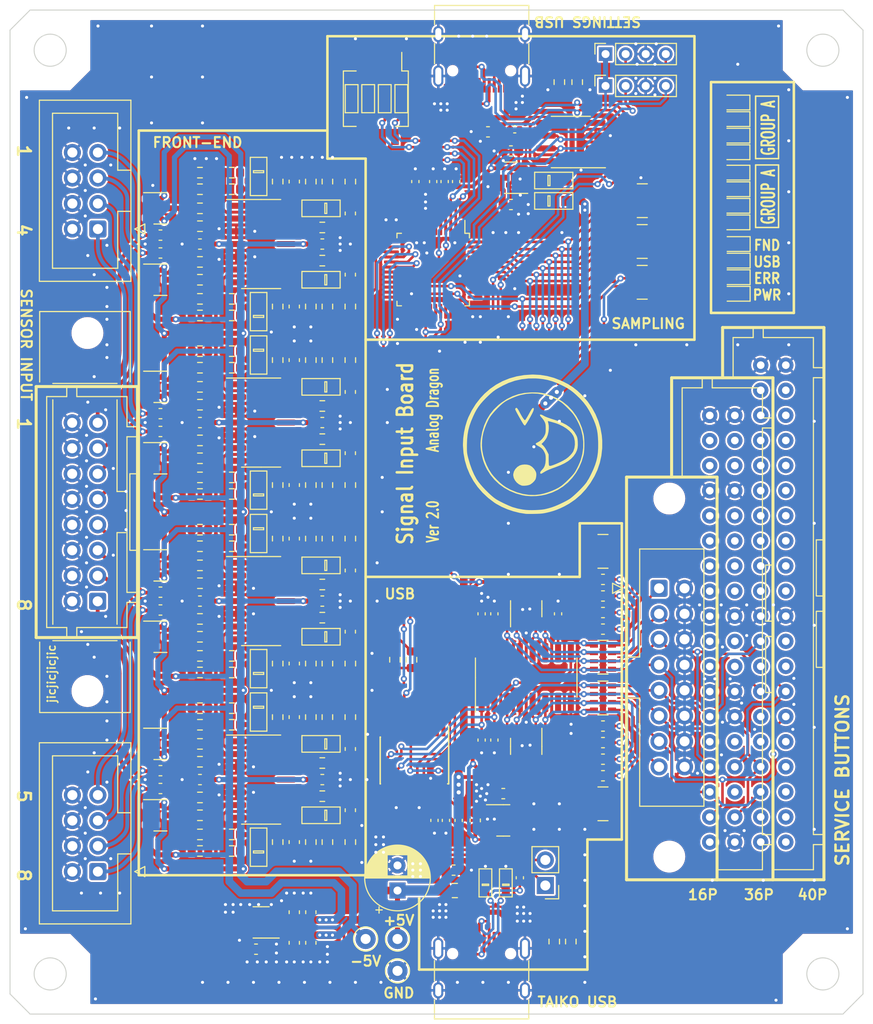
<source format=kicad_pcb>
(kicad_pcb (version 20221018) (generator pcbnew)
  (layers (0 "F.Cu" signal) (31 "B.Cu" signal) (34 "B.Paste" user) (35 "F.Paste" user) (36 "B.SilkS" user "B.Silkscreen") (37 "F.SilkS" user "F.Silkscreen") (38 "B.Mask" user) (39 "F.Mask" user) (44 "Edge.Cuts" user))
  (net 0 "")
  (net 1 "/frontend/IN1")
  (net 2 "Net-(C1-Pad2)")
  (net 3 "/frontend/IN2")
  (net 4 "Net-(C2-Pad2)")
  (net 5 "/frontend/IN3")
  (net 6 "Net-(C3-Pad2)")
  (net 7 "/frontend/IN4")
  (net 8 "Net-(C4-Pad2)")
  (net 9 "GND")
  (net 10 "Net-(U1D-+)")
  (net 11 "Net-(U1C-+)")
  (net 12 "Net-(U2D-+)")
  (net 13 "Net-(U2C-+)")
  (net 14 "/frontend/IN5")
  (net 15 "Net-(C9-Pad2)")
  (net 16 "/frontend/IN6")
  (net 17 "Net-(C10-Pad2)")
  (net 18 "/frontend/IN7")
  (net 19 "Net-(C11-Pad2)")
  (net 20 "/frontend/IN8")
  (net 21 "Net-(C12-Pad2)")
  (net 22 "Net-(U3D-+)")
  (net 23 "Net-(U3C-+)")
  (net 24 "Net-(U4D-+)")
  (net 25 "Net-(U4C-+)")
  (net 26 "+5V")
  (net 27 "-5V")
  (net 28 "ADC4")
  (net 29 "ADC8")
  (net 30 "ADC3")
  (net 31 "ADC7")
  (net 32 "ADC2")
  (net 33 "ADC6")
  (net 34 "ADC1")
  (net 35 "ADC5")
  (net 36 "Net-(D25-K)")
  (net 37 "STM_VCC")
  (net 38 "Net-(U5-NRST)")
  (net 39 "WCH_VCC")
  (net 40 "/usb mcu/WCH_RST")
  (net 41 "X1")
  (net 42 "X2")
  (net 43 "X3")
  (net 44 "X4")
  (net 45 "X5")
  (net 46 "X6")
  (net 47 "X7")
  (net 48 "X8")
  (net 49 "SPI_CS")
  (net 50 "SPI_CLK")
  (net 51 "Net-(U12-C_{P})")
  (net 52 "Net-(U12-C_{N})")
  (net 53 "VBUS")
  (net 54 "Net-(D5-K)")
  (net 55 "Net-(D5-A)")
  (net 56 "Net-(D6-K)")
  (net 57 "Net-(D6-A)")
  (net 58 "Net-(D7-K)")
  (net 59 "Net-(D7-A)")
  (net 60 "Net-(D8-K)")
  (net 61 "Net-(D8-A)")
  (net 62 "/frontend/OPA1")
  (net 63 "Net-(D9-A)")
  (net 64 "/frontend/OPA2")
  (net 65 "Net-(D10-A)")
  (net 66 "/frontend/OPA3")
  (net 67 "Net-(D11-A)")
  (net 68 "/frontend/OPA4")
  (net 69 "Net-(D12-A)")
  (net 70 "Net-(D17-K)")
  (net 71 "Net-(D17-A)")
  (net 72 "Net-(D18-K)")
  (net 73 "Net-(D18-A)")
  (net 74 "Net-(D19-K)")
  (net 75 "Net-(D19-A)")
  (net 76 "Net-(D20-K)")
  (net 77 "Net-(D20-A)")
  (net 78 "/frontend/OPA5")
  (net 79 "Net-(D21-A)")
  (net 80 "/frontend/OPA6")
  (net 81 "Net-(D22-A)")
  (net 82 "/frontend/OPA7")
  (net 83 "Net-(D23-A)")
  (net 84 "/frontend/OPA8")
  (net 85 "Net-(D24-A)")
  (net 86 "/interface/USB1_DN")
  (net 87 "/interface/USB1_DP")
  (net 88 "/interface/USB2_DN")
  (net 89 "/interface/USB2_DP")
  (net 90 "Net-(D32-A)")
  (net 91 "Net-(D33-A)")
  (net 92 "Net-(D34-A)")
  (net 93 "Net-(D35-A)")
  (net 94 "Net-(D36-A)")
  (net 95 "Net-(D37-A)")
  (net 96 "Net-(D38-A)")
  (net 97 "Net-(D39-A)")
  (net 98 "Net-(D40-A)")
  (net 99 "Net-(D41-A)")
  (net 100 "Net-(D42-A)")
  (net 101 "Net-(D43-A)")
  (net 102 "Net-(F1-Pad1)")
  (net 103 "SWDIO")
  (net 104 "SWCLK")
  (net 105 "/smapling/TXD")
  (net 106 "/smapling/RXD")
  (net 107 "Net-(J6-Pin_1)")
  (net 108 "/interface/DIN1")
  (net 109 "/interface/DIN8")
  (net 118 "SET1")
  (net 119 "SET2")
  (net 120 "SET3")
  (net 121 "SET4")
  (net 126 "Net-(R10-Pad2)")
  (net 127 "Net-(R11-Pad2)")
  (net 128 "Net-(R13-Pad2)")
  (net 129 "Net-(R15-Pad2)")
  (net 138 "Net-(R45-Pad2)")
  (net 139 "Net-(R47-Pad2)")
  (net 140 "Net-(R49-Pad2)")
  (net 141 "Net-(R51-Pad2)")
  (net 149 "/interface/LED8")
  (net 150 "/interface/LED1")
  (net 151 "/interface/LED2")
  (net 152 "/interface/LED3")
  (net 153 "/interface/LED4")
  (net 154 "/interface/LED5")
  (net 155 "/interface/LED6")
  (net 156 "/interface/LED7")
  (net 157 "/interface/STA2")
  (net 158 "/interface/STA3")
  (net 159 "/interface/STA1")
  (net 163 "Net-(J9-CC1)")
  (net 165 "Net-(J9-CC2)")
  (net 167 "Net-(J10-CC1)")
  (net 169 "Net-(J10-CC2)")
  (net 178 "SPI_MISO")
  (net 181 "down")
  (net 182 "up")
  (net 183 "service")
  (net 184 "enter")
  (net 185 "test")
  (net 186 "coin")
  (net 198 "Net-(U1A--)")
  (net 199 "Net-(U1B--)")
  (net 200 "Net-(U2A--)")
  (net 201 "Net-(U2B--)")
  (net 202 "Net-(U1D--)")
  (net 203 "Net-(U1C--)")
  (net 204 "Net-(U2D--)")
  (net 205 "Net-(U2C--)")
  (net 206 "Net-(U3A--)")
  (net 207 "Net-(U3B--)")
  (net 208 "Net-(U4A--)")
  (net 209 "Net-(U4B--)")
  (net 210 "Net-(U3D--)")
  (net 211 "Net-(U3C--)")
  (net 212 "Net-(U4D--)")
  (net 213 "Net-(U4C--)")
  (net 214 "Net-(U8-DS)")
  (net 215 "Net-(U8-~{CE})")
  (net 216 "Net-(U7-P3.1{slash}TXD)")
  (footprint "Resistor_SMD:R_0603_1608Metric" (layer "F.Cu") (at 50.673 49.53 90)
    (fp_text reference "R26" hide)
    (fp_text value "47R" hide)
  )
  (footprint "Resistor_SMD:R_0603_1608Metric" (layer "F.Cu") (at 42.926 82.423)
    (fp_text reference "R42" hide)
    (fp_text value "3.3K" hide)
  )
  (footprint "Capacitor_SMD:C_0603_1608Metric" (layer "F.Cu") (at 83.087 92.964)
    (fp_text reference "C50" hide)
    (fp_text value "100nF/50V" hide)
  )
  (footprint "Capacitor_SMD:C_0603_1608Metric" (layer "F.Cu") (at 73.152 98.044 180)
    (fp_text reference "C42" hide)
    (fp_text value "10uF/16V" hide)
  )
  (footprint "Connector_USB:USB_C_Receptacle_HRO_TYPE-C-31-M-12" (layer "F.Cu") (at 71 23.443 180)
    (fp_text reference "J10" hide)
    (fp_text value "USB_C_Receptacle_USB2.0" hide)
  )
  (footprint "TestPoint:TestPoint_THTPad_D2.0mm_Drill1.0mm" (layer "F.Cu") (at 62.611 112.522)
    (fp_text reference "TP2" hide)
    (fp_text value "TestPoint")
  )
  (footprint "Package_SO:SSOP-20_4.4x6.5mm_P0.65mm" (layer "F.Cu") (at 64.262 94.742 -90)
    (fp_text reference "U7" hide)
    (fp_text value "CH552T" hide)
  )
  (footprint "Resistor_SMD:R_0603_1608Metric" (layer "F.Cu") (at 57.912 67.31 90)
    (fp_text reference "R93" hide)
    (fp_text value "1K" hide)
  )
  (footprint "TestPoint:TestPoint_THTPad_D2.0mm_Drill1.0mm" (layer "F.Cu") (at 62.611 115.697)
    (fp_text reference "TP3" hide)
    (fp_text value "TestPoint")
  )
  (footprint "Capacitor_SMD:C_0603_1608Metric" (layer "F.Cu") (at 52.324 90.424 -90)
    (fp_text reference "C15" hide)
    (fp_text value "4.7uF/16V" hide)
  )
  (footprint "Resistor_SMD:R_0603_1608Metric" (layer "F.Cu") (at 55.118 77.216 180)
    (fp_text reference "R69" hide)
    (fp_text value "10K" hide)
  )
  (footprint "Package_TO_SOT_SMD:SOT-23-6" (layer "F.Cu") (at 49.022 110.871 180)
    (fp_text reference "U12" hide)
    (fp_text value "SGM3204" hide)
  )
  (footprint "Connector_IDC:IDC-Header_2x08-1MP_P2.54mm_Latch6.5mm_Vertical" (layer "F.Cu") (at 88.675 77.597)
    (fp_text reference "J7" hide)
    (fp_text value "Conn_02x08_Odd_Even" hide)
  )
  (footprint "Capacitor_SMD:C_0402_1005Metric" (layer "F.Cu") (at 74.295 31.877 180)
    (fp_text reference "C55" hide)
    (fp_text value "100nF/50V" hide)
  )
  (footprint "Resistor_SMD:R_0603_1608Metric" (layer "F.Cu") (at 57.912 37.084 -90)
    (fp_text reference "R90" hide)
    (fp_text value "1K" hide)
  )
  (footprint "Package_TO_SOT_SMD:SOT-23" (layer "F.Cu") (at 38.989 64.643)
    (fp_text reference "D4" hide)
    (fp_text value "BAT54S" hide)
  )
  (footprint "Resistor_SMD:R_0603_1608Metric" (layer "F.Cu") (at 55.626 67.31 -90)
    (fp_text reference "R85" hide)
    (fp_text value "1K" hide)
  )
  (footprint "Resistor_SMD:R_0603_1608Metric" (layer "F.Cu") (at 55.118 98.298 180)
    (fp_text reference "R72" hide)
    (fp_text value "10K" hide)
  )
  (footprint "Resistor_SMD:R_0603_1608Metric" (layer "F.Cu") (at 55.118 41.656 180)
    (fp_text reference "R33" hide)
    (fp_text value "10K" hide)
  )
  (footprint "NewLib:SOD_323_1" (layer "F.Cu") (at 48.768 72.136 -90)
    (fp_text reference "D17" hide)
    (fp_text value "1N4148WS" hide)
  )
  (footprint "Capacitor_SMD:C_0603_1608Metric" (layer "F.Cu") (at 38.989 79.756)
    (fp_text reference "C10" hide)
    (fp_text value "2.2nF/50V" hide)
  )
  (footprint "Resistor_SMD:R_0603_1608Metric" (layer "F.Cu") (at 55.626 54.864 90)
    (fp_text reference "R84" hide)
    (fp_text value "1K" hide)
  )
  (footprint "Capacitor_SMD:C_0603_1608Metric" (layer "F.Cu") (at 83.087 96.266)
    (fp_text reference "C48" hide)
    (fp_text value "100nF/50V" hide)
  )
  (footprint "Capacitor_SMD:C_0603_1608Metric" (layer "F.Cu") (at 73.914 39.37)
    (fp_text reference "C33" hide)
    (fp_text value "10uF/16V" hide)
  )
  (footprint "NewLib:SOD_323_1" (layer "F.Cu") (at 54.991 39.751 180)
    (fp_text reference "D9" hide)
    (fp_text value "1N4148WS" hide)
  )
  (footprint "NewLib:SOD_323_1" (layer "F.Cu") (at 48.768 67.818 90)
    (fp_text reference "D8" hide)
    (fp_text value "1N4148WS" hide)
  )
  (footprint "NewLib:SOD_323_1" (layer "F.Cu") (at 48.768 50.038 90)
    (fp_text reference "D6" hide)
    (fp_text value "1N4148WS" hide)
  )
  (footprint "Resistor_SMD:R_0603_1608Metric" (layer "F.Cu") (at 42.926 41.529)
    (fp_text reference "R1" hide)
    (fp_text value "1M" hide)
  )
  (footprint "Resistor_SMD:R_0603_1608Metric" (layer "F.Cu") (at 50.673 37.084 -90)
    (fp_text reference "R25" hide)
    (fp_text value "47R" hide)
  )
  (footprint "NewLib:SOD_323_1" (layer "F.Cu") (at 54.991 46.863 180)
    (fp_text reference "D10" hide)
    (fp_text value "1N4148WS" hide)
  )
  (footprint "Capacitor_SMD:C_0603_1608Metric" (layer "F.Cu") (at 38.989 42.418)
    (fp_text reference "C1" hide)
    (fp_text value "2.2nF/50V" hide)
  )
  (footprint "Capacitor_SMD:C_0603_1608Metric" (layer "F.Cu") (at 83.087 94.615)
    (fp_text reference "C49" hide)
    (fp_text value "100nF/50V" hide)
  )
  (footprint "Capacitor_SMD:C_0603_1608Metric" (layer "F.Cu") (at 38.989 77.978)
    (fp_text reference "C9" hide)
    (fp_text value "2.2nF/50V" hide)
  )
  (footprint "Capacitor_SMD:C_0402_1005Metric" (layer "F.Cu") (at 67.437 100.711 -90)
    (fp_text reference "C40" hide)
    (fp_text value "100nF/50V" hide)
  )
  (footprint "Resistor_SMD:R_0603_1608Metric" (layer "F.Cu") (at 55.118 80.518 180)
    (fp_text reference "R70" hide)
    (fp_text value "10K" hide)
  )
  (footprint "Capacitor_SMD:C_0603_1608Metric" (layer "F.Cu") (at 52.324 72.644 -90)
    (fp_text reference "C13" hide)
    (fp_text value "4.7uF/16V" hide)
  )
  (footprint "Resistor_SMD:R_0603_1608Metric" (layer "F.Cu") (at 53.975 102.87 90)
    (fp_text reference "R68" hide)
    (fp_text value "4.7K" hide)
  )
  (footprint "LED_SMD:LED_0603_1608Metric" (layer "F.Cu") (at 96.2405 37.846 180)
    (fp_text reference "D37" hide)
    (fp_text value "RED_LED" hide)
  )
  (footprint "NewLib:SOD_323_1" (layer "F.Cu") (at 54.991 82.423 180)
    (fp_text reference "D22" hide)
    (fp_text value "1N4148WS" hide)
  )
  (footprint "Resistor_SMD:R_0603_1608Metric" (layer "F.Cu") (at 55.118 59.436 180)
    (fp_text reference "R35" hide)
    (fp_text value "10K" hide)
  )
  (footprint "NewLib:SOD_323_1" (layer "F.Cu") (at 54.991 75.311 180)
    (fp_text reference "D21" hide)
    (fp_text value "1N4148WS" hide)
  )
  (footprint "Capacitor_SMD:C_0603_1608Metric" (layer "F.Cu") (at 55.118 61.087)
    (fp_text reference "C20" hide)
    (fp_text value "100nF/50V" hide)
  )
  (footprint "Package_TO_SOT_SMD:SOT-23" (layer "F.Cu") (at 38.989 39.751)
    (fp_text reference "D1" hide)
    (fp_text value "BAT54S" hide)
  )
  (footprint "Resistor_SMD:R_0603_1608Metric" (layer "F.Cu") (at 46.101 55.626)
    (fp_text reference "R21" hide)
    (fp_text value "100K" hide)
  )
  (footprint "Capacitor_SMD:C_0402_1005Metric" (layer "F.Cu") (at 64.389 37.084 90)
    (fp_text reference "C38" hide)
    (fp_text value "100nF/50V" hide)
  )
  (footprint "Resistor_SMD:R_0603_1608Metric" (layer "F.Cu") (at 46.101 102.108)
    (fp_text reference "R59" hide)
    (fp_text value "100K" hide)
  )
  (footprint "NewLib:B36B-XADSS-N-A" (layer "F.Cu") (at 94.976 81.627 90)
    (fp_text reference "J11" hide)
    (fp_text value "Conn_02x18_Odd_Even" hide)
  )
  (footprint "Resistor_SMD:R_0603_1608Metric" (layer "F.Cu") (at 78.232 112.776 -90)
    (fp_text reference "R79" hide)
    (fp_text value "5K1" hide)
  )
  (footprint "LED_SMD:LED_0603_1608Metric" (layer "F.Cu") (at 96.266 46.609 180)
    (fp_text reference "D42" hide)
    (fp_text value "RED_LED" hide)
  )
  (footprint "Package_TO_SOT_SMD:SOT-23" (layer "F.Cu") (at 73.152 100.711)
    (fp_text reference "U13" hide)
    (fp_text value "XC6206P332MR" hide)
  )
  (footprint "NewLib:SOD_323_1" (layer "F.Cu") (at 48.768 36.576 -90)
    (fp_text reference "D5" hide)
    (fp_text value "1N4148WS" hide)
  )
  (footprint "Resistor_SMD:R_0603_1608Metric" (layer "F.Cu") (at 46.101 91.186)
    (fp_text reference "R57" hide)
    (fp_text value "100K" hide)
  )
  (footprint "LOGO" (layer "F.Cu") (at 41.402 112.776)
    (fp_text reference "G***" hide)
    (fp_text value "LOGO" hide)
  )
  (footprint "Resistor_SMD:R_0603_1608Metric" (layer "F.Cu") (at 42.926 75.311)
    (fp_text reference "R41" hide)
    (fp_text value "3.3K" hide)
  )
  (footprint "Resistor_SMD:R_0603_1608Metric" (layer "F.Cu") (at 50.673 90.424 -90)
    (fp_text reference "R63" hide)
    (fp_text value "47R" hide)
  )
  (footprint "Resistor_SMD:R_0603_1608Metric" (layer "F.Cu") (at 46.101 89.535)
    (fp_text reference "R58" hide)
    (fp_text value "0R" hide)
  )
  (footprint "Resistor_SMD:R_0603_1608Metric" (layer "F.Cu") (at 55.626 49.53 -90)
    (fp_text reference "R83" hide)
    (fp_text value "1K" hide)
  )
  (footprint "Resistor_SMD:R_0603_1608Metric" (layer "F.Cu") (at 57.912 72.644 -90)
    (fp_text reference "R94" hide)
    (fp_text value "1K" hide)
  )
  (footprint "Resistor_SMD:R_0603_1608Metric" (layer "F.Cu") (at 42.926 62.865)
    (fp_text reference "R4" hide)
    (fp_text value "1M" hide)
  )
  (footprint "LED_SMD:LED_0603_1608Metric" (layer "F.Cu") (at 96.266 43.307 180)
    (fp_text reference "D40" hide)
    (fp_text value "BLUE_LED" hide)
  )
  (footprint "Capacitor_SMD:C_0603_1608Metric" (layer "F.Cu") (at 83.087 81.661)
    (fp_text reference "C44" hide)
    (fp_text value "100nF/50V" hide)
  )
  (footprint "Connector_PinSocket_2.00mm:PinSocket_1x04_P2.00mm_Vertical" (layer "F.Cu") (at 83.344 27.559 90)
    (fp_text reference "J5" hide)
    (fp_text value "Conn_01x04" hide)
  )
  (footprint "Resistor_SMD:R_0603_1608Metric" (layer "F.Cu") (at 42.926 73.406)
    (fp_text reference "R45" hide)
    (fp_text value "200K" hide)
  )
  (footprint "Capacitor_SMD:C_0603_1608Metric" (layer "F.Cu") (at 57.912 64.135 90)
    (fp_text reference "C25" hide)
    (fp_text value "10nF/50V" hide)
  )
  (footprint "Package_TO_SOT_SMD:SOT-23" (layer "F.Cu") (at 73.914 36.703 180)
    (fp_text reference "U6" hide)
    (fp_text value "XC6206P332MR" hide)
  )
  (footprint "Capacitor_SMD:C_0603_1608Metric" (layer "F.Cu") (at 42.926 43.307)
    (fp_text reference "C17" hide)
    (fp_text value "100nF/50V" hide)
  )
  (footprint "Connector_IDC:IDC-Header_2x04_P2.54mm_Vertical" (layer "F.Cu") (at 32.7525 105.81 180)
    (fp_text reference "J3" hide)
    (fp_text value "Conn_02x04_Odd_Even" hide)
  )
  (footprint "NewLib:JP_0603" (layer "F.Cu") (at 59.69 28.829 -90)
    (fp_text reference "JP3" hide)
    (fp_text value "Jumper_2_Open" hide)
  )
  (footprint "Resistor_SMD:R_0603_1608Metric" (layer "F.Cu") (at 53.975 54.864 -90)
    (fp_text reference "R31" hide)
    (fp_text value "4.7K" hide)
  )
  (footprint "Resistor_SMD:R_0603_1608Metric" (layer "F.Cu") (at 42.926 55.626)
    (fp_text reference "R13" hide)
    (fp_text value "200K" hide)
  )
  (footprint "Capacitor_SMD:C_0603_1608Metric" (layer "F.Cu") (at 52.324 109.855 90)
    (fp_text reference "C59" hide)
    (fp_text value "100nF/50V" hide)
  )
  (footprint "Capacitor_SMD:C_0603_1608Metric" (layer "F.Cu") (at 38.989 44.196)
    (fp_text reference "C2" hide)
    (fp_text value "2.2nF/50V" hide)
  )
  (footprint "Package_TO_SOT_SMD:SOT-23" (layer "F.Cu") (at 38.989 57.531)
    (fp_text reference "D3" hide)
    (fp_text value "BAT54S" hide)
  )
  (footprint "Resistor_SMD:R_0603_1608Metric" (layer "F.Cu") (at 46.101 36.195)
    (fp_text reference "R18" hide)
    (fp_text value "0R" hide)
  )
  (footprint "Resistor_SMD:R_0603_1608Metric" (layer "F.Cu") (at 42.926 71.755)
    (fp_text reference "R46" hide)
    (fp_text value "NC" hide)
  )
  (footprint "Capacitor_SMD:C_0603_1608Metric" (layer "F.Cu") (at 52.324 54.864 -90)
    (fp_text reference "C7" hide)
    (fp_text value "4.7uF/16V" hide)
  )
  (footprint "Resistor_SMD:R_0603_1608Metric" (layer "F.Cu") (at 64.008 84.709 90)
    (fp_text reference "R76" hide)
    (fp_text value "0R" hide)
  )
  (footprint "Resistor_SMD:R_0603_1608Metric" (layer "F.Cu") (at 55.626 72.644 90)
    (fp_text reference "R86" hide)
    (fp_text value "1K" hide)
  )
  (footprint "Resistor_SMD:R_0603_1608Metric" (layer "F.Cu") (at 55.626 85.09 -90)
    (fp_text reference "R87" hide)
    (fp_text value "1K" hide)
  )
  (footprint "Capacitor_SMD:C_0402_1005Metric" (layer "F.Cu") (at 72.263 80.137 90)
    (fp_text reference "R75" hide)
    (fp_text value "10K" hide)
  )
  (footprint "Resistor_SMD:R_0603_1608Metric" (layer "F.Cu") (at 46.101 66.548)
    (fp_text reference "R23" hide)
    (fp_text value "100K" hide)
  )
  (footprint "NewLib:SOD_323_1" (layer "F.Cu") (at 54.991 57.531 180)
    (fp_text reference "D11" hide)
    (fp_text value "1N4148WS" hide)
  )
  (footprint "Capacitor_SMD:C_0402_1005Metric" (layer "F.Cu") (at 67.31 37.084 90)
    (fp_text reference "C36" hide)
    (fp_text value "100nF/50V" hide)
  )
  (footprint "Resistor_SMD:R_0603_1608Metric" (layer "F.Cu") (at 46.101 68.199)
    (fp_text reference "R24" hide)
    (fp_text value "0R" hide)
  )
  (footprint "Capacitor_SMD:C_0603_1608Metric" (layer "F.Cu") (at 71.628 32.131 180)
    (fp_text reference "C63" hide)
    (fp_text value "10uF/16V" hide)
  )
  (footprint "Capacitor_SMD:C_0402_1005Metric" (layer "F.Cu") (at 66.167 37.084 90)
    (fp_text reference "C37" hide)
    (fp_text value "100nF/50V" hide)
  )
  (footprint "Resistor_SMD:R_0603_1608Metric" (layer "F.Cu") (at 42.926 53.975)
    (fp_text reference "R14" hide)
    (fp_text value "NC" hide)
  )
  (footprint "Package_TO_SOT_SMD:SOT-23" (layer "F.Cu") (at 38.989 93.091)
    (fp_text reference "D15" hide)
    (fp_text value "BAT54S" hide)
  )
  (footprint "Resistor_SMD:R_0603_1608Metric" (layer "F.Cu") (at 55.118 44.958 180)
    (fp_text reference "R34" hide)
    (fp_text value "10K" hide)
  )
  (footprint "Resistor_SMD:R_0603_1608Metric" (layer "F.Cu") (at 50.673 72.644 -90)
    (fp_text reference "R61" hide)
    (fp_text value "47R" hide)
  )
  (footprint "Resistor_SMD:R_0603_1608Metric" (layer "F.Cu") (at 55.118 62.738 180)
    (fp_text reference "R36" hide)
    (fp_text value "10K" hide)
  )
  (footprint "Resistor_SMD:R_0603_1608Metric" (layer "F.Cu") (at 42.926 57.531)
    (fp_text reference "R7" hide)
    (fp_text value "3.3K" hide)
  )
  (footprint "Capacitor_SMD:C_0603_1608Metric" (layer "F.Cu") (at 53.975 112.903 90)
    (fp_text reference "C56" hide)
    (fp_text value "10uF/16V" hide)
  )
  (footprint "Capacitor_SMD:C_0603_1608Metric" (layer "F.Cu") (at 53.975 109.855 90)
    (fp_text reference "C57" hide)
    (fp_text value "10uF/16V" hide)
  )
  (footprint "Capacitor_SMD:C_0603_1608Metric" (layer "F.Cu") (at 55.118 96.647)
    (fp_text reference "C24" hide)
    (fp_text value "100nF/50V" hide)
  )
  (footprint "Resistor_SMD:R_0603_1608Metric" (layer "F.Cu") (at 42.926 66.548)
    (fp_text reference "R15" hide)
    (fp_text value "200K" hide)
  )
  (footprint "Resistor_SMD:R_Array_Convex_4x0603" (layer "F.Cu") (at 83.087 84.455 180)
    (fp_text reference "RN7" hide)
    (fp_text value "100R" hide)
  )
  (footprint "Resistor_SMD:R_0603_1608Metric" (layer "F.Cu") (at 53.975 67.31 90)
    (fp_text reference "R32" hide)
    (fp_text value "4.7K" hide)
  )
  (footprint "Capacitor_SMD:C_0603_1608Metric" (layer "F.Cu") (at 68.199 105.664)
    (fp_text reference "C62" hide)
    (fp_text value "10uF/16V" hide)
  )
  (footprint "Capacitor_SMD:C_0603_1608Metric" (layer "F.Cu") (at 57.912 46.355 90)
    (fp_text reference "C29" hide)
    (fp_text value "10nF/50V" hide)
  )
  (footprint "Capacitor_SMD:C_0402_1005Metric" (layer "F.Cu") (at 74.803 106.426 90)
    (fp_text reference "R73" hide)
    (fp_text value "10K" hide)
  )
  (footprint "NewLib:JP_0603" (layer "F.Cu") (at 62.992 28.829 -90)
    (fp_text reference "JP1" hide)
    (fp_text value "Jumper_2_Open" hide)
  )
  (footprint "NewLib:SOD_323_1" (layer "F.Cu") (at 48.768 89.916 -90)
    (fp_text reference "D19" hide)
    (fp_text value "1N4148WS" hide)
  )
  (footprint "Resistor_SMD:R_0603_1608Metric" (layer "F.Cu") (at 42.926 91.186)
    (fp_text reference "R49" hide)
    (fp_text value "200K" hide)
  )
  (footprint "Capacitor_SMD:C_0603_1608Metric" (layer "F.Cu") (at 42.926 78.867)
    (fp_text reference "C21" hide)
    (fp_text value "100nF/50V" hide)
  )
  (footprint "Capacitor_SMD:C_0603_1608Metric" (layer "F.Cu") (at 38.989 95.758)
    (fp_text reference "C11" hide)
    (fp_text value "2.2nF/50V" hide)
  )
  (footprint "LED_SMD:LED_0603_1608Metric" (layer "F.Cu") (at 96.2405 32.512 180)
    (fp_text reference "D34" hide)
    (fp_text value "RED_LED" hide)
  )
  (footprint "Resistor_SMD:R_0603_1608Metric" (layer "F.Cu") (at 53.975 37.084 -90)
    (fp_text reference "R29" hide)
    (fp_text value "4.7K" hide)
  )
  (footprint "Resistor_SMD:R_0603_1608Metric" (layer "F.Cu") (at 80.518 27.178 90)
    (fp_text reference "R81" hide)
    (fp_text value "5K1" hide)
  )
  (footprint "Resistor_SMD:R_Array_Convex_4x0603" (layer "F.Cu") (at 83.087 88.519 180)
    (fp_text reference "RN8" hide)
    (fp_text value "100R" hide)
  )
  (footprint "Resistor_SMD:R_0603_1608Metric" (layer "F.Cu") (at 62.357 84.709 90)
    (fp_text reference "R77" hide)
    (fp_text value "NC" hide)
  )
  (footprint "Capacitor_SMD:C_0603_1608Metric" (layer "F.Cu") (at 83.087 80.01)
    (fp_text reference "C45" hide)
    (fp_text value "100nF/50V" hide)
  )
  (footprint "Capacitor_SMD:C_0603_1608Metric" (layer "F.Cu") (at 38.989 60.198)
    (fp_text reference "C3" hide)
    (fp_text value "2.2nF/50V" hide)
  )
  (footprint "Capacitor_SMD:C_0603_1608Metric" (layer "F.Cu") (at 42.926 96.647)
    (fp_text reference "C23" hide)
    (fp_text value "100nF/50V" hide)
  )
  (footprint "NewLib:SOD_323_1" (layer "F.Cu") (at 78.1812 39.0144)
    (fp_text reference "D25" hide)
    (fp_text value "1N5819WS" hide)
  )
  (footprint "NewLib:SOD_323_1" (layer "F.Cu") (at 54.991 64.643 180)
    (fp_text reference "D12" hide)
    (fp_text value "1N4148WS" hide)
  )
  (footprint "NewLib:SOD_523_1" (layer "F.Cu") (at 73.406 106.934 90)
    (fp_text reference "D28" hide)
    (fp_text value "D_TVS" hide)
  )
  (footprint "Package_TO_SOT_SMD:SOT-23" (layer "F.Cu") (at 38.989 82.423)
    (fp_text reference "D14" hide)
    (fp_text value "BAT54S" hide)
  )
  (footprint "Capacitor_SMD:C_0603_1608Metric" (layer "F.Cu") (at 48.514 113.538)
    (fp_text reference "C60" hide)
    (fp_text value "4.7uF/16V" hide)
  )
  (footprint "Capacitor_SMD:C_0402_1005Metric" (layer "F.Cu") (at 66.294 100.711 -90)
    (fp_text reference "C41" hide)
    (fp_text value "100nF/50V" hide)
  )
  (footprint "Resistor_SMD:R_0603_1608Metric" (layer "F.Cu") (at 46.101 103.759)
    (fp_text reference "R60" hide)
    (fp_text value "0R" hide)
  )
  (footprint "Resistor_SMD:R_Array_Convex_4x0603" (layer "F.Cu") (at 86.995 47.117)
    (fp_text reference "RN11" hide)
    (fp_text value "4.7K" hide)
  )
  (footprint "Resistor_SMD:R_0603_1608Metric" (layer "F.Cu") (at 42.926 59.309)
    (fp_text reference "R3" hide)
    (fp_text value "1M" hide)
  )
  (footprint "Resistor_SMD:R_0603_1608Metric" (layer "F.Cu") (at 50.673 102.87 90)
    (fp_text reference "R64" hide)
    (fp_text value "47R" hide)
  )
  (footprint "NewLib:JP_0603" (layer "F.Cu") (at 61.341 28.829 -90)
    (fp_text reference "JP2" hide)
    (fp_text value "Jumper_2_Open" hide)
  )
  (footprint "Resistor_SMD:R_0603_1608Metric" (layer "F.Cu") (at 46.101 53.975)
    (fp_text reference "R22" hide)
    (fp_text value "0R" hide)
  )
  (footprint "Resistor_SMD:R_0603_1608Metric" (layer "F.Cu") (at 55.118 94.996 180)
    (fp_text reference "R71" hide)
    (fp_text value "10K" hide)
  )
  (footprint "Resistor_SMD:R_0603_1608Metric" (layer "F.Cu") (at 42.926 100.203)
    (fp_text reference "R44" hide)
    (fp_text value "3.3K" hide)
  )
  (footprint "LED_SMD:LED_0603_1608Metric" (layer "F.Cu") (at 96.266 44.958 180)
    (fp_text reference "D41" hide)
    (fp_text value "RED_LED" hide)
  )
  (footprint "Resistor_SMD:R_0603_1608Metric" (layer "F.Cu") (at 42.926 80.645)
    (fp_text reference "R38" hide)
    (fp_text value "1M" hide)
  )
  (footprint "NewLib:SOD_323_1" (layer "F.Cu") (at 54.991 100.203 180)
    (fp_text reference "D24" hide)
    (fp_text value "1N4148WS" hide)
  )
  (footprint "Capacitor_SMD:C_0603_1608Metric" (layer "F.Cu") (at 52.324 37.084 -90)
    (fp_text reference "C5" hide)
    (fp_text value "4.7uF/16V" hide)
  )
  (footprint "Resistor_SMD:R_Array_Convex_4x0603" (layer "F.Cu") (at 83.087 99.06 180)
    (fp_text reference "RN6" hide)
    (fp_text value "4.7K" hide)
  )
  (footprint "Resistor_SMD:R_0603_1608Metric" (layer "F.Cu") (at 57.912 54.864 -90)
    (fp_text reference "R92" hide)
    (fp_text value "1K" hide)
  )
  (footprint "NewLib:SOD_323_1" (layer "F.Cu") (at 48.768 103.378 90)
    (fp_text reference "D20" hide)
    (fp_text value "1N4148WS" hide)
  )
  (footprint "Resistor_SMD:R_0603_1608Metric" (layer "F.Cu") (at 55.626 102.87 -90)
    (fp_text reference "R89" hide)
    (fp_text value "1K" hide)
  )
  (footprint "Capacitor_SMD:C_0603_1608Metric" (layer "F.Cu") (at 57.912 99.695 90)
    (fp_text reference "C26" hide)
    (fp_text value "10nF/50V" hide)
  )
  (footprint "Resistor_SMD:R_0603_1608Metric" (layer "F.Cu") (at 46.101 71.755)
    (fp_text reference "R54" hide)
    (fp_text value "0R" hide)
  )
  (footprint "Package_TO_SOT_SMD:SOT-23" (layer "F.Cu") (at 38.989 46.863)
    (fp_text reference "D2" hide)
    (fp_text value "BAT54S" hide)
  )
  (footprint "Capacitor_SMD:C_0603_1608Metric" (layer "F.Cu") (at 57.912 81.915 90)
    (fp_text reference "C30" hide)
    (fp_text value "10nF/50V" hide)
  )
  (footprint "Capacitor_SMD:C_0402_1005Metric" (layer "F.Cu") (at 68.453 37.084 90)
    (fp_text reference "C35" hide)
    (fp_text value "1uF/25V" hide)
  )
  (footprint "LED_SMD:LED_0603_1608Metric" (layer "F.Cu") (at 96.2405 30.861 180)
    (fp_text reference "D33" hide)
    (fp_text value "RED_LED" hide)
  )
  (footprint "Capacitor_SMD:C_0402_1005Metric" (layer "F.Cu") (at 78.613 80.137 90)
    (fp_text reference "R74" hide)
    (fp_text value "10K" hide)
  )
  (footprint "Connector_IDC:IDC-Header_2x08-1MP_P2.54mm_Latch6.5mm_Vertical" (layer "F.Cu") (at 32.733 78.89 180)
    (fp_text reference "J1" hide)
    (fp_text value "Conn_02x08_Odd_Even" hide)
  )
  (footprint "NewLib:SOD_323_1" (layer "F.Cu") (at 48.768 54.356 -90)
    (fp_text reference "D7" hide)
    (fp_text value "1N4148WS" hide)
  )
  (footprint "Resistor_SMD:R_0603_1608Metric" (layer "F.Cu") (at 53.975 85.09 90)
    (fp_text reference "R66" hide)
    (fp_text value "4.7K" hide)
  )
  (footprint "Capacitor_SMD:C_0603_1608Metric" (layer "F.Cu") (at 83.087 91.313)
    (fp_text reference "C51" hide)
    (fp_text value "100nF/50V" hide)
  )
  (footprint "Resistor_SMD:R_0603_1608Metric" (layer "F.Cu") (at 53.975 72.644 -90)
    (fp_text reference "R65" hide)
    (fp_text value "4.7K" hide)
  )
  (footprint "Capacitor_SMD:C_0603_1608Metric" (layer "F.Cu") (at 83.087 76.708)
    (fp_text reference "C47" hide)
    (fp_text value "100nF/50V" hide)
  )
  (footprint "Resistor_SMD:R_0603_1608Metric" (layer "F.Cu") (at 50.673 54.864 -90)
    (fp_text reference "R27" hide)
    (fp_text value "47R" hide)
  )
  (footprint "Resistor_SMD:R_0603_1608Metric" (layer "F.Cu") (at 53.975 49.53 90)
    (fp_text reference "R30" hide)
    (fp_text value "4.7K" hide)
  )
  (footprint "Capacitor_SMD:C_0603_1608Metric" (layer "F.Cu") (at 38.989 97.536)
    (fp_text reference "C12" hide)
    (fp_text value "2.2nF/50V" hide)
  )
  (footprint "LED_SMD:LED_0603_1608Metric" (layer "F.Cu") (at 96.2405 29.21 180)
    (fp_text reference "D32" hide)
    (fp_text value "BLUE_LED" hide)
  )
  (footprint "Package_TO_SOT_SMD:SOT-23-6" (layer "F.Cu") (at 75.438 93.3379 -90)
    (fp_text reference "U10" hide)
    (fp_text value "SRV05-4" hide)
  )
  (footprint "LED_SMD:LED_0603_1608Metric" (layer "F.Cu") (at 96.2405 39.497 180)
    (fp_text reference "D38" hide)
    (fp_text value "RED_LED" hide)
  )
  (footprint "Resistor_SMD:R_0603_1608Metric" (layer "F.Cu") (at 46.101 37.846)
    (fp_text reference "R17" hide)
    (fp_text value "100K" hide)
  )
  (footprint "Resistor_SMD:R_0603_1608Metric" (layer "F.Cu") (at 46.101 50.419)
    (fp_text reference "R20" hide)
    (fp_text value "0R" hide)
  )
  (footprint "Capacitor_SMD:C_0603_1608Metric" (layer "F.Cu") (at 52.324 85.09 90)
    (fp_text reference "C14" hide)
    (fp_text value "4.7uF/16V" hide)
  )
  (footprint "Resistor_SMD:R_0603_1608Metric" (layer "F.Cu") (at 57.912 85.09 90)
    (fp_text reference "R95" hide)
    (fp_text value "1K" hide)
  )
  (footprint "Resistor_SMD:R_0603_1608Metric" (layer "F.Cu") (at 46.101 48.768)
    (fp_text reference "R19" hide)
    (fp_text value "100K" hide)
  )
  (footprint "Resistor_SMD:R_0603_1608Metric" (layer "F.Cu") (at 42.926 39.751)
    (fp_text reference "R5" hide)
    (fp_text value "3.3K" hide)
  )
  (footprint "Resistor_SMD:R_0603_1608Metric" (layer "F.Cu") (at 79.883 112.776 -90)
    (fp_text reference "R78" hide)
    (fp_text value "5K1" hide)
  )
  (footprint "Capacitor_THT:CP_Radial_D6.3mm_P2.50mm" (layer "F.Cu") (at 62.611 107.696 90)
    (fp_text reference "C61" hide)
    (fp_text value "220uF/10V" hide)
  )
  (footprint "Resistor_SMD:R_0603_1608Metric" (layer "F.Cu") (at 50.673 85.09 90)
    (fp_text reference "R62" hide)
    (fp_text value "47R" hide)
  )
  (footprint "LED_SMD:LED_0603_1608Metric" (layer "F.Cu") (at 96.266 48.26 180)
    (fp_text reference "D43" hide)
    (fp_text value "BLUE_LED" hide)
  )
  (footprint "Package_TO_SOT_SMD:SOT-23" (layer "F.Cu") (at 38.989 75.311)
    (fp_text reference "D13" hide)
    (fp_text value "BAT54S" hide)
  )
  (footprint "Resistor_SMD:R_0603_1608Metric" (layer "F.Cu") (at 46.101 73.406)
    (fp_text reference "R53" hide)
    (fp_text value "100K" hide)
  )
  (footprint "NewLib:SOD_523_1" (layer "F.Cu") (at 71.374 106.934 90)
    (fp_text reference "D29" hide)
    (fp_text value "D_TVS" hide)
  )
  (footprint "Resistor_SMD:R_0603_1608Metric" (layer "F.Cu") (at 57.912 102.87 90)
    (fp_text reference "R97" hide)
    (fp_text value "1K" hide)
  )
  (footprint "Resistor_SMD:R_0603_1608Metric" (layer "F.Cu") (at 42.926 77.089)
    (fp_text reference "R37" hide)
    (fp_text value "1M" hide)
  )
  (footprint "Package_QFP:LQFP-48_7x7mm_P0.5mm" (layer "F.Cu") (at 66.167 45.847 -90)
    (fp_text reference "U5" hide)
    (fp_text value "STM32G030C" hide)
  )
  (footprint "Fuse:Fuse_0805_2012Metric" (layer "F.Cu") (at 68.326 107.696 180)
    (fp_text reference "F1" hide)
    (fp_text value "0.5A/30V" hide)
  )
  (footprint "Resistor_SMD:R_0603_1608Metric" (layer "F.Cu") (at 53.975 90.424 -90)
    (fp_text reference "R67" hide)
    (fp_text value "4.7K" hide)
  )
  (footprint "Resistor_SMD:R_0603_1608Metric" (layer "F.Cu") (at 46.101 84.328)
    (fp_text reference "R55" hide)
    (fp_text value "100K" hide)
  )
  (footprint "Resistor_SMD:R_0603_1608Metric" (layer "F.Cu") (at 55.626 90.424 90)
    (fp_text reference "R88" hide)
    (fp_text value "1K" hide)
  )
  (footprint "Capacitor_SMD:C_0603_1608Metric" (layer "F.Cu") (at 52.324 102.87 90)
    (fp_text reference "C16" hide)
    (fp_text value "4.7uF/16V" hide)
  )
  (footprint "Capacitor_SMD:C_0603_1608Metric" (layer "F.Cu") (at 55.118 43.307)
    (fp_text reference "C18" hide)
    (fp_text value "100nF/50V" hide)
  )
  (footprint "Resistor_SMD:R_0603_1608Metric" (layer "F.Cu") (at 42.926 94.869)
    (fp_text reference "R39" hide)
    (fp_text value "1M" hide)
  )
  (footprint "Capacitor_SMD:C_0603_1608Metric" (layer "F.Cu") (at 42.926 61.087)
    (fp_text reference "C19" hide)
    (fp_text value "100nF/50V" hide)
  )
  (footprint "Capacitor_SMD:C_0402_1005Metric" (layer "F.Cu") (at 70.993 80.137 -90)
    (fp_text reference "C52" hide)
    (fp_text value "100nF/50V" hide)
  )
  (footprint "Capacitor_SMD:C_0603_1608Metric" (layer "F.Cu") (at 52.324 112.903 90)
    (fp_text reference "C58" hide)
    (fp_text value "100nF/50V" hide)
  )
  (footprint "Capacitor_SMD:C_0603_1608Metric" (layer "F.Cu") (at 52.324 67.31 90)
    (fp_text reference "C8" hide)
    (fp_text value "4.7uF/16V" hide)
  )
  (footprint "Resistor_SMD:R_0603_1608Metric" (layer "F.Cu") (at 42.926 48.768)
    (fp_text reference "R11" hide)
    (fp_text value "200K" hide)
  )
  (footprint "Resistor_SMD:R_0603_1608Metric" (layer "F.Cu") (at 42.926 98.425)
    (fp_text reference "R40" hide)
    (fp_text value "1M" hide)
  )
  (footprint "Resistor_SMD:R_0603_1608Metric" (layer "F.Cu") (at 42.926 85.979)
    (fp_text reference "R48" hide)
    (fp_text value "NC" hide)
  )
  (footprint "Package_TO_SOT_SMD:SOT-23-6" (layer "F.Cu") (at 75.438 79.629 90)
    (fp_text reference "U11" hide)
    (fp_text value "SRV05-4" hide)
  )
  (footprint "Capacitor_SMD:C_0603_1608Metric" (layer "F.Cu") (at 57.912 75.819 -90)
    (fp_text reference "C32" hide)
    (fp_text value "10nF/50V" hide)
  )
  (footprint "NewLib:SOD_323_1" (layer "F.Cu") (at 54.991 93.091 180)
    (fp_text reference "D23" hide)
    (fp_text value "1N4148WS" hide)
  )
  (footprint "Capacitor_SMD:C_0402_1005Metric" (layer "F.Cu") (at 72.263 92.71 90)
    (fp_text reference "C54" hide)
    (fp_text value "1nF/50V" hide)
  )
  (footprint "Resistor_SMD:R_0603_1608Metric" (layer "F.Cu") (at 42.926 84.328)
    (fp_text reference "R47" hide)
    (fp_text value "200K" hide)
  )
  (footprint "Package_SO:SOIC-14_3.9x8.7mm_P1.27mm" (layer "F.Cu") (at 49.022 78.867)
    (fp_text reference "U3" hide)
    (fp_text value "TL084" hide)
  )
  (footprint "Package_SO:SOIC-14_3.9x8.7mm_P1.27mm" (layer "F.Cu") (at 49.022 43.307)
    (fp_text reference "U1" hide)
    (fp_text value "TL084" hide)
  )
  (footprint "Resistor_SMD:R_0603_1608Metric" (layer "F.Cu") (at 78.74 27.178 90)
    (fp_text reference "R80" hide)
    (fp_text value "5K1" hide)
  )
  (footprint "Capacitor_SMD:C_0603_1608Metric" (layer "F.Cu") (at 70.358 100.711 90)
    (fp_text reference "C43" hide)
    (fp_text value "22uF/6.3V" hide)
  )
  (footprint "Package_SO:SOIC-14_3.9x8.7mm_P1.27mm" (layer "F.Cu") (at 49.022 96.647)
    (fp_text reference "U4" hide)
    (fp_text value "TL084" hide)
  )
  (footprint "Resistor_SMD:R_0603_1608Metric" (layer "F.Cu") (at 42.926 68.199)
    (fp_text reference "R16" hide)
    (fp_text value "NC" hide)
  )
  (footprint "LOGO" (layer "F.Cu") (at 76.204267 63.503039)
    (fp_text reference "G***" hide)
    (fp_text value "LOGO" hide)
  )
  (footprint "Resistor_SMD:R_0603_1608Metric" (layer "F.Cu") (at 42.926 46.863)
    (fp_text reference "R6" hide)
    (fp_text value "3.3K" hide)
  )
  (footprint "Resistor_SMD:R_0603_1608Metric" (layer "F.Cu") (at 57.912 90.424 -90)
    (fp_text reference "R96" hide)
    (fp_text value "1K" hide)
  )
  (footprint "Resistor_SMD:R_Array_Convex_4x0603" (layer "F.Cu") (at 83.087 73.914 180)
    (fp_text reference "RN5" hide)
    (fp_text value "4.7K" hide)
  )
  (footprint "Capacitor_SMD:C_0603_1608Metric" (layer "F.Cu") (at 57.912 40.259 -90)
    (fp_text reference "C31" hide)
    (fp_text value "10nF/50V" hide)
  )
  (footprint "Resistor_SMD:R_0603_1608Metric" (layer "F.Cu") (at 42.926 102.108)
    (fp_text reference "R51" hide)
    (fp_text value "200K" hide)
  )
  (footprint "Resistor_SMD:R_0603_1608Metric" (layer "F.Cu") (at 57.912 49.53 90)
    (fp_text reference "R91" hide)
    (fp_text value "1K" hide)
  )
  (footprint "Capacitor_SMD:C_0603_1608Metric" (layer "F.Cu") (at 57.912 58.039 -90)
    (fp_text reference "C27" hide)
    (fp_text value "10nF/50V" hide)
  )
  (footprint "Connector_USB:USB_C_Receptacle_HRO_TYPE-C-31-M-12" (layer "F.Cu") (at 70.993 116.586)
    (fp_text reference "J9" hide)
    (fp_text value "USB_C_Receptacle_USB2.0" hide)
  )
  (footprint "Connector_IDC:IDC-Header_2x04_P2.54mm_Vertical" (layer "F.Cu") (at 32.7525 41.81 180)
    (fp_text reference "J2" hide)
    (fp_text value "Conn_02x04_Odd_Even" hide)
  )
  (footprint "Capacitor_SMD:C_0603_1608Metric" (layer "F.Cu") (at 52.324 49.53 90)
    (fp_text reference "C6" hide)
    (fp_text value "4.7uF/16V" hide)
  )
  (footprint "TestPoint:TestPoint_THTPad_D2.0mm_Drill1.0mm" (layer "F.Cu") (at 59.436 112.522)
    (fp_text reference "TP1" hide)
    (fp_text value "TestPoint")
  )
  (footprint "LED_SMD:LED_0603_1608Metric" (layer "F.Cu") (at 96.2405 41.148 180)
    (fp_text reference "D39" hide)
    (fp_text value "BLUE_LED" hide)
  )
  (footprint "NewLib:SOD_323_1" (layer "F.Cu") (at 78.1812 36.9824)
    (fp_text reference "D26" hide)
    (fp_text value "1N5819WS" hide)
  )
  (footprint "Capacitor_SMD:C_0603_1608Metric" (layer "F.Cu") (at 38.989 61.976)
    (fp_text reference "C4" hide)
    (fp_text value "2.2nF/50V" hide)
  )
  (footprint "Package_TO_SOT_SMD:SOT-23" (layer "F.Cu") (at 38.989 100.203)
    (fp_text reference "D16" hide)
    (fp_text value "BAT54S" hide)
  )
  (footprint "Capacitor_SMD:C_0603_1608Metric" (layer "F.Cu") (at 83.087 78.359)
    (fp_text reference "C46" hide)
    (fp_text value "100nF/50V" hide)
  )
  (footprint "Resistor_SMD:R_0603_1608Metric" (layer "F.Cu") (at 42.926 64.643)
    (fp_text reference "R8" hide)
    (fp_text value "3.3K" hide)
  )
  (footprint "Resistor_SMD:R_0603_1608Metric" (layer "F.Cu") (at 42.926 36.195)
    (fp_text reference "R10" hide)
    (fp_text value "NC" hide)
  )
  (footprint "Resistor_SMD:R_Array_Convex_4x0603" (layer "F.Cu") (at 87.006 38.989)
    (fp_text reference "RN9" hide)
    (fp_text value "4.7K" hide)
  )
  (footprint "Capacitor_SMD:C_0402_1005Metric" (layer "F.Cu") (at 68.707 100.711 90)
    (fp_text reference "C39" hide)
    (fp_text value "1uF/25V" hide)
  )
  (footprint "Resistor_SMD:R_0603_1608Metric" (layer "F.Cu") (at 50.673 67.31 90)
    (fp_text reference "R28" hide)
    (fp_text value "47R" hide)
  )
  (footprint "Button_Switch_SMD:SW_DIP_SPSTx04_Slide_Copal_CHS-04B_W7.62mm_P1.27mm" (layer "F.Cu") (at 60.452 28.829 -90)
    (fp_text reference "SW1" hide)
    (fp_text value "SW_DIP_x04" hide)
  )
  (footprint "LED_SMD:LED_0603_1608Metric" (layer "F.Cu") (at 96.2405 34.163 180)
    (fp_text reference "D35" hide)
    (fp_text value "BLUE_LED" hide)
  )
  (footprint "NewLib:SOD_323_1" (layer "F.Cu") (at 48.768 85.598 90)
    (fp_text reference "D18" hide)
    (fp_text value "1N4148WS" hide)
  )
  (footprint "Package_SO:SOIC-14_3.9x8.7mm_P1.27mm" (layer "F.Cu") (at 49.022 61.087)
    (fp_text reference "U2" hide)
    (fp_text value "TL084" hide)
  )
  (footprint "Connector_PinHeader_2.54mm:PinHeader_1x02_P2.54mm_Vertical" (layer "F.Cu") (at 77.343 107.193 180)
    (fp_text reference "J6" hide)
    (fp_text value "Conn_01x02" hide)
  )
  (footprint "Capacitor_SMD:C_0603_1608Metric" (layer "F.Cu") (at 55.118 78.867)
    (fp_text reference "C22" hide)
    (fp_text value "100nF/50V" hide)
  )
  (footprint "Resistor_SMD:R_0603_1608Metric" (layer "F.Cu") (at 55.626 37.084 90)
    (fp_text reference "R82" hide)
    (fp_text value "1K" hide)
  )
  (footprint "Resistor_SMD:R_0603_1608Metric" (layer "F.Cu") (at 42.926 50.419)
    (fp_text reference "R12" hide)
    (fp_text value "NC" hide)
  )
  (footprint "Resistor_SMD:R_Array_Convex_4x0603" (layer "F.Cu") (at 86.995 43.053)
    (fp_text reference "RN10" hide)
    (fp_text value "4.7K" hide)
  )
  (footprint "Connector_PinSocket_2.00mm:PinSocket_1x04_P2.00mm_Vertical" (layer "F.Cu") (at 83.344 24.384 90)
    (fp_text reference "J4" hide)
    (fp_text value "Conn_01x04" hide)
  )
  (footprint "Resistor_SMD:R_0603_1608Metric" (layer "F.Cu") (at 42.926 103.759)
    (fp_text reference "R52" hide)
    (fp_text value "NC" hide)
  )
  (footprint "Resistor_SMD:R_0603_1608Metric" (layer "F.Cu") (at 42.926 93.091)
    (fp_text reference "R43" hide)
    (fp_text value "3.3K" hide)
  )
  (footprint "NewLib:JP_0603" (layer "F.Cu") (at 58.039 28.829 -90)
    (fp_text reference "JP4" hide)
    (fp_text value "Jumper_2_Open" hide)
  )
  (footprint "LED_SMD:LED_0603_1608Metric" (layer "F.Cu") (at 96.2405 36.195 180)
    (fp_text reference "D36" hide)
    (fp_text value "BLUE_LED" hide)
  )
  (footprint "Resistor_SMD:R_0603_1608Metric" (layer "F.Cu") (at 46.101 85.979)
    (fp_text reference "R56" hide)
    (fp_text value "0R" hide)
  )
  (footprint "Resistor_SMD:R_0603_1608Metric" (layer "F.Cu") (at 42.926 89.535)
    (fp_text reference "R50" hide)
    (fp_text value "NC" hide)
  )
  (footprint "Package_SO:SOIC-8_3.9x4.9mm_P1.27mm" (layer "F.Cu") (at 79.883 33.147 180)
    (fp_text reference "U9" hide)
    (fp_text value "CH340N" hide)
  )
  (footprint "NewLib:B40B-XADSS-N-A" (layer "F.Cu") (at 100.056 79.12 90)
    (fp_text reference "J8" hide)
    (fp_text value "Conn_02x20_Odd_Even" hide)
  )
  (footprint "Capacitor_SMD:C_0603_1608Metric" (layer "F.Cu") (at 73.914 34.036 180)
    (fp_text reference "C34" hide)
    (fp_text value "22uF/6.3V" hide)
  )
  (footprint "Capacitor_SMD:C_0402_1005Metric" (layer "F.Cu") (at 70.993 92.71 90)
    (fp_text reference "C53" hide)
    (fp_text value "1nF/50V" hide)
  )
  (footprint "Resistor_SMD:R_0603_1608Metric" (layer "F.Cu") (at 42.926 45.085)
    (fp_text reference "R2" hide)
    (fp_text value "1M" hide)
  )
  (footprint "Capacitor_SMD:C_0603_1608Metric" (layer "F.Cu") (at 57.912 93.599 -90)
    (fp_text reference "C28" hide)
    (fp_text value "10nF/50V" hide)
  )
  (footprint "Package_SO:SOIC-16_3.9x9.9mm_P1.27mm" (layer "F.Cu") (at 75.438 86.487 90)
    (fp_text reference "U8" hide)
    (fp_text value "74HC165" hide)
  )
  (footprint "Resistor_SMD:R_0603_1608Metric" (layer "F.Cu") (at 42.926 37.846)
    (fp_text reference "R9" hide)
    (fp_text value "200K" hide)
  )
  (gr_line (start 102.108 27.178) (end 93.853 27.178) (stroke (width 0.254)) (layer "F.SilkS"))
  (gr_line (start 98.298 34.798) (end 100.584 34.798) (stroke (width 0.15)) (layer "F.SilkS"))
  (gr_line (start 64.77 115.57) (end 64.77 108.458) (stroke (width 0.254)) (layer "F.SilkS"))
  (gr_line (start 80.772 71.12) (end 80.772 76.454) (stroke (width 0.254)) (layer "F.SilkS"))
  (gr_line (start 59.436 52.832) (end 92.202 52.832) (stroke (width 0.254)) (layer "F.SilkS"))
  (gr_line (start 98.298 34.798) (end 98.298 28.575) (stroke (width 0.15)) (layer "F.SilkS"))
  (gr_line (start 100.584 41.656) (end 100.584 35.433) (stroke (width 0.15)) (layer "F.SilkS"))
  (gr_line (start 98.298 41.656) (end 98.298 35.433) (stroke (width 0.15)) (layer "F.SilkS"))
  (gr_line (start 84.963 71.12) (end 84.963 102.616) (stroke (width 0.254)) (layer "F.SilkS"))
  (gr_line (start 80.772 76.454) (end 59.436 76.454) (stroke (width 0.254)) (layer "F.SilkS"))
  (gr_line (start 36.83 106.172) (end 36.83 32.004) (stroke (width 0.254)) (layer "F.SilkS"))
  (gr_line (start 92.202 52.832) (end 92.202 22.606) (stroke (width 0.254)) (layer "F.SilkS"))
  (gr_line (start 93.853 50.165) (end 102.108 50.165) (stroke (width 0.254)) (layer "F.SilkS"))
  (gr_line (start 36.83 106.172) (end 59.436 106.172) (stroke (width 0.254)) (layer "F.SilkS"))
  (gr_line (start 80.772 71.12) (end 84.963 71.12) (stroke (width 0.254)) (layer "F.SilkS"))
  (gr_line (start 55.626 22.606) (end 55.626 34.798) (stroke (width 0.254)) (layer "F.SilkS"))
  (gr_line (start 84.963 102.616) (end 81.534 102.616) (stroke (width 0.254)) (layer "F.SilkS"))
  (gr_line (start 102.108 50.165) (end 102.108 27.178) (stroke (width 0.254)) (layer "F.SilkS"))
  (gr_line (start 59.436 106.172) (end 59.436 52.832) (stroke (width 0.254)) (layer "F.SilkS"))
  (gr_line (start 55.626 32.004) (end 36.83 32.004) (stroke (width 0.254)) (layer "F.SilkS"))
  (gr_line (start 98.298 41.656) (end 100.584 41.656) (stroke (width 0.15)) (layer "F.SilkS"))
  (gr_line (start 93.853 27.178) (end 93.853 50.165) (stroke (width 0.254)) (layer "F.SilkS"))
  (gr_line (start 59.436 34.798) (end 55.626 34.798) (stroke (width 0.254)) (layer "F.SilkS"))
  (gr_line (start 59.436 34.798) (end 59.436 52.832) (stroke (width 0.254)) (layer "F.SilkS"))
  (gr_line (start 92.202 22.606) (end 55.626 22.606) (stroke (width 0.254)) (layer "F.SilkS"))
  (gr_line (start 81.534 102.616) (end 81.534 115.57) (stroke (width 0.254)) (layer "F.SilkS"))
  (gr_line (start 100.584 35.433) (end 98.298 35.433) (stroke (width 0.15)) (layer "F.SilkS"))
  (gr_line (start 100.584 28.575) (end 98.298 28.575) (stroke (width 0.15)) (layer "F.SilkS"))
  (gr_line (start 81.534 115.57) (end 64.77 115.57) (stroke (width 0.254)) (layer "F.SilkS"))
  (gr_line (start 100.584 34.798) (end 100.584 28.575) (stroke (width 0.15)) (layer "F.SilkS"))
  (gr_circle (center 28 24) (end 29.6 24) (stroke (width 0.1)) (fill none) (layer "Edge.Cuts"))
  (gr_line (start 26 20) (end 24 22) (stroke (width 0.1)) (layer "Edge.Cuts"))
  (gr_line (start 24 118) (end 26 120) (stroke (width 0.1)) (layer "Edge.Cuts"))
  (gr_line (start 107 120) (end 109 118) (stroke (width 0.1)) (layer "Edge.Cuts"))
  (gr_circle (center 105 116) (end 106.6 116) (stroke (width 0.1)) (fill none) (layer "Edge.Cuts"))
  (gr_circle (center 28 116) (end 29.6 116) (stroke (width 0.1)) (fill none) (layer "Edge.Cuts"))
  (gr_line (start 109 118) (end 109 22) (stroke (width 0.1)) (layer "Edge.Cuts"))
  (gr_line (start 26 20) (end 107 20) (stroke (width 0.1)) (layer "Edge.Cuts"))
  (gr_line (start 24 22) (end 24 118) (stroke (width 0.1)) (layer "Edge.Cuts"))
  (gr_line (start 109 22) (end 107 20) (stroke (width 0.1)) (layer "Edge.Cuts"))
  (gr_line (start 26 120) (end 107 120) (stroke (width 0.1)) (layer "Edge.Cuts"))
  (gr_circle (center 105 24) (end 106.6 24) (stroke (width 0.1)) (fill none) (layer "Edge.Cuts"))
  (gr_text "36P" (at 97.028 108.712) (layer "F.SilkS") (effects (font (size 1.016 1.016) (thickness 0.2032) bold) (justify left bottom)))
  (gr_text "USB" (at 61.214 78.74) (layer "F.SilkS") (effects (font (size 1 1) (thickness 0.2032) bold) (justify left bottom)))
  (gr_text "Analog Dragon" (at 66.802 64.135 90) (layer "F.SilkS") (effects (font (size 1.143 0.762) (thickness 0.1778) bold) (justify left bottom)))
  (gr_text "-5V" (at 57.785 115.316) (layer "F.SilkS") (effects (font (size 1 1) (thickness 0.2032) bold) (justify left bottom)))
  (gr_text "GROUP A" (at 99.568 38.608 90) (layer "F.SilkS") (effects (font (size 1.27 0.8128) (thickness 0.2032) bold)))
  (gr_text "PWR" (at 99.441 48.387) (layer "F.SilkS") (effects (font (size 1.016 0.889) (thickness 0.2032) bold)))
  (gr_text "FND" (at 99.441 43.434) (layer "F.SilkS") (effects (font (size 1.016 0.889) (thickness 0.2032) bold)))
  (gr_text "SENSOR INPUT" (at 25.019 47.625 270) (layer "F.SilkS") (effects (font (size 1.016 1.016) (thickness 0.2032) bold) (justify left bottom)))
  (gr_text "USB" (at 99.441 45.085) (layer "F.SilkS") (effects (font (size 1.016 0.889) (thickness 0.2032) bold)))
  (gr_text "SAMPLING" (at 83.82 51.816) (layer "F.SilkS") (effects (font (size 1 1) (thickness 0.2032) bold) (justify left bottom)))
  (gr_text "4" (at 24.638 41.148 270) (layer "F.SilkS") (effects (font (size 1.27 1.27) (thickness 0.254) bold) (justify left bottom)))
  (gr_text "TAIKO USB" (at 76.454 119.38) (layer "F.SilkS") (effects (font (size 1 1) (thickness 0.2032) bold) (justify left bottom)))
  (gr_text "SETTINGS USB" (at 86.995 20.574 180) (layer "F.SilkS") (effects (font (size 1 1) (thickness 0.2032) bold) (justify left bottom)))
  (gr_text "GND" (at 61.087 118.491) (layer "F.SilkS") (effects (font (size 1 1) (thickness 0.2032) bold) (justify left bottom)))
  (gr_text "5" (at 24.638 97.536 270) (layer "F.SilkS") (effects (font (size 1.27 1.27) (thickness 0.254) bold) (justify left bottom)))
  (gr_text "Ver 2.0" (at 66.802 73.152 90) (layer "F.SilkS") (effects (font (size 1.143 0.762) (thickness 0.1778) bold) (justify left bottom)))
  (gr_text "16P" (at 91.44 108.712) (layer "F.SilkS") (effects (font (size 1.016 1.016) (thickness 0.2032) bold) (justify left bottom)))
  (gr_text "SERVICE BUTTONS" (at 107.696 105.41 90) (layer "F.SilkS") (effects (font (size 1.27 1.27) (thickness 0.254) bold) (justify left bottom)))
  (gr_text "FRONT-END" (at 38.1 33.782) (layer "F.SilkS") (effects (font (size 1 1) (thickness 0.2032) bold) (justify left bottom)))
  (gr_text "1" (at 24.638 60.452 270) (layer "F.SilkS") (effects (font (size 1.27 1.27) (thickness 0.254) bold) (justify left bottom)))
  (gr_text "8" (at 24.638 105.41 270) (layer "F.SilkS") (effects (font (size 1.27 1.27) (thickness 0.254) bold) (justify left bottom)))
  (gr_text "8" (at 24.638 78.486 270) (layer "F.SilkS") (effects (font (size 1.27 1.27) (thickness 0.254) bold) (justify left bottom)))
  (gr_text "1" (at 24.638 33.274 270) (layer "F.SilkS") (effects (font (size 1.27 1.27) (thickness 0.254) bold) (justify left bottom)))
  (gr_text "+5V" (at 61.087 111.252) (layer "F.SilkS") (effects (font (size 1 1) (thickness 0.2032) bold) (justify left bottom)))
  (gr_text "jicjicjicjic" (at 28.6 89.1 90) (layer "F.SilkS") (effects (font (size 0.8 0.8)) (justify left bottom)))
  (gr_text "GROUP A" (at 99.568 31.75 90) (layer "F.SilkS") (effects (font (size 1.27 0.8128) (thickness 0.2032) bold)))
  (gr_text "ERR" (at 99.441 46.736) (layer "F.SilkS") (effects (font (size 1.016 0.889) (thickness 0.2032) bold)))
  (gr_text "Signal Input Board" (at 64.262 73.406 90) (layer "F.SilkS") (effects (font (size 1.524 1.27) (thickness 0.254) bold) (justify left bottom)))
  (gr_text "40P" (at 102.362 108.712) (layer "F.SilkS") (effects (font (size 1.016 1.016) (thickness 0.2032) bold) (justify left bottom)))
  (segment (start 33.886 56.411) (end 33.730021 56.566979) (width 0.381) (layer "F.Cu") (net 1))
  (segment (start 34.925 46.049455) (end 34.925 53.902633) (width 0.381) (layer "F.Cu") (net 1))
  (segment (start 37.211 42.418) (end 35.876381 43.752619) (width 0.381) (layer "F.Cu") (net 1))
  (segment (start 38.214 42.418) (end 37.211 42.418) (width 0.381) (layer "F.Cu") (net 1))
  (segment (start 32.733 58.974) (end 32.733 61.11) (width 0.381) (layer "F.Cu") (net 1))
  (via (at 37.211 42.418) (size 0.6096) (drill 0.3048) (layers "F.Cu" "B.Cu") (net 1))
  (arc (start 34.925 53.902633) (mid 34.654973 55.260152) (end 33.886 56.411) (width 0.381) (layer "F.Cu") (net 1))
  (arc (start 35.876381 43.752619) (mid 35.172256 44.806416) (end 34.925 46.049455) (width 0.381) (layer "F.Cu") (net 1))
  (arc (start 33.730021 56.566979) (mid 32.992118 57.671329) (end 32.733 58.974) (width 0.381) (layer "F.Cu") (net 1))
  (segment (start 36.83 37.592) (end 36.83 41.498185) (width 0.381) (layer "B.Cu") (net 1))
  (segment (start 33.351948 34.19) (end 32.7525 34.19) (width 0.381) (layer "B.Cu") (net 1))
  (segment (start 35.433 35.052) (end 36.021777 35.640777) (width 0.381) (layer "B.Cu") (net 1))
  (arc (start 36.83 41.498185) (mid 36.929018 41.995985) (end 37.211 42.418) (width 0.381) (layer "B.Cu") (net 1))
  (arc (start 35.433 35.052) (mid 34.478206 34.414027) (end 33.351948 34.19) (width 0.381) (layer "B.Cu") (net 1))
  (arc (start 36.021777 35.640777) (mid 36.619949 36.536006) (end 36.83 37.592) (width 0.381) (layer "B.Cu") (net 1))
  (segment (start 39.9265 39.751) (end 42.101 39.751) (width 0.508) (layer "F.Cu") (net 2))
  (segment (start 41.021 41.91) (end 41.021 39.751) (width 0.508) (layer "F.Cu") (net 2))
  (segment (start 42.101 41.529) (end 42.101 39.751) (width 0.508) (layer "F.Cu") (net 2))
  (segment (start 39.764 42.418) (end 40.513 42.418) (width 0.508) (layer "F.Cu") (net 2))
  (segment (start 40.513 42.418) (end 41.021 41.91) (width 0.508) (layer "F.Cu") (net 2))
  (segment (start 37.211 44.196) (end 38.214 44.196) (width 0.381) (layer "F.Cu") (net 3))
  (segment (start 36.195 46.33563) (end 36.195 54.627435) (width 0.381) (layer "F.Cu") (net 3))
  (segment (start 33.909 63.038) (end 33.695809 63.251191) (width 0.381) (layer "F.Cu") (net 3))
  (segment (start 37.211 44.196) (end 36.989527 44.417473) (width 0.381) (layer "F.Cu") (net 3))
  (segment (start 34.417 58.919906) (end 34.417 61.81158) (width 0.381) (layer "F.Cu") (net 3))
  (via (at 37.211 44.196) (size 0.6096) (drill 0.3048) (layers "F.Cu" "B.Cu") (net 3))
  (arc (start 36.989527 44.417473) (mid 36.401491 45.29753) (end 36.195 46.33563) (width 0.381) (layer "F.Cu") (net 3))
  (arc (start 36.195 54.627435) (mid 35.941475 55.901987) (end 35.2195 56.9825) (width 0.381) (layer "F.Cu") (net 3))
  (arc (start 33.695809 63.251191) (mid 33.254069 63.546353) (end 32.733 63.65) (width 0.381) (layer "F.Cu") (net 3))
  (arc (start 34.417 61.81158) (mid 34.284975 62.475314) (end 33.909 63.038) (width 0.381) (layer "F.Cu") (net 3))
  (arc (start 35.2195 56.9825) (mid 34.625563 57.871389) (end 34.417 58.919906) (width 0.381) (layer "F.Cu") (net 3))
  (segment (start 34.9885 37.5285) (end 35.2425 37.7825) (width 0.381) (layer "B.Cu") (net 3))
  (segment (start 32.7525 36.73) (end 33.060751 36.73) (width 0.381) (layer "B.Cu") (net 3))
  (segment (start 35.687 38.855617) (end 35.687 41.684172) (width 0.381) (layer "B.Cu") (net 3))
  (segment (start 36.3855 43.3705) (end 37.211 44.196) (width 0.381) (layer "B.Cu") (net 3))
  (arc (start 35.2425 37.7825) (mid 35.571478 38.27485) (end 35.687 38.855617) (width 0.381) (layer "B.Cu") (net 3))
  (arc (start 35.687 41.684172) (mid 35.868534 42.596807) (end 36.3855 43.3705) (width 0.381) (layer "B.Cu") (net 3))
  (arc (start 33.060751 36.73) (mid 34.104042 36.937523) (end 34.9885 37.5285) (width 0.381) (layer "B.Cu") (net 3))
  (segment (start 39.764 44.196) (end 40.513 44.196) (width 0.508) (layer "F.Cu") (net 4))
  (segment (start 40.513 44.196) (end 41.021 44.704) (width 0.508) (layer "F.Cu") (net 4))
  (segment (start 41.021 46.863) (end 42.101 46.863) (width 0.508) (layer "F.Cu") (net 4))
  (segment (start 41.021 44.704) (end 41.021 46.863) (width 0.508) (layer "F.Cu") (net 4))
  (segment (start 42.101 45.085) (end 42.101 46.863) (width 0.508) (layer "F.Cu") (net 4))
  (segment (start 39.9265 46.863) (end 41.021 46.863) (width 0.508) (layer "F.Cu") (net 4))
  (segment (start 34.933783 63.989218) (end 32.733 66.19) (width 0.381) (layer "F.Cu") (net 5))
  (segment (start 37.211 60.198) (end 36.004343 61.404657) (width 0.381) (layer "F.Cu") (net 5))
  (segment (start 38.214 60.198) (end 37.211 60.198) (width 0.381) (layer "F.Cu") (net 5))
  (via (at 37.211 60.198) (size 0.6096) (drill 0.3048) (layers "F.Cu" "B.Cu") (net 5))
  (arc (start 35.433 62.784) (mid 35.303258 63.436259) (end 34.933783 63.989218) (width 0.381) (layer "F.Cu") (net 5))
  (arc (start 36.004343 61.404657) (mid 35.581487 62.037505) (end 35.433 62.784) (width 0.381) (layer "F.Cu") (net 5))
  (segment (start 36.576 58.664988) (end 36.576 47.790245) (width 0.381) (layer "B.Cu") (net 5))
  (segment (start 35.448875 45.069125) (end 35.329772 44.950022) (width 0.381) (layer "B.Cu") (net 5))
  (segment (start 34.544 43.053) (end 34.544 40.855157) (width 0.381) (layer "B.Cu") (net 5))
  (arc (start 34.544 40.855157) (mid 34.434444 40.30438) (end 34.122453 39.837453) (width 0.381) (layer "B.Cu") (net 5))
  (arc (start 36.576 47.790245) (mid 36.283069 46.317585) (end 35.448875 45.069125) (width 0.381) (layer "B.Cu") (net 5))
  (arc (start 37.211 60.198) (mid 36.741032 59.494649) (end 36.576 58.664988) (width 0.381) (layer "B.Cu") (net 5))
  (arc (start 35.329772 44.950022) (mid 34.748216 44.079661) (end 34.544 43.053) (width 0.381) (layer "B.Cu") (net 5))
  (arc (start 34.122453 39.837453) (mid 33.493913 39.417476) (end 32.7525 39.27) (width 0.381) (layer "B.Cu") (net 5))
  (segment (start 42.101 59.309) (end 42.101 57.531) (width 0.508) (layer "F.Cu") (net 6))
  (segment (start 41.021 59.69) (end 41.021 57.531) (width 0.508) (layer "F.Cu") (net 6))
  (segment (start 39.764 60.198) (end 40.513 60.198) (width 0.508) (layer "F.Cu") (net 6))
  (segment (start 40.513 60.198) (end 41.021 59.69) (width 0.508) (layer "F.Cu") (net 6))
  (segment (start 39.9265 57.531) (end 42.101 57.531) (width 0.508) (layer "F.Cu") (net 6))
  (segment (start 38.214 61.976) (end 37.211 61.976) (width 0.381) (layer "F.Cu") (net 7))
  (segment (start 32.733 68.73) (end 35.590572 65.872427) (width 0.381) (layer "F.Cu") (net 7))
  (via (at 37.211 61.976) (size 0.6096) (drill 0.3048) (layers "F.Cu" "B.Cu") (net 7))
  (arc (start 35.590572 65.872427) (mid 36.225902 64.92159) (end 36.449 63.8) (width 0.381) (layer "F.Cu") (net 7))
  (arc (start 37.199948 61.987052) (mid 36.644165 62.818839) (end 36.449 63.8) (width 0.381) (layer "F.Cu") (net 7))
  (segment (start 36.203142 60.964976) (end 37.211 61.972834) (width 0.381) (layer "B.Cu") (net 7))
  (segment (start 32.7525 41.81) (end 32.7525 43.561) (width 0.381) (layer "B.Cu") (net 7))
  (segment (start 33.551177 45.489177) (end 34.3535 46.2915) (width 0.381) (layer "B.Cu") (net 7))
  (segment (start 35.433 48.897643) (end 35.433 58.940765) (width 0.381) (layer "B.Cu") (net 7))
  (arc (start 32.7525 43.561) (mid 32.960069 44.604522) (end 33.551177 45.489177) (width 0.381) (layer "B.Cu") (net 7))
  (arc (start 34.3535 46.2915) (mid 35.152447 47.487208) (end 35.433 48.897643) (width 0.381) (layer "B.Cu") (net 7))
  (arc (start 35.433 58.940765) (mid 35.632571 60.023195) (end 36.203142 60.964976) (width 0.381) (layer "B.Cu") (net 7))
  (segment (start 42.101 62.865) (end 42.101 64.643) (width 0.508) (layer "F.Cu") (net 8))
  (segment (start 40.513 61.976) (end 41.021 62.484) (width 0.508) (layer "F.Cu") (net 8))
  (segment (start 41.021 62.484) (end 41.021 64.643) (width 0.508) (layer "F.Cu") (net 8))
  (segment (start 39.764 61.976) (end 40.513 61.976) (width 0.508) (layer "F.Cu") (net 8))
  (segment (start 39.9265 64.643) (end 42.101 64.643) (width 0.508) (layer "F.Cu") (net 8))
  (segment (start 35.306 55.499) (end 35.052 55.753) (width 0.254) (layer "F.Cu") (net 9))
  (segment (start 79.883 91.1098) (end 79.9084 91.1352) (width 0.254) (layer "F.Cu") (net 9))
  (segment (start 35.56 45.339) (end 35.56 54.864) (width 0.254) (layer "F.Cu") (net 9))
  (segment (start 44.577 62.865) (end 44.831 62.611) (width 0.508) (layer "F.Cu") (net 9))
  (segment (start 35.433 75.438) (end 34.29 74.295) (width 0.254) (layer "F.Cu") (net 9))
  (segment (start 46.547 59.817) (end 45.085 59.817) (width 0.508) (layer "F.Cu") (net 9))
  (segment (start 55.893 61.087) (end 56.896 61.087) (width 0.508) (layer "F.Cu") (net 9))
  (segment (start 73.139 34.036) (end 72.2376 34.036) (width 0.254) (layer "F.Cu") (net 9))
  (segment (start 46.355 32.258) (end 40.64 32.258) (width 0.381) (layer "F.Cu") (net 9))
  (segment (start 36.814593 61.356408) (end 36.576 61.595) (width 0.254) (layer "F.Cu") (net 9))
  (segment (start 74.8515 37.653) (end 74.8515 38.4325) (width 0.508) (layer "F.Cu") (net 9))
  (segment (start 57.912 76.594) (end 57.912 78.867) (width 0.508) (layer "F.Cu") (net 9))
  (segment (start 35.433 64.516) (end 34.29 65.659) (width 0.254) (layer "F.Cu") (net 9))
  (segment (start 85.979 31.115) (end 87.344 29.75) (width 0.254) (layer "F.Cu") (net 9))
  (segment (start 34.8615 56.4515) (end 34.8615 56.1975) (width 0.254) (layer "F.Cu") (net 9))
  (segment (start 75.438 92.8624) (end 75.438 90.932) (width 0.508) (layer "F.Cu") (net 9))
  (segment (start 80.899 35.941) (end 80.899 37.084) (width 0.254) (layer "F.Cu") (net 9))
  (segment (start 73.139 34.9882) (end 73.152 35.0012) (width 0.254) (layer "F.Cu") (net 9))
  (segment (start 74.689 39.37) (end 74.689 38.595) (width 0.508) (layer "F.Cu") (net 9))
  (segment (start 75.438 92.2004) (end 75.438 92.837) (width 0.508) (layer "F.Cu") (net 9))
  (segment (start 61.341 26.924) (end 61.087 26.67) (width 0.254) (layer "F.Cu") (net 9))
  (segment (start 43.751 45.085) (end 44.577 45.085) (width 0.508) (layer "F.Cu") (net 9))
  (segment (start 52.324 113.678) (end 52.324 114.808) (width 0.508) (layer "F.Cu") (net 9))
  (segment (start 65.917 40.263) (end 65.405 39.751) (width 0.254) (layer "F.Cu") (net 9))
  (segment (start 59.6265 92.1385) (end 59.563 92.202) (width 0.508) (layer "F.Cu") (net 9))
  (segment (start 72.2145 99.2355) (end 72.39 99.06) (width 0.381) (layer "F.Cu") (net 9))
  (segment (start 55.893 43.307) (end 56.896 43.307) (width 0.508) (layer "F.Cu") (net 9))
  (segment (start 58.039 27.051) (end 58.547 26.543) (width 0.254) (layer "F.Cu") (net 9))
  (segment (start 74.243 112.541) (end 74.243 111.05) (width 0.508) (layer "F.Cu") (net 9))
  (segment (start 45.085 44.577) (end 46.547 44.577) (width 0.508) (layer "F.Cu") (net 9))
  (segment (start 60.579 75.057) (end 60.579 78.867) (width 0.508) (layer "F.Cu") (net 9))
  (segment (start 44.831 62.611) (end 45.085 62.357) (width 0.508) (layer "F.Cu") (net 9))
  (segment (start 74.689 40.3222) (end 74.676 40.3352) (width 0.508) (layer "F.Cu") (net 9))
  (segment (start 61.595 65.786) (end 61.595 66.04) (width 0.508) (layer "F.Cu") (net 9))
  (segment (start 70.358 99.936) (end 70.358 98.933) (width 0.508) (layer "F.Cu") (net 9))
  (segment (start 35.941 44.958) (end 35.56 45.339) (width 0.254) (layer "F.Cu") (net 9))
  (segment (start 40.64 32.258) (end 38.227 34.671) (width 0.381) (layer "F.Cu") (net 9))
  (segment (start 37.465 43.307) (end 37.084 43.307) (width 0.254) (layer "F.Cu") (net 9))
  (segment (start 57.912 63.36) (end 57.912 61.087) (width 0.508) (layer "F.Cu") (net 9))
  (segment (start 66.294 101.191) (end 66.294 101.981) (width 0.381) (layer "F.Cu") (net 9))
  (segment (start 70.853 32.131) (end 69.977 32.131) (width 0.254) (layer "F.Cu") (net 9))
  (segment (start 46.736 32.639) (end 46.355 32.258) (width 0.381) (layer "F.Cu") (net 9))
  (segment (start 81.915 38.1) (end 83.947 38.1) (width 0.254) (layer "F.Cu") (net 9))
  (segment (start 61.595 66.04) (end 61.087 66.548) (width 0.508) (layer "F.Cu") (net 9))
  (segment (start 65.405 35.814) (end 66.167 35.814) (width 0.254) (layer "F.Cu") (net 9))
  (segment (start 33.8455 82.4865) (end 33.8455 81.9785) (width 0.254) (layer "F.Cu") (net 9))
  (segment (start 62.992 26.924) (end 62.992 28.104) (width 0.254) (layer "F.Cu") (net 9))
  (segment (start 74.8515 36.8531) (end 74.8284 36.83) (width 0.508) (layer "F.Cu") (net 9))
  (segment (start 42.151 96.647) (end 41.148 96.647) (width 0.508) (layer "F.Cu") (net 9))
  (segment (start 34.671 83.566) (end 34.671 83.312) (width 0.254) (layer "F.Cu") (net 9))
  (segment (start 75.438 80.01) (end 75.7936 79.6544) (width 0.508) (layer "F.Cu") (net 9))
  (segment (start 43.751 80.645) (end 44.577 80.645) (width 0.508) (layer "F.Cu") (net 9))
  (segment (start 87.344 29.75) (end 87.344 27.559) (width 0.254) (layer "F.Cu") (net 9))
  (segment (start 67.75 27.488) (end 67.75 29.151) (width 0.508) (layer "F.Cu") (net 9))
  (segment (start 59.182 101.092) (end 59.055 101.219) (width 0.508) (layer "F.Cu") (net 9))
  (segment (start 35.941 76.962) (end 35.938487 76.801397) (width 0.254) (layer "F.Cu") (net 9))
  (segment (start 59.055 101.219) (end 59.055 104.013) (width 0.508) (layer "F.Cu") (net 9))
  (segment (start 43.751 98.425) (end 44.577 98.425) (width 0.508) (layer "F.Cu") (net 9))
  (segment (start 66.167 36.604) (end 66.167 35.814) (width 0.381) (layer "F.Cu") (net 9))
  (segment (start 44.831 80.391) (end 45.085 80.137) (width 0.508) (layer "F.Cu") (net 9))
  (segment (start 34.8615 56.4515) (end 33.8455 57.4675) (width 0.254) (layer "F.Cu") (net 9))
  (segment (start 35.941 62.992) (end 35.938487 63.152603) (width 0.254) (layer "F.Cu") (net 9))
  (segment (start 44.831 44.831) (end 45.085 44.577) (width 0.508) (layer "F.Cu") (net 9))
  (segment (start 83.82 35.941) (end 85.979 33.782) (width 0.254) (layer "F.Cu") (net 9))
  (segment (start 59.563 100.711) (end 59.182 101.092) (width 0.508) (layer "F.Cu") (net 9))
  (segment (start 44.831 98.171) (end 45.085 97.917) (width 0.508) (layer "F.Cu") (net 9))
  (segment (start 36.576 78.359) (end 36.479816 78.262816) (width 0.254) (layer "F.Cu") (net 9))
  (segment (start 44.831 59.563) (end 44.577 59.309) (width 0.508) (layer "F.Cu") (net 9))
  (segment (start 74.25 27.488) (end 74.25 29.038) (width 0.508) (layer "F.Cu") (net 9))
  (segment (start 80.899 35.941) (end 83.82 35.941) (width 0.254) (layer "F.Cu") (net 9))
  (segment (start 68.453 36.604) (end 66.167 36.604) (width 0.254) (layer "F.Cu") (net 9))
  (segment (start 61.595 57.785) (end 61.595 61.087) (width 0.508) (layer "F.Cu") (net 9))
  (segment (start 35.56 94.234) (end 35.56 84.804495) (width 0.254) (layer "F.Cu") (net 9))
  (segment (start 61.087 66.548) (end 61.087 69.977) (width 0.508) (layer "F.Cu") (net 9))
  (segment (start 59.6265 92.1385) (end 59.6265 92.1385) (width 0.508) (layer "F.Cu") (net 9))
  (segment (start 67.743 112.541) (end 67.743 110.669) (width 0.508) (layer "F.Cu") (net 9))
  (segment (start 59.563 92.202) (end 59.563 96.647) (width 0.508) (layer "F.Cu") (net 9))
  (segment (start 60.579 78.867) (end 60.579 83.566) (width 0.508) (layer "F.Cu") (net 9))
  (segment (start 65.532 44.196) (end 65.917 43.811) (width 0.254) (layer "F.Cu") (net 9))
  (segment (start 72.39 99.06) (end 72.377 99.047) (width 0.381) (layer "F.Cu") (net 9))
  (segment (start 43.751 62.865) (end 44.577 62.865) (width 0.508) (layer "F.Cu") (net 9))
  (segment (start 44.577 77.089) (end 43.751 77.089) (width 0.508) (layer "F.Cu") (net 9))
  (segment (start 36.576 61.595) (end 36.479816 61.691184) (width 0.254) (layer "F.Cu") (net 9))
  (segment (start 65.887 97.642) (end 65.887 96.546) (width 0.254) (layer "F.Cu") (net 9))
  (segment (start 33.528 58.293) (end 33.528 59.817) (width 0.254) (layer "F.Cu") (net 9))
  (segment (start 64.389 36.604) (end 66.167 36.604) (width 0.254) (layer "F.Cu") (net 9))
  (segment (start 57.912 81.14) (end 57.912 78.867) (width 0.508) (layer "F.Cu") (net 9))
  (segment (start 61.341 28.104) (end 61.341 26.924) (width 0.254) (layer "F.Cu") (net 9))
  (segment (start 60.071 84.074) (end 60.071 87.757) (width 0.508) (layer "F.Cu") (net 9))
  (segment (start 59.055 104.013) (end 59.055 104.902) (width 0.508) (layer "F.Cu") (net 9))
  (segment (start 33.8455 57.4675) (end 33.8455 57.9755) (width 0.254) (layer "F.Cu") (net 9))
  (segment (start 46.547 42.037) (end 45.085 42.037) (width 0.508) (layer "F.Cu") (net 9))
  (segment (start 83.947 38.1) (end 84.582 37.465) (width 0.254) (layer "F.Cu") (net 9))
  (segment (start 75.438 80.7665) (end 75.438 82.042) (width 0.508) (layer "F.Cu") (net 9))
  (segment (start 57.912 96.647) (end 56.896 96.647) (width 0.508) (layer "F.Cu") (net 9))
  (segment (start 35.938487 63.152603) (end 35.938487 63.295647) (width 0.254) (layer "F.Cu") (net 9))
  (segment (start 35.687 94.615) (end 35.687 94.361) (width 0.254) (layer "F.Cu") (net 9))
  (segment (start 67.31 36.604) (end 67.31 35.814) (width 0.381) (layer "F.Cu") (net 9))
  (segment (start 65.917 41.6845) (end 65.917 40.263) (width 0.254) (layer "F.Cu") (net 9))
  (segment (start 53.975 109.08) (end 53.975 107.95) (width 0.508) (layer "F.Cu") (net 9))
  (segment (start 62.357 26.289) (end 62.992 26.924) (width 0.254) (layer "F.Cu") (net 9))
  (segment (start 69.6696 36.604) (end 72.2376 34.036) (width 0.254) (layer "F.Cu") (net 9))
  (segment (start 74.243 111.05) (end 74.549 110.744) (width 0.508) (layer "F.Cu") (net 9))
  (segment (start 75.6412 39.37) (end 75.6412 40.2844) (width 0.508) (layer "F.Cu") (net 9))
  (segment (start 34.8615 56.1975) (end 35.052 56.007) (width 0.254) (layer "F.Cu") (net 9))
  (segment (start 85.344 36.703) (end 86.868 36.703) (width 0.254) (layer "F.Cu") (net 9))
  (segment (start 59.817 26.924) (end 59.817 25.019) (width 0.254) (layer "F.Cu") (net 9))
  (segment (start 65.405 38.354) (end 65.405 35.814) (width 0.254) (layer "F.Cu") (net 9))
  (segment (start 58.039 28.104) (end 58.039 27.051) (width 0.254) (layer "F.Cu") (net 9))
  (segment (start 65.917 43.811) (end 65.917 41.6845) (width 0.254) (layer "F.Cu") (net 9))
  (segment (start 67.437 101.191) (end 67.437 101.981) (width 0.381) (layer "F.Cu") (net 9))
  (segment (start 36.814593 78.597592) (end 36.576 78.359) (width 0.254) (layer "F.Cu") (net 9))
  (segment (start 37.084 43.307) (end 35.941 44.45) (width 0.254) (layer "F.Cu") (net 9))
  (segment (start 35.938487 76.801397) (end 35.938487 76.658353) (width 0.254) (layer "F.Cu") (net 9))
  (segment (start 42.151 61.087) (end 41.148 61.087) (width 0.508) (layer "F.Cu") (net 9))
  (segment (start 44.831 77.343) (end 44.577 77.089) (width 0.508) (layer "F.Cu") (net 9))
  (segment (start 60.071 87.757) (end 60.071 91.694) (width 0.508) (layer "F.Cu") (net 9))
  (segment (start 57.912 41.034) (end 57.912 43.307) (width 0.508) (layer "F.Cu") (net 9))
  (segment (start 45.085 59.817) (end 44.831 59.563) (width 0.508) (layer "F.Cu") (net 9))
  (segment (start 75.438 80.7665) (end 75.438 80.0608) (width 0.508) (layer "F.Cu") (net 9))
  (segment (start 44.577 94.869) (end 43.751 94.869) (width 0.508) (layer "F.Cu") (net 9))
  (segment (start 44.577 45.085) (end 44.831 44.831) (width 0.508) (layer "F.Cu") (net 9))
  (segment (start 70.853 33.0578) (end 70.866 33.0708) (width 0.254) (layer "F.Cu") (net 9))
  (segment (start 61.087 26.67) (end 61.087 25.019) (width 0.254) (layer "F.Cu") (net 9))
  (segment (start 61.087 69.977) (end 61.087 74.549) (width 0.508) (layer "F.Cu") (net 9))
  (segment (start 36.068 95.504) (end 36.068 95.25) (width 0.254) (layer "F.Cu") (net 9))
  (segment (start 59.6265 92.1385) (end 59.6265 92.1385) (width 0.508) (layer "F.Cu") (net 9))
  (segment (start 57.912 43.307) (end 56.896 43.307) (width 0.508) (layer "F.Cu") (net 9))
  (segment (start 35.814 94.996) (end 35.814 94.742) (width 0.254) (layer "F.Cu") (net 9))
  (segment (start 42.151 43.307) (end 41.148 43.307) (width 0.508) (layer "F.Cu") (net 9))
  (segment (start 46.547 95.377) (end 45.085 95.377) (width 0.508) (layer "F.Cu") (net 9))
  (segment (start 74.689 38.595) (end 74.8515 38.4325) (width 0.508) (layer "F.Cu") (net 9))
  (segment (start 59.69 28.104) (end 59.69 27.051) (width 0.254) (layer "F.Cu") (net 9))
  (segment (start 45.085 80.137) (end 46.547 80.137) (width 0.508) (layer "F.Cu") (net 9))
  (segment (start 68.453 36.604) (end 69.6696 36.604) (width 0.254) (layer "F.Cu") (net 9))
  (segment (start 53.975 113.678) (end 53.975 114.808) (width 0.508) (layer "F.Cu") (net 9))
  (segment (start 33.8455 57.9755) (end 33.528 58.293) (width 0.254) (layer "F.Cu") (net 9))
  (segment (start 62.611 53.213) (end 62.611 56.769) (width 0.508) (layer "F.Cu") (net 9))
  (segment (start 59.563 96.647) (end 59.563 100.711) (width 0.508) (layer "F.Cu") (net 9))
  (segment (start 46.547 77.597) (end 45.085 77.597) (width 0.508) (layer "F.Cu") (net 9))
  (segment (start 74.8515 37.653) (end 74.8515 36.8531) (width 0.508) (layer "F.Cu") (net 9))
  (segment (start 74.689 39.37) (end 75.6412 39.37) (width 0.508) (layer "F.Cu") (net 9))
  (segment (start 65.887 96.546) (end 65.913 96.52) (width 0.254) (layer "F.Cu") (net 9))
  (segment (start 75.0316 93.2688) (end 75.438 92.8624) (width 0.508) (layer "F.Cu") (net 9))
  (segment (start 65.405 39.751) (end 65.405 39.116) (width 0.254) (layer "F.Cu") (net 9))
  (segment (start 35.687 94.361) (end 35.56 94.234) (width 0.254) (layer "F.Cu") (net 9))
  (segment (start 33.528 81.661) (end 33.528 80.391) (width 0.254) (layer "F.Cu") (net 9))
  (segment (start 79.883 88.962) (end 79.883 91.1098) (width 0.254) (layer "F.Cu") (net 9))
  (segment (start 35.179 84.074) (end 34.671 83.566) (width 0.254) (layer "F.Cu") (net 9))
  (segment (start 80.899 37.084) (end 81.915 38.1) (width 0.254) (layer "F.Cu") (net 9))
  (segment (start 57.912 45.58) (end 57.912 43.307) (width 0.508) (layer "F.Cu") (net 9))
  (segment (start 69.977 32.131) (end 69.9516 32.1056) (width 0.254) (layer "F.Cu") (net 9))
  (segment (start 57.912 61.087) (end 56.896 61.087) (width 0.508) (layer "F.Cu") (net 9))
  (segment (start 44.577 80.645) (end 44.831 80.391) (width 0.508) (layer "F.Cu") (net 9))
  (segment (start 62.611 56.769) (end 61.595 57.785) (width 0.508) (layer "F.Cu") (net 9))
  (segment (start 72.2145 100.5355) (end 72.263 100.584) (width 0.381) (layer "F.Cu") (net 9))
  (segment (start 57.912 58.814) (end 57.912 61.087) (width 0.508) (layer "F.Cu") (net 9))
  (segment (start 34.671 83.312) (end 33.8455 82.4865) (width 0.254) (layer "F.Cu") (net 9))
  (segment (start 37.465 96.647) (end 37.211 96.647) (width 0.254) (layer "F.Cu") (net 9))
  (segment (start 35.941 44.45) (end 35.941 44.958) (width 0.254) (layer "F.Cu") (net 9))
  (segment (start 74.689 39.37) (end 74.689 40.3222) (width 0.508) (layer "F.Cu") (net 9))
  (segment (start 44.577 98.425) (end 44.831 98.171) (width 0.508) (layer "F.Cu") (net 9))
  (segment (start 85.979 33.782) (end 85.979 31.115) (width 0.254) (layer "F.Cu") (net 9))
  (segment (start 35.052 55.753) (end 35.052 56.007) (width 0.254) (layer "F.Cu") (net 9))
  (segment (start 51.054 34.671) (end 50.165 33.782) (width 0.381) (layer "F.Cu") (net 9))
  (segment (start 55.893 96.647) (end 56.896 96.647) (width 0.508) (layer "F.Cu") (net 9))
  (segment (start 65.405 39.116) (end 65.405 38.354) (width 0.254) (layer "F.Cu") (net 9))
  (segment (start 75.438 92.837) (end 75.819 93.218) (width 0.508) (layer "F.Cu") (net 9))
  (segment (start 44.577 59.309) (end 43.751 59.309) (width 0.508) (layer "F.Cu") (net 9))
  (segment (start 64.389 35.814) (end 65.405 35.814) (width 0.254) (layer "F.Cu") (net 9))
  (segment (start 61.087 74.549) (end 60.579 75.057) (width 0.508) (layer "F.Cu") (net 9))
  (segment (start 38.227 34.671) (end 38.227 37.465) (width 0.381) (layer "F.Cu") (net 9))
  (segment (start 72.377 99.047) (end 72.377 98.044) (width 0.381) (layer "F.Cu") (net 9))
  (segment (start 72.2145 99.761) (end 72.2145 99.2355) (width 0.381) (layer "F.Cu") (net 9))
  (segment (start 35.814 94.742) (end 35.687 94.615) (width 0.254) (layer "F.Cu") (net 9))
  (segment (start 60.579 83.566) (end 60.071 84.074) (width 0.508) (layer "F.Cu") (net 9))
  (segment (start 74.25 29.038) (end 74.422 29.21) (width 0.508) (layer "F.Cu") (net 9))
  (segment (start 44.831 95.123) (end 44.577 94.869) (width 0.508) (layer "F.Cu") (net 9))
  (segment (start 50.165 33.782) (end 47.879 33.782) (width 0.381) (layer "F.Cu") (net 9))
  (segment (start 45.085 62.357) (end 46.547 62.357) (width 0.508) (layer "F.Cu") (net 9))
  (segment (start 68.974 105.664) (end 69.977 105.664) (width 0.508) (layer "F.Cu") (net 9))
  (segment (start 60.071 91.694) (end 59.6265 92.1385) (width 0.508) (layer "F.Cu") (net 9))
  (segment (start 45.085 95.377) (end 44.831 95.123) (width 0.508) (layer "F.Cu") (net 9))
  (segment (start 45.085 42.037) (end 44.831 41.783) (width 0.508) (layer "F.Cu") (net 9))
  (segment (start 67.743 110.669) (end 67.437 110.363) (width 0.508) (layer "F.Cu") (net 9))
  (segment (start 64.389 35.814) (end 64.389 36.604) (width 0.381) (layer "F.Cu") (net 9))
  (segment (start 68.453 36.604) (end 68.453 35.814) (width 0.381) (layer "F.Cu") (net 9))
  (segment (start 46.294 109.921) (end 46.228 109.855) (width 0.508) (layer "F.Cu") (net 9))
  (segment (start 47.879 33.782) (end 46.736 32.639) (width 0.381) (layer "F.Cu") (net 9))
  (segment (start 55.893 78.867) (end 56.896 78.867) (width 0.508) (layer "F.Cu") (net 9))
  (segment (start 71.374 106.1085) (end 71.374 105.283) (width 0.508) (layer "F.Cu") (net 9))
  (segment (start 35.306 55.499) (end 35.306 55.118) (width 0.254) (layer "F.Cu") (net 9))
  (segment (start 59.69 27.051) (end 59.817 26.924) (width 0.254) (layer "F.Cu") (net 9))
  (segment (start 73.139 34.036) (end 73.139 34.9882) (width 0.254) (layer "F.Cu") (net 9))
  (segment (start 82.358 32.512) (end 83.82 32.512) (width 0.254) (layer "F.Cu") (net 9))
  (segment (start 70.853 32.131) (end 70.853 33.0578) (width 0.254) (layer "F.Cu") (net 9))
  (segment (start 45.085 97.917) (end 46.547 97.917) (width 0.508) (layer "F.Cu") (net 9))
  (segment (start 75.438 80.7665) (end 75.438 80.01) (width 0.508) (layer "F.Cu") (net 9))
  (segment (start 33.8455 81.9785) (end 33.528 81.661) (width 0.254) (layer "F.Cu") (net 9))
  (segment (start 61.595 61.087) (end 61.595 65.786) (width 0.508) (layer "F.Cu") (net 9))
  (segment (start 35.56 84.804495) (end 35.179 84.423495) (width 0.254) (layer "F.Cu") (net 9))
  (segment (start 62.357 25.019) (end 62.357 26.289) (width 0.254) (layer "F.Cu") (net 9))
  (segment (start 42.151 78.867) (end 41.148 78.867) (width 0.508) (layer "F.Cu") (net 9))
  (segment (start 57.912 98.92) (end 57.912 96.647) (width 0.508) (layer "F.Cu") (net 9))
  (segment (start 57.912 78.867) (end 56.896 78.867) (width 0.508) (layer "F.Cu") (net 9))
  (segment (start 75.438 80.0608) (end 75.0824 79.7052) (width 0.508) (layer "F.Cu") (net 9))
  (segment (start 70.358 98.933) (end 70.485 98.806) (width 0.508) (layer "F.Cu") (net 9))
  (segment (start 44.831 41.783) (end 44.577 41.529) (width 0.508) (layer "F.Cu") (net 9))
  (segment (start 44.577 41.529) (end 43.751 41.529) (width 0.508) (layer "F.Cu") (net 9))
  (segment (start 84.582 37.465) (end 85.344 36.703) (width 0.254) (layer "F.Cu") (net 9))
  (segment (start 52.324 109.08) (end 52.324 107.95) (width 0.508) (layer "F.Cu") (net 9))
  (segment (start 72.2145 99.761) (end 72.2145 100.5355) (width 0.381) (layer "F.Cu") (net 9))
  (segment (start 37.211 96.647) (end 36.068 95.504) (width 0.254) (layer "F.Cu") (net 9))
  (segment (start 56.134 34.671) (end 51.054 34.671) (width 0.381) (layer "F.Cu") (net 9))
  (segment (start 36.068 95.25) (end 35.814 94.996) (width 0.254) (layer "F.Cu") (net 9))
  (segment (start 45.085 77.597) (end 44.831 77.343) (width 0.508) (layer "F.Cu") (net 9))
  (segment (start 58.547 26.543) (end 58.547 25.019) (width 0.254) (layer "F.Cu") (net 9))
  (segment (start 47.752 109.921) (end 46.294 109.921) (width 0.508) (layer "F.Cu") (net 9))
  (segment (start 73.406 106.1085) (end 73.406 105.283) (width 0.508) (layer "F.Cu") (net 9))
  (segment (start 35.179 84.423495) (end 35.179 84.074) (width 0.254) (layer "F.Cu") (net 9))
  (segment (start 35.306 55.118) (end 35.56 54.864) (width 0.254) (layer "F.Cu") (net 9))
  (segment (start 57.912 94.374) (end 57.912 96.647) (width 0.508) (layer "F.Cu") (net 9))
  (segment (start 72.377 98.044) (end 71.501 98.044) (width 0.381) (layer "F.Cu") (net 9))
  (segment (start 67.75 29.151) (end 67.564 29.337) (width 0.508) (layer "F.Cu") (net 9))
  (via (at 53.975 69.215) (size 0.6096) (drill 0.3048) (layers "F.Cu" "B.Cu") (net 9))
  (via (at 104.14 101.6) (size 0.6096) (drill 0.3048) (layers "F.Cu" "B.Cu") (net 9))
  (via (at 48.387 59.944) (size 0.6096) (drill 0.3048) (layers "F.Cu" "B.Cu") (net 9))
  (via (at 70.485 98.806) (size 0.6096) (drill 0.3048) (layers "F.Cu" "B.Cu") (net 9))
  (via (at 31.75 44.45) (size 0.6096) (drill 0.3048) (layers "F.Cu" "B.Cu") (net 9))
  (via (at 48.26 97.917) (size 0.6096) (drill 0.3048) (layers "F.Cu" "B.Cu") (net 9))
  (via (at 25.527 111.506) (size 0.6096) (drill 0.3048) (layers "F.Cu" "B.Cu") (net 9))
  (via (at 66.802 110.363) (size 0.6096) (drill 0.3048) (layers "F.Cu" "B.Cu") (net 9))
  (via (at 62.484 40.894) (size 0.6096) (drill 0.3048) (layers "F.Cu" "B.Cu") (net 9))
  (via (at 50.546 113.919) (size 0.6096) (drill 0.3048) (layers "F.Cu" "B.Cu") (net 9))
  (via (at 60.452 103.886) (size 0.6096) (drill 0.3048) (layers "F.Cu" "B.Cu") (net 9))
  (via (at 44.831 98.171) (size 0.6096) (drill 0.3048) (layers "F.Cu" "B.Cu") (net 9))
  (via (at 44.831 41.783) (size 0.6096) (drill 0.3048) (layers "F.Cu" "B.Cu") (net 9))
  (via (at 75.438 90.932) (size 0.6096) (drill 0.3048) (layers "F.Cu" "B.Cu") (net 9))
  (via (at 44.577 34.798) (size 0.6096) (drill 0.3048) (layers "F.Cu" "B.Cu") (net 9))
  (via (at 56.896 78.232) (size 0.6096) (drill 0.3048) (layers "F.Cu" "B.Cu") (net 9))
  (via (at 100.076 79.248) (size 0.6096) (drill 0.3048) (layers "F.Cu" "B.Cu") (net 9))
  (via (at 52.324 52.959) (size 0.6096) (drill 0.3048) (layers "F.Cu" "B.Cu") (net 9))
  (via (at 66.929 29.972) (size 0.6096) (drill 0.3048) (layers "F.Cu" "B.Cu") (net 9))
  (via (at 101.6 33.02) (size 0.6096) (drill 0.3048) (layers "F.Cu" "B.Cu") (net 9))
  (via (at 59.055 101.219) (size 0.6096) (drill 0.3048) (layers "F.Cu" "B.Cu") (net 9))
  (via (at 67.437 109.093) (size 0.6096) (drill 0.3048) (layers "F.Cu" "B.Cu") (net 9))
  (via (at 69.977 105.664) (size 0.6096) (drill 0.3048) (layers "F.Cu" "B.Cu") (net 9))
  (via (at 66.929 29.337) (size 0.6096) (drill 0.3048) (layers "F.Cu" "B.Cu") (net 9))
  (via (at 72.2376 34.036) (size 0.6096) (drill 0.3048) (layers "F.Cu" "B.Cu") (net 9))
  (via (at 67.564 29.972) (size 0.6096) (drill 0.3048) (layers "F.Cu" "B.Cu") (net 9))
  (via (at 44.831 77.343) (size 0.6096) (drill 0.3048) (layers "F.Cu" "B.Cu") (net 9))
  (via (at 43.18 116.84) (size 0.6096) (drill 0.3048) (layers "F.Cu" "B.Cu") (net 9))
  (via (at 37.465 43.307) (size 0.6096) (drill 0.3048) (layers "F.Cu" "B.Cu") (net 9))
  (via (at 75.6412 40.2844) (size 0.6096) (drill 0.3048) (layers "F.Cu" "B.Cu") (net 9))
  (via (at 52.324 86.995) (size 0.6096) (drill 0.3048) (layers "F.Cu" "B.Cu") (net 9))
  (via (at 41.148 96.647) (size 0.6096) (drill 0.3048) (layers "F.Cu" "B.Cu") (net 9))
  (via (at 62.611 50.8) (size 0.6096) (drill 0.3048) (layers "F.Cu" "B.Cu") (net 9))
  (via (at 33.655 43.434) (size 0.6096) (drill 0.3048) (layers "F.Cu" "B.Cu") (net 9))
  (via (at 74.549 110.744) (size 0.6096) (drill 0.3048) (layers "F.Cu" "B.Cu") (net 9))
  (via (at 74.549 109.982) (size 0.6096) (drill 0.3048) (layers "F.Cu" "B.Cu") (net 9))
  (via (at 74.676 40.3352) (size 0.6096) (drill 0.3048) (layers "F.Cu" "B.Cu") (net 9))
  (via (at 52.324 69.215) (size 0.6096) (drill 0.3048) (layers "F.Cu" "B.Cu") (net 9))
  (via (at 73.66 66.04) (size 0.6096) (drill 0.3048) (layers "F.Cu" "B.Cu") (net 9))
  (via (at 99.06 106.68) (size 0.6096) (drill 0.3048) (layers "F.Cu" "B.Cu") (net 9))
  (via (at 56.896 42.672) (size 0.6096) (drill 0.3048) (layers "F.Cu" "B.Cu") (net 9))
  (via (at 88.265 25.4) (size 0.6096) (drill 0.3048) (layers "F.Cu" "B.Cu") (net 9))
  (via (at 70.993 93.98) (size 0.6096) (drill 0.3048) (layers "F.Cu" "B.Cu") (net 9))
  (via (at 70.866 50.546) (size 0.6096) (drill 0.3048) (layers "F.Cu" "B.Cu") (net 9))
  (via (at 33.02 107.95) (size 0.6096) (drill 0.3048) (layers "F.Cu" "B.Cu") (net 9))
  (via (at 62.484 99.441) (size 0.6096) (drill 0.3048) (layers "F.Cu" "B.Cu") (net 9))
  (via (at 64.135 105.664) (size 0.6096) (drill 0.3048) (layers "F.Cu" "B.Cu") (net 9))
  (via (at 34.036 104.521) (size 0.6096) (drill 0.3048) (layers "F.Cu" "B.Cu") (net 9))
  (via (at 58.42 22.86) (size 0.6096) (drill 0.3048) (layers "F.Cu" "B.Cu") (net 9))
  (via (at 75.819 109.982) (size 0.6096) (drill 0.3048) (layers "F.Cu" "B.Cu") (net 9))
  (via (at 65.532 44.196) (size 0.6096) (drill 0.3048) (layers "F.Cu" "B.Cu") (net 9))
  (via (at 70.993 97.536) (size 0.6096) (drill 0.3048) (layers "F.Cu" "B.Cu") (net 9))
  (via (at 86.36 26.797) (size 0.6096) (drill 0.3048) (layers "F.Cu" "B.Cu") (net 9))
  (via (at 43.18 21.59) (size 0.6096) (drill 0.3048) (layers "F.Cu" "B.Cu") (net 9))
  (via (at 60.96 116.84) (size 0.6096) (drill 0.3048) (layers "F.Cu" "B.Cu") (net 9))
  (via (at 61.468 40.894) (size 0.6096) (drill 0.3048) (layers "F.Cu" "B.Cu") (net 9))
  (via (at 43.561 34.798) (size 0.6096) (drill 0.3048) (layers "F.Cu" "B.Cu") (net 9))
  (via (at 66.802 109.093) (size 0.6096) (drill 0.3048) (layers "F.Cu" "B.Cu") (net 9))
  (via (at 94.996 90.932) (size 0.6096) (drill 0.3048) (layers "F.Cu" "B.Cu") (net 9))
  (via (at 101.6 27.94) (size 0.6096) (drill 0.3048) (layers "F.Cu" "B.Cu") (net 9))
  (via (at 78.613 78.867) (size 0.6096) (drill 0.3048) (layers "F.Cu" "B.Cu") (net 9))
  (via (at 95.25 101.727) (size 0.6096) (drill 0.3048) (layers "F.Cu" "B.Cu") (net 9))
  (via (at 59.6265 92.1385) (size 0.6096) (drill 0.3048) (layers "F.Cu" "B.Cu") (net 9))
  (via (at 94.996 83.439) (size 0.6096) (drill 0.3048) (layers "F.Cu" "B.Cu") (net 9))
  (via (at 102.108 89.154) (size 0.6096) (drill 0.3048) (layers "F.Cu" "B.Cu") (net 9))
  (via (at 50.038 69.977) (size 0.6096) (drill 0.3048) (layers "F.Cu" "B.Cu") (net 9))
  (via (at 107.442 28.702) (size 0.6096) (drill 0.3048) (layers "F.Cu" "B.Cu") (net 9))
  (via (at 60.452 103.124) (size 0.6096) (drill 0.3048) (layers "F.Cu" "B.Cu") (net 9))
  (via (at 45.466 109.093) (size 0.6096) (drill 0.3048) (layers "F.Cu" "B.Cu") (net 9))
  (via (at 57.912 96.647) (size 0.6096) (drill 0.3048) (layers "F.Cu" "B.Cu") (net 9))
  (via (at 97.155 101.727) (size 0.6096) (drill 0.3048) (layers "F.Cu" "B.Cu") (net 9))
  (via (at 31.75 59.055) (size 0.6096) (drill 0.3048) (layers "F.Cu" "B.Cu") (net 9))
  (via (at 69.9516 32.1056) (size 0.6096) (drill 0.3048) (layers "F.Cu" "B.Cu") (net 9))
  (via (at 34.036 35.433) (size 0.6096) (drill 0.3048) (layers "F.Cu" "B.Cu") (net 9))
  (via (at 60.579 75.057) (size 0.6096) (drill 0.3048) (layers "F.Cu" "B.Cu") (net 9))
  (via (at 75.819 93.218) (size 0.6096) (drill 0.3048) (layers "F.Cu" "B.Cu") (net 9))
  (via (at 94.8944 94.1832) (size 0.6096) (drill 0.3048) (layers "F.Cu" "B.Cu") (net 9))
  (via (at 31.75 83.185) (size 0.6096) (drill 0.3048) (layers "F.Cu" "B.Cu") (net 9))
  (via (at 53.086 34.671) (size 0.6096) (drill 0.3048) (layers "F.Cu" "B.Cu") (net 9))
  (via (at 34.29 74.295) (size 0.6096) (drill 0.3048) (layers "F.Cu" "B.Cu") (net 9))
  (via (at 56.896 97.282) (size 0.6096) (drill 0.3048) (layers "F.Cu" "B.Cu") (net 9))
  (via (at 53.975 52.959) (size 0.6096) (drill 0.3048) (layers "F.Cu" "B.Cu") (net 9))
  (via (at 37.465 61.087) (size 0.6096) (drill 0.3048) (layers "F.Cu" "B.Cu") (net 9))
  (via (at 81.28 106.68) (size 0.6096) (drill 0.3048) (layers "F.Cu" "B.Cu") (net 9))
  (via (at 52.324 104.775) (size 0.6096) (drill 0.3048) (layers "F.Cu" "B.Cu") (net 9))
  (via (at 64.516 43.18) (size 0.6096) (drill 0.3048) (layers "F.Cu" "B.Cu") (net 9))
  (via (at 59.563 96.647) (size 0.6096) (drill 0.3048) (layers "F.Cu" "B.Cu") (net 9))
  (via (at 94.869 79.248) (size 0.6096) (drill 0.3048) (layers "F.Cu" "B.Cu") (net 9))
  (via (at 44.831 59.563) (size 0.6096) (drill 0.3048) (layers "F.Cu" "B.Cu") (net 9))
  (via (at 32.766 21.59) (size 0.6096) (drill 0.3048) (layers "F.Cu" "B.Cu") (net 9))
  (via (at 67.564 29.337) (size 0.6096) (drill 0.3048) (layers "F.Cu" "B.Cu") (net 9))
  (via (at 71.5772 100.584) (size 0.6096) (drill 0.3048) (layers "F.Cu" "B.Cu") (net 9))
  (via (at 53.213 114.808) (size 0.6096) (drill 0.3048) (layers "F.Cu" "B.Cu") (net 9))
  (via (at 104.14 71.12) (size 0.6096) (drill 0.3048) (layers "F.Cu" "B.Cu") (net 9))
  (via (at 65.405 38.354) (size 0.6096) (drill 0.3048) (layers "F.Cu" "B.Cu") (net 9))
  (via (at 33.655 92.71) (size 0.6096) (drill 0.3048) (layers "F.Cu" "B.Cu") (net 9))
  (via (at 75.057 28.575) (size 0.6096) (drill 0.3048) (layers "F.Cu" "B.Cu") (net 9))
  (via (at 31.496 37.973) (size 0.6096) (drill 0.3048) (layers "F.Cu" "B.Cu") (net 9))
  (via (at 81.28 116.84) (size 0.6096) (drill 0.3048) (layers "F.Cu" "B.Cu") (net 9))
  (via (at 79.9084 92.0496) (size 0.6096) (drill 0.3048) (layers "F.Cu" "B.Cu") (net 9))
  (via (at 81.28 114.3) (size 0.6096) (drill 0.3048) (layers "F.Cu" "B.Cu") (net 9))
  (via (at 97.409 82.296) (size 0.6096) (drill 0.3048) (layers "F.Cu" "B.Cu") (net 9))
  (via (at 71.628 78.486) (size 0.6096) (drill 0.3048) (layers "F.Cu" "B.Cu") (net 9))
  (via (at 53.975 70.612) (size 0.6096) (drill 0.3048) (layers "F.Cu" "B.Cu") (net 9))
  (via (at 33.655 54.61) (size 0.6096) (drill 0.3048) (layers "F.Cu" "B.Cu") (net 9))
  (via (at 35.56 69.85) (size 0.6096) (drill 0.3048) (layers "F.Cu" "B.Cu") (net 9))
  (via (at 56.896 43.942) (size 0.6096) (drill 0.3048) (layers "F.Cu" "B.Cu") (net 9))
  (via (at 53.975 107.95) (size 0.6096) (drill 0.3048) (layers "F.Cu" "B.Cu") (net 9))
  (via (at 81.28 58.42) (size 0.6096) (drill 0.3048) (layers "F.Cu" "B.Cu") (net 9))
  (via (at 75.0316 93.2688) (size 0.6096) (drill 0.3048) (layers "F.Cu" "B.Cu") (net 9))
  (via (at 76.2 101.6) (size 0.6096) (drill 0.3048) (layers "F.Cu" "B.Cu") (net 9))
  (via (at 102.0064 91.6432) (size 0.6096) (drill 0.3048) (layers "F.Cu" "B.Cu") (net 9))
  (via (at 73.66 116.84) (size 0.6096) (drill 0.3048) (layers "F.Cu" "B.Cu") (net 9))
  (via (at 79.9084 91.1352) (size 0.6096) (drill 0.3048) (layers "F.Cu" "B.Cu") (net 9))
  (via (at 31.496 101.981) (size 0.6096) (drill 0.3048) (layers "F.Cu" "B.Cu") (net 9))
  (via (at 102.108 86.5632) (size 0.6096) (drill 0.3048) (layers "F.Cu" "B.Cu") (net 9))
  (via (at 86.36 28.321) (size 0.6096) (drill 0.3048) (layers "F.Cu" "B.Cu") (net 9))
  (via (at 38.1 26.67) (size 0.6096) (drill 0.3048) (layers "F.Cu" "B.Cu") (net 9))
  (via (at 61.087 66.548) (size 0.6096) (drill 0.3048) (layers "F.Cu" "B.Cu") (net 9))
  (via (at 60.579 78.867) (size 0.6096) (drill 0.3048) (layers "F.Cu" "B.Cu") (net 9))
  (via (at 66.294 29.337) (size 0.6096) (drill 0.3048) (layers "F.Cu" "B.Cu") (net 9))
  (via (at 64.77 99.441) (size 0.6096) (drill 0.3048) (layers "F.Cu" "B.Cu") (net 9))
  (via (at 104.14 81.28) (size 0.6096) (drill 0.3048) (layers "F.Cu" "B.Cu") (net 9))
  (via (at 64.135 105.029) (size 0.6096) (drill 0.3048) (layers "F.Cu" "B.Cu") (net 9))
  (via (at 61.214 103.886) (size 0.6096) (drill 0.3048) (layers "F.Cu" "B.Cu") (net 9))
  (via (at 74.295 47.752) (size 0.6096) (drill 0.3048) (layers "F.Cu" "B.Cu") (net 9))
  (via (at 32.385 46.355) (size 0.6096) (drill 0.3048) (layers "F.Cu" "B.Cu") (net 9))
  (via (at 67.437 110.363) (size 0.6096) (drill 0.3048) (layers "F.Cu" "B.Cu") (net 9))
  (via (at 31.496 104.521) (size 0.6096) (drill 0.3048) (layers "F.Cu" "B.Cu") (net 9))
  (via (at 63.5 22.86) (size 0.6096) (drill 0.3048) (layers "F.Cu" "B.Cu") (net 9))
  (via (at 44.831 62.611) (size 0.6096) (drill 0.3048) (layers "F.Cu" "B.Cu") (net 9))
  (via (at 86.36 53.34) (size 0.6096) (drill 0.3048) (layers "F.Cu" "B.Cu") (net 9))
  (via (at 64.516 51.816) (size 0.6096) (drill 0.3048) (layers "F.Cu" "B.Cu") (net 9))
  (via (at 50.038 109.093) (size 0.6096) (drill 0.3048) (layers "F.Cu" "B.Cu") (net 9))
  (via (at 71.628 97.155) (size 0.6096) (drill 0.3048) (layers "F.Cu" "B.Cu") (net 9))
  (via (at 94.234 86.614) (size 0.6096) (drill 0.3048) (layers "F.Cu" "B.Cu") (net 9))
  (via (at 93.98 106.68) (size 0.6096) (drill 0.3048) (layers "F.Cu" "B.Cu") (net 9))
  (via (at 107.442 111.506) (size 0.6096) (drill 0.3048) (layers "F.Cu" "B.Cu") (net 9))
  (via (at 88.392 23.368) (size 0.6096) (drill 0.3048) (layers "F.Cu" "B.Cu") (net 9))
  (via (at 70.993 78.105) (size 0.6096) (drill 0.3048) (layers "F.Cu" "B.Cu") (net 9))
  (via (at 52.324 70.612) (size 0.6096) (drill 0.3048) (layers "F.Cu" "B.Cu") (net 9))
  (via (at 73.406 105.283) (size 0.6096) (drill 0.3048) (layers "F.Cu" "B.Cu") (net 9))
  (via (at 49.53 114.808) (size 0.6096) (drill 0.3048) (layers "F.Cu" "B.Cu") (net 9))
  (via (at 71.374 98.679) (size 0.6096) (drill 0.3048) (layers "F.Cu" "B.Cu") (net 9))
  (via (at 60.071 84.074) (size 0.6096) (drill 0.3048) (layers "F.Cu" "B.Cu") (net 9))
  (via (at 68.58 116.84) (size 0.6096) (drill 0.3048) (layers "F.Cu" "B.Cu") (net 9))
  (via (at 53.213 107.95) (size 0.6096) (drill 0.3048) (layers "F.Cu" "B.Cu") (net 9))
  (via (at 44.831 95.123) (size 0.6096) (drill 0.3048) (layers "F.Cu" "B.Cu") (net 9))
  (via (at 104.14 91.44) (size 0.6096) (drill 0.3048) (layers "F.Cu" "B.Cu") (net 9))
  (via (at 61.214 103.124) (size 0.6096) (drill 0.3048) (layers "F.Cu" "B.Cu") (net 9))
  (via (at 78.74 76.2) (size 0.6096) (drill 0.3048) (layers "F.Cu" "B.Cu") (net 9))
  (via (at 44.831 80.391) (size 0.6096) (drill 0.3048) (layers "F.Cu" "B.Cu") (net 9))
  (via (at 101.6 43.18) (size 0.6096) (drill 0.3048) (layers "F.Cu" "B.Cu") (net 9))
  (via (at 64.897 105.029) (size 0.6096) (drill 0.3048) (layers "F.Cu" "B.Cu") (net 9))
  (via (at 33.655 88.9) (size 0.6096) (drill 0.3048) (layers "F.Cu" "B.Cu") (net 9))
  (via (at 47.625 114.808) (size 0.6096) (drill 0.3048) (layers "F.Cu" "B.Cu") (net 9))
  (via (at 72.263 100.584) (size 0.6096) (drill 0.3048) (layers "F.Cu" "B.Cu") (net 9))
  (via (at 101.6 53.34) (size 0.6096) (drill 0.3048) (layers "F.Cu" "B.Cu") (net 9))
  (via (at 37.465 96.647) (size 0.6096) (drill 0.3048) (layers "F.Cu" "B.Cu") (net 9))
  (via (at 67.437 101.981) (size 0.6096) (drill 0.3048) (layers "F.Cu" "B.Cu") (net 9))
  (via (at 68.707 22.606) (size 0.6096) (drill 0.3048) (layers "F.Cu" "B.Cu") (net 9))
  (via (at 31.623 69.977) (size 0.6096) (drill 0.3048) (layers "F.Cu" "B.Cu") (net 9))
  (via (at 80.899 35.941) (size 0.6096) (drill 0.3048) (layers "F.Cu" "B.Cu") (net 9))
  (via (at 86.36 23.368) (size 0.6096) (drill 0.3048) (layers "F.Cu" "B.Cu") (net 9))
  (via (at 64.897 106.299) (size 0.6096) (drill 0.3048) (layers "F.Cu" "B.Cu") (net 9))
  (via (at 38.1 21.59) (size 0.6096) (drill 0.3048) (layers "F.Cu" "B.Cu") (net 9))
  (via (at 45.72 116.84) (size 0.6096) (drill 0.3048) (layers "F.Cu" "B.Cu") (net 9))
  (via (at 53.34 116.84) (size 0.6096) (drill 0.3048) (layers "F.Cu" "B.Cu") (net 9))
  (via (at 65.278 43.18) (size 0.6096) (drill 0.3048) (layers "F.Cu" "B.Cu") (net 9))
  (via (at 56.896 43.307) (size 0.6096) (drill 0.3048) (layers "F.Cu" "B.Cu") (net 9))
  (via (at 91.44 53.34) (size 0.6096) (drill 0.3048) (layers "F.Cu" "B.Cu") (net 9))
  (via (at 70.485 97.79) (size 0.6096) (drill 0.3048) (layers "F.Cu" "B.Cu") (net 9))
  (via (at 48.26 95.377) (size 0.6096) (drill 0.3048) (layers "F.Cu" "B.Cu") (net 9))
  (via (at 100.584 21.59) (size 0.6096) (drill 0.3048) (layers "F.Cu" "B.Cu") (net 9))
  (via (at 51.054 108.712) (size 0.6096) (drill 0.3048) (layers "F.Cu" "B.Cu") (net 9))
  (via (at 29.845 31.75) (size 0.6096) (drill 0.3048) (layers "F.Cu" "B.Cu") (net 9))
  (via (at 32.385 31.75) (size 0.6096) (drill 0.3048) (layers "F.Cu" "B.Cu") (net 9))
  (via (at 33.655 47.625) (size 0.6096) (drill 0.3048) (layers "F.Cu" "B.Cu") (net 9))
  (via (at 78.74 101.6) (size 0.6096) (drill 0.3048) (layers "F.Cu" "B.Cu") (net 9))
  (via (at 72.136 42.164) (size 0.6096) (drill 0.3048) (layers "F.Cu" "B.Cu") (net 9))
  (via (at 64.897 105.664) (size 0.6096) (drill 0.3048) (layers "F.Cu" "B.Cu") (net 9))
  (via (at 48.387 44.577) (size 0.6096) (drill 0.3048) (layers "F.Cu" "B.Cu") (net 9))
  (via (at 72.263 93.98) (size 0.6096) (drill 0.3048) (layers "F.Cu" "B.Cu") (net 9))
  (via (at 57.912 43.307) (size 0.6096) (drill 0.3048) (layers "F.Cu" "B.Cu") (net 9))
  (via (at 95.758 86.614) (size 0.6096) (drill 0.3048) (layers "F.Cu" "B.Cu") (net 9))
  (via (at 53.975 114.808) (size 0.6096) (drill 0.3048) (layers "F.Cu" "B.Cu") (net 9))
  (via (at 101.6 48.26) (size 0.6096) (drill 0.3048) (layers "F.Cu" "B.Cu") (net 9))
  (via (at 74.8515 38.4325) (size 0.6096) (drill 0.3048) (layers "F.Cu" "B.Cu") (net 9))
  (via (at 76.2 63.5) (size 0.6096) (drill 0.3048) (layers "F.Cu" "B.Cu") (net 9))
  (via (at 38.227 37.465) (size 0.6096) (drill 0.3048) (layers "F.Cu" "B.Cu") (net 9))
  (via (at 73.406 42.164) (size 0.6096) (drill 0.3048) (layers "F.Cu" "B.Cu") (net 9))
  (via (at 70.866 98.298) (size 0.6096) (drill 0.3048) (layers "F.Cu" "B.Cu") (net 9))
  (via (at 70.485 97.155) (size 0.6096) (drill 0.3048) (layers "F.Cu" "B.Cu") (net 9))
  (via (at 34.925 31.75) (size 0.6096) (drill 0.3048) (layers "F.Cu" "B.Cu") (net 9))
  (via (at 31.623 72.517) (size 0.6096) (drill 0.3048) (layers "F.Cu" "B.Cu") (net 9))
  (via (at 50.038 87.757) (size 0.6096) (drill 0.3048) (layers "F.Cu" "B.Cu") (net 9))
  (via (at 56.134 34.671) (size 0.6096) (drill 0.3048) (layers "F.Cu" "B.Cu") (net 9))
  (via (at 60.071 87.757) (size 0.6096) (drill 0.3048) (layers "F.Cu" "B.Cu") (net 9))
  (via (at 32.512 118.491) (size 0.6096) (drill 0.3048) (layers "F.Cu" "B.Cu") (net 9))
  (via (at 31.623 77.47) (size 0.6096) (drill 0.3048) (layers "F.Cu" "B.Cu") (net 9))
  (via (at 56.896 96.647) (size 0.6096) (drill 0.3048) (layers "F.Cu" "B.Cu") (net 9))
  (via (at 31.623 64.897) (size 0.6096) (drill 0.3048) (layers "F.Cu" "B.Cu") (net 9))
  (via (at 53.975 51.562) (size 0.6096) (drill 0.3048) (layers "F.Cu" "B.Cu") (net 9))
  (via (at 41.148 61.087) (size 0.6096) (drill 0.3048) (layers "F.Cu" "B.Cu") (net 9))
  (via (at 67.437 109.728) (size 0.6096) (drill 0.3048) (layers "F.Cu" "B.Cu") (net 9))
  (via (at 70.104 50.546) (size 0.6096) (drill 0.3048) (layers "F.Cu" "B.Cu") (net 9))
  (via (at 64.135 106.299) (size 0.6096) (drill 0.3048) (layers "F.Cu" "B.Cu") (net 9))
  (via (at 41.148 78.867) (size 0.6096) (drill 0.3048) (layers "F.Cu" "B.Cu") (net 9))
  (via (at 46.228 109.093) (size 0.6096) (drill 0.3048) (layers "F.Cu" "B.Cu") (net 9))
  (via (at 31.496 40.513) (size 0.6096) (drill 0.3048) (layers "F.Cu" "B.Cu") (net 9))
  (via (at 33.655 86.36) (size 0.6096) (drill 0.3048) (layers "F.Cu" "B.Cu") (net 9))
  (via (at 68.453 35.814) (size 0.6096) (drill 0.3048) (layers "F.Cu" "B.Cu") (net 9))
  (via (at 81.28 104.14) (size 0.6096) (drill 0.3048) (layers "F.Cu" "B.Cu") (net 9))
  (via (at 96.52 53.34) (size 0.6096) (drill 0.3048) (layers "F.Cu" "B.Cu") (net 9))
  (via (at 72.644 52.578) (size 0.6096) (drill 0.3048) (layers "F.Cu" "B.Cu") (net 9))
  (via (at 34.29 65.659) (size 0.6096) (drill 0.3048) (layers "F.Cu" "B.Cu") (net 9))
  (via (at 93.218 86.614) (size 0.6096) (drill 0.3048) (layers "F.Cu" "B.Cu") (net 9))
  (via (at 53.975 104.775) (size 0.6096) (drill 0.3048) (layers "F.Cu" "B.Cu") (net 9))
  (via (at 51.054 34.671) (size 0.6096) (drill 0.3048) (layers "F.Cu" "B.Cu") (net 9))
  (via (at 71.628 37.592) (size 0.6096) (drill 0.3048) (layers "F.Cu" "B.Cu") (net 9))
  (via (at 98.1964 91.6432) (size 0.6096) (drill 0.3048) (layers "F.Cu" "B.Cu") (net 9))
  (via (at 48.26 116.84) (size 0.6096) (drill 0.3048) (layers "F.Cu" "B.Cu") (net 9))
  (via (at 76.2 99.06) (size 0.6096) (drill 0.3048) (layers "F.Cu" "B.Cu") (net 9))
  (via (at 71.12 116.84) (size 0.6096) (drill 0.3048) (layers "F.Cu" "B.Cu") (net 9))
  (via (at 61.087 69.977) (size 0.6096) (drill 0.3048) (layers "F.Cu" "B.Cu") (net 9))
  (via (at 41.148 43.307) (size 0.6096) (drill 0.3048) (layers "F.Cu" "B.Cu") (net 9))
  (via (at 43.18 26.67) (size 0.6096) (drill 0.3048) (layers "F.Cu" "B.Cu") (net 9))
  (via (at 56.896 61.722) (size 0.6096) (drill 0.3048) (layers "F.Cu" "B.Cu") (net 9))
  (via (at 54.102 34.671) (size 0.6096) (drill 0.3048) (layers "F.Cu" "B.Cu") (net 9))
  (via (at 62.611 53.213) (size 0.6096) (drill 0.3048) (layers "F.Cu" "B.Cu") (net 9))
  (via (at 52.324 88.392) (size 0.6096) (drill 0.3048) (layers "F.Cu" "B.Cu") (net 9))
  (via (at 32.385 84.455) (size 0.6096) (drill 0.3048) (layers "F.Cu" "B.Cu") (net 9))
  (via (at 104.14 60.96) (size 0.6096) (drill 0.3048) (layers "F.Cu" "B.Cu") (net 9))
  (via (at 70.866 53.086) (size 0.6096) (drill 0.3048) (layers "F.Cu" "B.Cu") (net 9))
  (via (at 47.879 109.093) (size 0.6096) (drill 0.3048) (layers "F.Cu" "B.Cu") (net 9))
  (via (at 83.82 55.88) (size 0.6096) (drill 0.3048) (layers "F.Cu" "B.Cu") (net 9))
  (via (at 48.387 62.484) (size 0.6096) (drill 0.3048) (layers "F.Cu" "B.Cu") (net 9))
  (via (at 59.055 104.902) (size 0.6096) (drill 0.3048) (layers "F.Cu" "B.Cu") (net 9))
  (via (at 43.18 31.242) (size 0.6096) (drill 0.3048) (layers "F.Cu" "B.Cu") (net 9))
  (via (at 77.597 27.94) (size 0.6096) (drill 0.3048) (layers "F.Cu" "B.Cu") (net 9))
  (via (at 66.167 35.814) (size 0.6096) (drill 0.3048) (layers "F.Cu" "B.Cu") (net 9))
  (via (at 32.385 93.98) (size 0.6096) (drill 0.3048) (layers "F.Cu" "B.Cu") (net 9))
  (via (at 31.623 62.357) (size 0.6096) (drill 0.3048) (layers "F.Cu" "B.Cu") (net 9))
  (via (at 48.387 42.037) (size 0.6096) (drill 0.3048) (layers "F.Cu" "B.Cu") (net 9))
  (via (at 92.71 79.248) (size 0.6096) (drill 0.3048) (layers "F.Cu" "B.Cu") (net 9))
  (via (at 65.913 96.52) (size 0.6096) (drill 0.3048) (layers "F.Cu" "B.Cu") (net 9))
  (via (at 46.228 109.855) (size 0.6096) (drill 0.3048) (layers "F.Cu" "B.Cu") (net 9))
  (via (at 75.184 110.744) (size 0.6096) (drill 0.3048) (layers "F.Cu" "B.Cu") (net 9))
  (via (at 55.626 114.808) (size 0.6096) (drill 0.3048) (layers "F.Cu" "B.Cu") (net 9))
  (via (at 52.07 34.671) (size 0.6096) (drill 0.3048) (layers "F.Cu" "B.Cu") (net 9))
  (via (at 92.5068 96.012) (size 0.6096) (drill 0.3048) (layers "F.Cu" "B.Cu") (net 9))
  (via (at 74.676 42.164) (size 0.6096) (drill 0.3048) (layers "F.Cu" "B.Cu") (net 9))
  (via (at 75.7936 79.6544) (size 0.6096) (drill 0.3048) (layers "F.Cu" "B.Cu") (net 9))
  (via (at 86.868 36.703) (size 0.6096) (drill 0.3048) (layers "F.Cu" "B.Cu") (net 9))
  (via (at 78.994 42.164) (size 0.6096) (drill 0.3048) (layers "F.Cu" "B.Cu") (net 9))
  (via (at 70.104 22.606) (size 0.6096) (drill 0.3048) (layers "F.Cu" "B.Cu") (net 9))
  (via (at 33.655 96.901) (size 0.6096) (drill 0.3048) (layers "F.Cu" "B.Cu") (net 9))
  (via (at 53.975 86.995) (size 0.6096) (drill 0.3048) (layers "F.Cu" "B.Cu") (net 9))
  (via (at 81.28 101.6) (size 0.6096) (drill 0.3048) (layers "F.Cu" "B.Cu") (net 9))
  (via (at 83.82 32.512) (size 0.6096) (drill 0.3048) (layers "F.Cu" "B.Cu") (net 9))
  (via (at 56.896 60.452) (size 0.6096) (drill 0.3048) (layers "F.Cu" "B.Cu") (net 9))
  (via (at 66.167 110.363) (size 0.6096) (drill 0.3048) (layers "F.Cu" "B.Cu") (net 9))
  (via (at 71.501 22.606) (size 0.6096) (drill 0.3048) (layers "F.Cu" "B.Cu") (net 9))
  (via (at 31.623 75.057) (size 0.6096) (drill 0.3048) (layers "F.Cu" "B.Cu") (net 9))
  (via (at 73.152 35.0012) (size 0.6096) (drill 0.3048) (layers "F.Cu" "B.Cu") (net 9))
  (via (at 88.265 28.448) (size 0.6096) (drill 0.3048) (layers "F.Cu" "B.Cu") (net 9))
  (via (at 33.655 50.8) (size 0.6096) (drill 0.3048) (layers "F.Cu" "B.Cu") (net 9))
  (via (at 35.56 67.945) (size 0.6096) (drill 0.3048) (layers "F.Cu" "B.Cu") (net 9))
  (via (at 101.6 38.1) (size 0.6096) (drill 0.3048) (layers "F.Cu" "B.Cu") (net 9))
  (via (at 61.595 61.087) (size 0.6096) (drill 0.3048) (layers "F.Cu" "B.Cu") (net 9))
  (via (at 48.26 77.597) (size 0.6096) (drill 0.3048) (layers "F.Cu" "B.Cu") (net 9))
  (via (at 31.496 35.433) (size 0.6096) (drill 0.3048) (layers "F.Cu" "B.Cu") (net 9))
  (via (at 56.896 79.502) (size 0.6096) (drill 0.3048) (layers "F.Cu" "B.Cu") (net 9))
  (via (at 100.33 118.618) (size 0.6096) (drill 0.3048) (layers "F.Cu" "B.Cu") (net 9))
  (via (at 66.802 53.975) (size 0.6096) (drill 0.3048) (layers "F.Cu" "B.Cu") (net 9))
  (via (at 73.66 76.2) (size 0.6096) (drill 0.3048) (layers "F.Cu" "B.Cu") (net 9))
  (via (at 75.057 29.21) (size 0.6096) (drill 0.3048) (layers "F.Cu" "B.Cu") (net 9))
  (via (at 56.896 96.012) (size 0.6096) (drill 0.3048) (layers "F.Cu" "B.Cu") (net 9))
  (via (at 74.549 109.347) (size 0.6096) (drill 0.3048) (layers "F.Cu" "B.Cu") (net 9))
  (via (at 52.324 107.95) (size 0.6096) (drill 0.3048) (layers "F.Cu" "B.Cu") (net 9))
  (via (at 55.88 116.84) (size 0.6096) (drill 0.3048) (layers "F.Cu" "B.Cu") (net 9))
  (via (at 74.8284 36.83) (size 0.6096) (drill 0.3048) (layers "F.Cu" "B.Cu") (net 9))
  (via (at 53.975 88.392) (size 0.6096) (drill 0.3048) (layers "F.Cu" "B.Cu") (net 9))
  (via (at 73.66 50.546) (size 0.6096) (drill 0.3048) (layers "F.Cu" "B.Cu") (net 9))
  (via (at 81.788 27.94) (size 0.6096) (drill 0.3048) (layers "F.Cu" "B.Cu") (net 9))
  (via (at 44.831 44.831) (size 0.6096) (drill 0.3048) (layers "F.Cu" "B.Cu") (net 9))
  (via (at 33.655 90.805) (size 0.6096) (drill 0.3048) (layers "F.Cu" "B.Cu") (net 9))
  (via (at 45.466 109.855) (size 0.6096) (drill 0.3048) (layers "F.Cu" "B.Cu") (net 9))
  (via (at 50.038 52.07) (size 0.6096) (drill 0.3048) (layers "F.Cu" "B.Cu") (net 9))
  (via (at 74.422 29.21) (size 0.6096) (drill 0.3048) (layers "F.Cu" "B.Cu") (net 9))
  (via (at 38.1 31.242) (size 0.6096) (drill 0.3048) (layers "F.Cu" "B.Cu") (net 9))
  (via (at 70.993 78.867) (size 0.6096) (drill 0.3048) (layers "F.Cu" "B.Cu") (net 9))
  (via (at 69.342 53.086) (size 0.6096) (drill 0.3048) (layers "F.Cu" "B.Cu") (net 9))
  (via (at 86.487 25.4) (size 0.6096) (drill 0.3048) (layers "F.Cu" "B.Cu") (net 9))
  (via (at 81.28 111.76) (size 0.6096) (drill 0.3048) (layers "F.Cu" "B.Cu") (net 9))
  (via (at 96.52 25.4) (size 0.6096) (drill 0.3048) (layers "F.Cu" "B.Cu") (net 9))
  (via (at 25.654 28.702) (size 0.6096) (drill 0.3048) (layers "F.Cu" "B.Cu") (net 9))
  (via (at 33.528 59.817) (size 0.6096) (drill 0.3048) (layers "F.Cu" "B.Cu") (net 9))
  (via (at 75.184 109.982) (size 0.6096) (drill 0.3048) (layers "F.Cu" "B.Cu") (net 9))
  (via (at 52.324 114.808) (size 0.6096) (drill 0.3048) (layers "F.Cu" "B.Cu") (net 9))
  (via (at 60.452 102.362) (size 0.6096) (drill 0.3048) (layers "F.Cu" "B.Cu") (net 9))
  (via (at 68.326 43.18) (size 0.6096) (drill 0.3048) (layers "F.Cu" "B.Cu") (net 9))
  (via (at 66.167 109.728) (size 0.6096) (drill 0.3048) (layers "F.Cu" "B.Cu") (net 9))
  (via (at 54.864 114.808) (size 0.6096) (drill 0.3048) (layers "F.Cu" "B.Cu") (net 9))
  (via (at 32.385 56.515) (size 0.6096) (drill 0.3048) (layers "F.Cu" "B.Cu") (net 9))
  (via (at 71.501 98.044) (size 0.6096) (drill 0.3048) (layers "F.Cu" "B.Cu") (net 9))
  (via (at 72.263 78.867) (size 0.6096) (drill 0.3048) (layers "F.Cu" "B.Cu") (net 9))
  (via (at 75.0824 79.7052) (size 0.6096) (drill 0.3048) (layers "F.Cu" "B.Cu") (net 9))
  (via (at 37.465 78.867) (size 0.6096) (drill 0.3048) (layers "F.Cu" "B.Cu") (net 9))
  (via (at 46.863 112.649) (size 0.6096) (drill 0.3048) (layers "F.Cu" "B.Cu") (net 9))
  (via (at 57.912 78.867) (size 0.6096) (drill 0.3048) (layers "F.Cu" "B.Cu") (net 9))
  (via (at 48.768 109.093) (size 0.6096) (drill 0.3048) (layers "F.Cu" "B.Cu") (net 9))
  (via (at 61.595 57.785) (size 0.6096) (drill 0.3048) (layers "F.Cu" "B.Cu") (net 9))
  (via (at 31.115 107.95) (size 0.6096) (drill 0.3048) (layers "F.Cu" "B.Cu") (net 9))
  (via (at 68.834 46.482) (size 0.6096) (drill 0.3048) (layers "F.Cu" "B.Cu") (net 9))
  (via (at 70.866 33.0708) (size 0.6096) (drill 0.3048) (layers "F.Cu" "B.Cu") (net 9))
  (via (at 88.265 26.797) (size 0.6096) (drill 0.3048) (layers "F.Cu" "B.Cu") (net 9))
  (via (at 96.901 89.027) (size 0.6096) (drill 0.3048) (layers "F.Cu" "B.Cu") (net 9))
  (via (at 71.374 105.283) (size 0.6096) (drill 0.3048) (layers "F.Cu" "B.Cu") (net 9))
  (via (at 81.28 109.22) (size 0.6096) (drill 0.3048) (layers "F.Cu" "B.Cu") (net 9))
  (via (at 50.8 116.84) (size 0.6096) (drill 0.3048) (layers "F.Cu" "B.Cu") (net 9))
  (via (at 66.802 109.728) (size 0.6096) (drill 0.3048) (layers "F.Cu" "B.Cu") (net 9))
  (via (at 64.008 48.26) (size 0.6096) (drill 0.3048) (layers "F.Cu" "B.Cu") (net 9))
  (via (at 97.409 79.248) (size 0.6096) (drill 0.3048) (layers "F.Cu" "B.Cu") (net 9))
  (via (at 65.405 39.751) (size 0.6096) (drill 0.3048) (layers "F.Cu" "B.Cu") (net 9))
  (via (at 55.626 114.046) (size 0.6096) (drill 0.3048) (layers "F.Cu" "B.Cu") (net 9))
  (via (at 75.184 109.347) (size 0.6096) (drill 0.3048) (layers "F.Cu" "B.Cu") (net 9))
  (via (at 75.438 82.042) (size 0.6096) (drill 0.3048) (layers "F.Cu" "B.Cu") (net 9))
  (via (at 33.655 49.53) (size 0.6096) (drill 0.3048) (layers "F.Cu" "B.Cu") (net 9))
  (via (at 78.74 99.06) (size 0.6096) (drill 0.3048) (layers "F.Cu" "B.Cu") (net 9))
  (via (at 33.655 53.34) (size 0.6096) (drill 0.3048) (layers "F.Cu" "B.Cu") (net 9))
  (via (at 51.562 114.808) (size 0.6096) (drill 0.3048) (layers "F.Cu" "B.Cu") (net 9))
  (via (at 64.389 35.814) (size 0.6096) (drill 0.3048) (layers "F.Cu" "B.Cu") (net 9))
  (via (at 48.26 80.137) (size 0.6096) (drill 0.3048) (layers "F.Cu" "B.Cu") (net 9))
  (via (at 34.925 107.95) (size 0.6096) (drill 0.3048) (layers "F.Cu" "B.Cu") (net 9))
  (via (at 73.66 71.12) (size 0.6096) (drill 0.3048) (layers "F.Cu" "B.Cu") (net 9))
  (via (at 51.562 107.95) (size 0.6096) (drill 0.3048) (layers "F.Cu" "B.Cu") (net 9))
  (via (at 66.294 101.981) (size 0.6096) (drill 0.3048) (layers "F.Cu" "B.Cu") (net 9))
  (via (at 31.623 67.437) (size 0.6096) (drill 0.3048) (layers "F.Cu" "B.Cu") (net 9))
  (via (at 56.896 78.867) (size 0.6096) (drill 0.3048) (layers "F.Cu" "B.Cu") (net 9))
  (via (at 46.99 109.093) (size 0.6096) (drill 0.3048) (layers "F.Cu" "B.Cu") (net 9))
  (via (at 33.528 80.391) (size 0.6096) (drill 0.3048) (layers "F.Cu" "B.Cu") (net 9))
  (via (at 56.896 61.087) (size 0.6096) (drill 0.3048) (layers "F.Cu" "B.Cu") (net 9))
  (via (at 57.912 61.087) (size 0.6096) (drill 0.3048) (layers "F.Cu" "B.Cu") (net 9))
  (via (at 67.31 35.814) (size 0.6096) (drill 0.3048) (layers "F.Cu" "B.Cu") (net 9))
  (via (at 75.819 110.744) (size 0.6096) (drill 0.3048) (layers "F.Cu" "B.Cu") (net 9))
  (via (at 78.74 60.96) (size 0.6096) (drill 0.3048) (layers "F.Cu" "B.Cu") (net 9))
  (via (at 48.641 114.808) (size 0.6096) (drill 0.3048) (layers "F.Cu" "B.Cu") (net 9))
  (via (at 55.118 34.671) (size 0.6096) (drill 0.3048) (layers "F.Cu" "B.Cu") (net 9))
  (via (at 104.14 106.68) (size 0.6096) (drill 0.3048) (layers "F.Cu" "B.Cu") (net 9))
  (via (at 31.115 81.915) (size 0.6096) (drill 0.3048) (layers "F.Cu" "B.Cu") (net 9))
  (via (at 35.56 71.755) (size 0.6096) (drill 0.3048) (layers "F.Cu" "B.Cu") (net 9))
  (via (at 61.214 102.362) (size 0.6096) (drill 0.3048) (layers "F.Cu" "B.Cu") (net 9))
  (via (at 31.75 95.885) (size 0.6096) (drill 0.3048) (layers "F.Cu" "B.Cu") (net 9))
  (via (at 75.6412 39.37) (size 0.6096) (drill 0.3048) (layers "F.Cu" "B.Cu") (net 9))
  (via (at 42.418 34.798) (size 0.6096) (drill 0.3048) (layers "F.Cu" "B.Cu") (net 9))
  (via (at 31.496 99.441) (size 0.6096) (drill 0.3048) (layers "F.Cu" "B.Cu") (net 9))
  (via (at 74.422 29.845) (size 0.6096) (drill 0.3048) (layers "F.Cu" "B.Cu") (net 9))
  (via (at 65.405 39.116) (size 0.6096) (drill 0.3048) (layers "F.Cu" "B.Cu") (net 9))
  (via (at 50.546 113.03) (size 0.6096) (drill 0.3048) (layers "F.Cu" "B.Cu") (net 9))
  (via (at 52.324 51.562) (size 0.6096) (drill 0.3048) (layers "F.Cu" "B.Cu") (net 9))
  (via (at 58.42 116.84) (size 0.6096) (drill 0.3048) (layers "F.Cu" "B.Cu") (net 9))
  (via (at 55.626 113.284) (size 0.6096) (drill 0.3048) (layers "F.Cu" "B.Cu") (net 9))
  (via (at 50.546 114.808) (size 0.6096) (drill 0.3048) (layers "F.Cu" "B.Cu") (net 9))
  (arc (start 36.479816 78.262816) (mid 36.081034 77.665997) (end 35.941 76.962) (width 0.254) (layer "F.Cu") (net 9))
  (arc (start 37.465 78.867) (mid 37.113002 78.796983) (end 36.814593 78.597592) (width 0.254) (layer "F.Cu") (net 9))
  (arc (start 36.479816 61.691184) (mid 36.081034 62.288003) (end 35.941 62.992) (width 0.254) (layer "F.Cu") (net 9))
  (arc (start 37.465 61.087) (mid 37.113002 61.157017) (end 36.814593 61.356408) (width 0.254) (layer "F.Cu") (net 9))
  (arc (start 35.938487 76.658353) (mid 35.807116 75.997903) (end 35.433 75.438) (width 0.254) (layer "F.Cu") (net 9))
  (arc (start 35.938487 63.295647) (mid 35.807116 63.956097) (end 35.433 64.516) (width 0.254) (layer "F.Cu") (net 9))
  (segment (start 80.899 31.369) (end 81.788 30.48) (width 0.254) (layer "B.Cu") (net 9))
  (segment (start 36.267883 41.075117) (end 36.267883 37.537883) (width 0.254) (layer "B.Cu") (net 9))
  (segment (start 61.849 54.483) (end 62.611 53.721) (width 0.508) (layer "B.Cu") (net 9))
  (segment (start 36.449 97.663) (end 36.267883 97.844117) (width 0.254) (layer "B.Cu") (net 9))
  (segment (start 36.195 59.817) (end 36.195 59.563) (width 0.254) (layer "B.Cu") (net 9))
  (segment (start 61.214 35.814) (end 59.309 37.719) (width 0.508) (layer "B.Cu") (net 9))
  (segment (start 61.174 105.196) (end 60.452 105.918) (width 0.508) (layer "B.Cu") (net 9))
  (segment (start 69.596 41.148) (end 69.596 42.799) (width 0.254) (layer "B.Cu") (net 9))
  (segment (start 59.309 53.34) (end 60.452 54.483) (width 0.508) (layer "B.Cu") (net 9))
  (segment (start 59.309 44.323) (end 59.309 53.34) (width 0.508) (layer "B.Cu") (net 9))
  (segment (start 35.814 93.091) (end 35.433 93.472) (width 0.254) (layer "B.Cu") (net 9))
  (segment (start 36.267883 97.844117) (end 36.267883 98.878883) (width 0.254) (layer "B.Cu") (net 9))
  (segment (start 91.215 95.377) (end 91.215 77.597) (width 0.254) (layer "B.Cu") (net 9))
  (segment (start 59.309 37.719) (end 59.309 44.323) (width 0.508) (layer "B.Cu") (net 9))
  (segment (start 36.83 96.901) (end 36.595783 97.135217) (width 0.254) (layer "B.Cu") (net 9))
  (segment (start 64.389 35.814) (end 61.214 35.814) (width 0.508) (layer "B.Cu") (net 9))
  (segment (start 60.452 54.483) (end 61.849 54.483) (width 0.508) (layer "B.Cu") (net 9))
  (segment (start 72.7456 33.528) (end 75.692 33.528) (width 0.254) (layer "B.Cu") (net 9))
  (segment (start 65.532 44.196) (end 65.532 45.593) (width 0.508) (layer "B.Cu") (net 9))
  (segment (start 36.83 43.053) (end 36.595783 42.818783) (width 0.254) (layer "B.Cu") (net 9))
  (segment (start 65.532 39.878) (end 65.532 43.053) (width 0.508) (layer "B.Cu") (net 9))
  (segment (start 35.433 93.472) (end 33.655 95.25) (width 0.254) (layer "B.Cu") (net 9))
  (segment (start 72.2376 34.036) (end 72.7456 33.528) (width 0.254) (layer "B.Cu") (net 9))
  (segment (start 35.814 46.863) (end 33.655 44.704) (width 0.254) (layer "B.Cu") (net 9))
  (segment (start 77.851 31.369) (end 80.899 31.369) (width 0.254) (layer "B.Cu") (net 9))
  (segment (start 36.595783 42.564783) (end 36.449 42.418) (width 0.254) (layer "B.Cu") (net 9))
  (segment (start 36.412497 79.919503) (end 36.195 80.137) (width 0.254) (layer "B.Cu") (net 9))
  (segment (start 35.814 92.329) (end 35.814 93.091) (width 0.254) (layer "B.Cu") (net 9))
  (segment (start 83.82 32.512) (end 83.312 32.512) (width 0.254) (layer "B.Cu") (net 9))
  (segment (start 65.532 45.593) (end 64.897 46.228) (width 0.508) (layer "B.Cu") (net 9))
  (segment (start 37.084 43.307) (end 36.83 43.053) (width 0.254) (layer "B.Cu") (net 9))
  (segment (start 78.994 36.83) (end 74.8284 36.83) (width 0.254) (layer "B.Cu") (net 9))
  (segment (start 36.412497 60.034497) (end 36.195 59.817) (width 0.254) (layer "B.Cu") (net 9))
  (segment (start 36.412497 79.538503) (end 36.412497 79.919503) (width 0.254) (layer "B.Cu") (net 9))
  (segment (start 34.163 35.433) (end 34.036 35.433) (width 0.254) (layer "B.Cu") (net 9))
  (segment (start 36.412497 60.415497) (end 36.412497 60.034497) (width 0.254) (layer "B.Cu") (net 9))
  (segment (start 35.814 47.625) (end 35.814 46.863) (width 0.254) (layer "B.Cu") (net 9))
  (segment (start 64.897 46.228) (end 63.373 46.228) (width 0.508) (layer "B.Cu") (net 9))
  (segment (start 62.611 50.8) (end 62.611 53.213) (width 0.508) (layer "B.Cu") (net 9))
  (segment (start 36.449 42.291) (end 36.267883 42.109883) (width 0.254) (layer "B.Cu") (net 9))
  (segment (start 37.465 96.647) (end 37.084 96.647) (width 0.254) (layer "B.Cu") (net 9))
  (segment (start 37.465 78.867) (end 37.084 78.867) (width 0.254) (layer "B.Cu") (net 9))
  (segment (start 36.267883 37.537883) (end 34.163 35.433) (width 0.254) (layer "B.Cu") (net 9))
  (segment (start 36.595783 97.389217) (end 36.449 97.536) (width 0.254) (layer "B.Cu") (net 9))
  (segment (start 64.389 35.814) (end 64.389 38.735) (width 0.508) (layer "B.Cu") (net 9))
  (segment (start 36.267883 42.109883) (end 36.267883 41.075117) (width 0.254) (layer "B.Cu") (net 9))
  (segment (start 61.214 42.418) (end 64.897 42.418) (width 0.508) (layer "B.Cu") (net 9))
  (segment (start 64.389 35.814) (end 68.453 35.814) (width 0.508) (layer "B.Cu") (net 9))
  (segment (start 81.788 30.48) (end 81.788 27.94) (width 0.254) (layer "B.Cu") (net 9))
  (segment (start 72.644 35.433) (end 72.644 38.1) (width 0.254) (layer "B.Cu") (net 9))
  (segment (start 61.087 109.728) (end 66.167 109.728) (width 0.508) (layer "B.Cu") (net 9))
  (segment (start 73.152 35.0012) (end 73.0758 35.0012) (width 0.254) (layer "B.Cu") (net 9))
  (segment (start 83.312 32.512) (end 78.994 36.83) (width 0.254) (layer "B.Cu") (net 9))
  (segment (start 36.267883 98.878883) (end 36.267883 102.416117) (width 0.254) (layer "B.Cu") (net 9))
  (segment (start 36.595783 42.818783) (end 36.595783 42.564783) (width 0.254) (layer "B.Cu") (net 9))
  (segment (start 37.465 61.087) (end 41.148 61.087) (width 0.254) (layer "B.Cu") (net 9))
  (segment (start 62.611 53.721) (end 62.611 53.213) (width 0.508) (layer "B.Cu") (net 9))
  (segment (start 72.644 38.1) (end 69.596 41.148) (width 0.254) (layer "B.Cu") (net 9))
  (segment (start 36.195 80.137) (end 36.195 80.391) (width 0.254) (layer "B.Cu") (net 9))
  (segment (start 37.465 43.307) (end 41.148 43.307) (width 0.254) (layer "B.Cu") (net 9))
  (segment (start 33.655 95.25) (end 33.655 96.901) (width 0.254) (layer "B.Cu") (net 9))
  (segment (start 69.596 42.799) (end 64.516 47.879) (width 0.254) (layer "B.Cu") (net 9))
  (segment (start 64.389 38.735) (end 65.532 39.878) (width 0.508) (layer "B.Cu") (net 9))
  (segment (start 37.465 78.867) (end 41.148 78.867) (width 0.254) (layer "B.Cu") (net 9))
  (segment (start 65.532 43.053) (end 65.532 44.196) (width 0.508) (layer "B.Cu") (net 9))
  (segment (start 73.0758 35.0012) (end 72.644 35.433) (width 0.254) (layer "B.Cu") (net 9))
  (segment (start 37.465 43.307) (end 37.084 43.307) (width 0.254) (layer "B.Cu") (net 9))
  (segment (start 59.309 44.323) (end 61.214 42.418) (width 0.508) (layer "B.Cu") (net 9))
  (segment (start 36.595783 97.135217) (end 36.595783 97.389217) (width 0.254) (layer "B.Cu") (net 9))
  (segment (start 60.452 109.093) (end 61.087 109.728) (width 0.508) (layer "B.Cu") (net 9))
  (segment (start 36.195 80.391) (end 36.068 80.518) (width 0.254) (layer "B.Cu") (net 9))
  (segment (start 37.084 96.647) (end 36.83 96.901) (width 0.254) (layer "B.Cu") (net 9))
  (segment (start 62.611 46.99) (end 62.611 50.8) (width 0.508) (layer "B.Cu") (net 9))
  (segment (start 34.163 104.521) (end 34.036 104.521) (width 0.254) (layer "B.Cu") (net 9))
  (segment (start 37.465 61.087) (end 37.084 61.087) (width 0.254) (layer "B.Cu") (net 9))
  (segment (start 36.068 59.436) (end 36.068 47.879) (width 0.254) (layer "B.Cu") (net 9))
  (segment (start 36.068 92.075) (end 35.814 92.329) (width 0.254) (layer "B.Cu") (net 9))
  (segment (start 36.449 97.536) (end 36.449 97.663) (width 0.254) (layer "B.Cu") (net 9))
  (segment (start 63.373 46.228) (end 62.611 46.99) (width 0.508) (layer "B.Cu") (net 9))
  (segment (start 33.655 44.704) (end 33.655 43.434) (width 0.254) (layer "B.Cu") (net 9))
  (segment (start 60.452 105.918) (end 60.452 109.093) (width 0.508) (layer "B.Cu") (net 9))
  (segment (start 37.084 78.867) (end 36.576 79.375) (width 0.254) (layer "B.Cu") (net 9))
  (segment (start 62.611 105.196) (end 61.174 105.196) (width 0.508) (layer "B.Cu") (net 9))
  (segment (start 75.692 33.528) (end 77.851 31.369) (width 0.254) (layer "B.Cu") (net 9))
  (segment (start 36.195 59.563) (end 36.068 59.436) (width 0.254) (layer "B.Cu") (net 9))
  (segment (start 36.068 47.879) (end 35.814 47.625) (width 0.254) (layer "B.Cu") (net 9))
  (segment (start 37.465 96.647) (end 41.148 96.647) (width 0.254) (layer "B.Cu") (net 9))
  (segment (start 64.516 47.879) (end 64.516 51.816) (width 0.254) (layer "B.Cu") (net 9))
  (segment (start 37.084 61.087) (end 36.412497 60.415497) (width 0.254) (layer "B.Cu") (net 9))
  (segment (start 36.267883 102.416117) (end 34.163 104.521) (width 0.254) (layer "B.Cu") (net 9))
  (segment (start 36.576 79.375) (end 36.412497 79.538503) (width 0.254) (layer "B.Cu") (net 9))
  (segment (start 64.897 42.418) (end 65.532 43.053) (width 0.508) (layer "B.Cu") (net 9))
  (segment (start 36.449 42.418) (end 36.449 42.291) (width 0.254) (layer "B.Cu") (net 9))
  (segment (start 36.068 80.518) (end 36.068 81.534) (width 0.254) (layer "B.Cu") (net 9))
  (segment (start 36.068 81.534) (end 36.068 92.075) (width 0.254) (layer "B.Cu") (net 9))
  (segment (start 51.497 42.037) (end 50.165 42.037) (width 0.508) (layer "F.Cu") (net 10))
  (segment (start 50.165 42.037) (end 49.657 41.529) (width 0.508) (layer "F.Cu") (net 10))
  (segment (start 50.673 37.909) (end 53.975 37.909) (width 0.508) (layer "F.Cu") (net 10))
  (segment (start 49.657 41.529) (end 49.657 38.925) (width 0.508) (layer "F.Cu") (net 10))
  (segment (start 49.657 38.925) (end 50.673 37.909) (width 0.508) (layer "F.Cu") (net 10))
  (segment (start 50.673 48.705) (end 53.975 48.705) (width 0.508) (layer "F.Cu") (net 11))
  (segment (start 50.165 44.577) (end 49.657 45.085) (width 0.508) (layer "F.Cu") (net 11))
  (segment (start 51.497 44.577) (end 50.165 44.577) (width 0.508) (layer "F.Cu") (net 11))
  (segment (start 49.657 45.085) (end 49.657 47.689) (width 0.508) (layer "F.Cu") (net 11))
  (segment (start 49.657 47.689) (end 50.673 48.705) (width 0.508) (layer "F.Cu") (net 11))
  (segment (start 50.673 55.689) (end 53.975 55.689) (width 0.508) (layer "F.Cu") (net 12))
  (segment (start 50.165 59.817) (end 49.657 59.309) (width 0.508) (layer "F.Cu") (net 12))
  (segment (start 49.657 59.309) (end 49.657 56.705) (width 0.508) (layer "F.Cu") (net 12))
  (segment (start 49.657 56.705) (end 50.673 55.689) (width 0.508) (layer "F.Cu") (net 12))
  (segment (start 51.497 59.817) (end 50.165 59.817) (width 0.508) (layer "F.Cu") (net 12))
  (segment (start 51.497 62.357) (end 50.165 62.357) (width 0.508) (layer "F.Cu") (net 13))
  (segment (start 50.673 66.485) (end 53.975 66.485) (width 0.508) (layer "F.Cu") (net 13))
  (segment (start 49.657 62.865) (end 49.657 65.469) (width 0.508) (layer "F.Cu") (net 13))
  (segment (start 50.165 62.357) (end 49.657 62.865) (width 0.508) (layer "F.Cu") (net 13))
  (segment (start 49.657 65.469) (end 50.673 66.485) (width 0.508) (layer "F.Cu") (net 13))
  (segment (start 37.211 77.978) (end 37.167421 77.934421) (width 0.381) (layer "F.Cu") (net 14))
  (segment (start 36.449 76.2) (end 36.449 76.49758) (width 0.381) (layer "F.Cu") (net 14))
  (segment (start 36.957 77.724) (end 37.257 78.024) (width 0.381) (layer "F.Cu") (net 14))
  (segment (start 32.733 71.27) (end 35.590572 74.127573) (width 0.381) (layer "F.Cu") (net 14))
  (segment (start 37.257 78.024) (end 38.214 78.024) (width 0.381) (layer "F.Cu") (net 14))
  (via (at 37.211 77.978) (size 0.6096) (drill 0.3048) (layers "F.Cu" "B.Cu") (net 14))
  (arc (start 35.590572 74.127573) (mid 36.225902 75.07841) (end 36.449 76.2) (width 0.381) (layer "F.Cu") (net 14))
  (arc (start 36.449 76.49758) (mid 36.581024 77.161313) (end 36.957 77.724) (width 0.381) (layer "F.Cu") (net 14))
  (segment (start 37.165 78.024) (end 36.354527 78.834473) (width 0.381) (layer "B.Cu") (net 14))
  (segment (start 37.211 78.024) (end 37.165 78.024) (width 0.381) (layer "B.Cu") (net 14))
  (segment (start 34.3535 93.7085) (end 33.551177 94.510823) (width 0.381) (layer "B.Cu") (net 14))
  (segment (start 32.7525 96.439) (end 32.7525 98.19) (width 0.381) (layer "B.Cu") (net 14))
  (segment (start 35.433 81.059235) (end 35.433 91.102357) (width 0.381) (layer "B.Cu") (net 14))
  (arc (start 36.354527 78.834473) (mid 35.672497 79.855202) (end 35.433 81.059235) (width 0.381) (layer "B.Cu") (net 14))
  (arc (start 35.433 91.102357) (mid 35.152447 92.512792) (end 34.3535 93.7085) (width 0.381) (layer "B.Cu") (net 14))
  (arc (start 33.551177 94.510823) (mid 32.960069 95.395478) (end 32.7525 96.439) (width 0.381) (layer "B.Cu") (net 14))
  (segment (start 41.021 77.47) (end 41.021 75.311) (width 0.508) (layer "F.Cu") (net 15))
  (segment (start 40.513 77.978) (end 41.021 77.47) (width 0.508) (layer "F.Cu") (net 15))
  (segment (start 39.9265 75.311) (end 42.101 75.311) (width 0.508) (layer "F.Cu") (net 15))
  (segment (start 42.101 77.089) (end 42.101 75.311) (width 0.508) (layer "F.Cu") (net 15))
  (segment (start 39.764 77.978) (end 40.513 77.978) (width 0.508) (layer "F.Cu") (net 15))
  (segment (start 36.6395 79.1845) (end 37.257 79.802) (width 0.381) (layer "F.Cu") (net 16))
  (segment (start 37.257 79.802) (end 38.214 79.802) (width 0.381) (layer "F.Cu") (net 16))
  (segment (start 32.733 73.81) (end 34.933783 76.010782) (width 0.381) (layer "F.Cu") (net 16))
  (segment (start 35.971815 78.516816) (end 36.6395 79.1845) (width 0.381) (layer "F.Cu") (net 16))
  (via (at 37.211 79.756) (size 0.6096) (drill 0.3048) (layers "F.Cu" "B.Cu") (net 16))
  (arc (start 34.933783 76.010782) (mid 35.303258 76.563741) (end 35.433 77.216) (width 0.381) (layer "F.Cu") (net 16))
  (arc (start 35.433 77.216) (mid 35.573034 77.919996) (end 35.971815 78.516816) (width 0.381) (layer "F.Cu") (net 16))
  (segment (start 36.576 81.335012) (end 36.576 92.209755) (width 0.381) (layer "B.Cu") (net 16))
  (segment (start 34.544 96.947) (end 34.544 99.144843) (width 0.381) (layer "B.Cu") (net 16))
  (segment (start 35.448875 94.930875) (end 35.329772 95.049978) (width 0.381) (layer "B.Cu") (net 16))
  (arc (start 37.211 79.802) (mid 36.741032 80.505351) (end 36.576 81.335012) (width 0.381) (layer "B.Cu") (net 16))
  (arc (start 35.329772 95.049978) (mid 34.748216 95.920339) (end 34.544 96.947) (width 0.381) (layer "B.Cu") (net 16))
  (arc (start 36.576 92.209755) (mid 36.283069 93.682415) (end 35.448875 94.930875) (width 0.381) (layer "B.Cu") (net 16))
  (arc (start 34.122453 100.162547) (mid 33.493913 100.582524) (end 32.7525 100.73) (width 0.381) (layer "B.Cu") (net 16))
  (arc (start 34.544 99.144843) (mid 34.434444 99.69562) (end 34.122453 100.162547) (width 0.381) (layer "B.Cu") (net 16))
  (segment (start 40.513 79.756) (end 41.021 80.264) (width 0.508) (layer "F.Cu") (net 17))
  (segment (start 42.101 80.645) (end 42.101 82.423) (width 0.508) (layer "F.Cu") (net 17))
  (segment (start 39.9265 82.423) (end 42.101 82.423) (width 0.508) (layer "F.Cu") (net 17))
  (segment (start 41.021 80.264) (end 41.021 82.423) (width 0.508) (layer "F.Cu") (net 17))
  (segment (start 39.764 79.756) (end 40.513 79.756) (width 0.508) (layer "F.Cu") (net 17))
  (segment (start 34.417 81.080094) (end 34.417 78.18842) (width 0.381) (layer "F.Cu") (net 18))
  (segment (start 37.257 95.804) (end 36.957 95.504) (width 0.381) (layer "F.Cu") (net 18))
  (segment (start 33.909 76.962) (end 33.695809 76.748809) (width 0.381) (layer "F.Cu") (net 18))
  (segment (start 36.195 93.66437) (end 36.195 85.372565) (width 0.381) (layer "F.Cu") (net 18))
  (segment (start 38.214 95.804) (end 37.257 95.804) (width 0.381) (layer "F.Cu") (net 18))
  (via (at 37.211 95.758) (size 0.6096) (drill 0.3048) (layers "F.Cu" "B.Cu") (net 18))
  (arc (start 35.2195 83.0175) (mid 34.625563 82.128611) (end 34.417 81.080094) (width 0.381) (layer "F.Cu") (net 18))
  (arc (start 36.195 85.372565) (mid 35.941475 84.098013) (end 35.2195 83.0175) (width 0.381) (layer "F.Cu") (net 18))
  (arc (start 36.957 95.504) (mid 36.393038 94.659971) (end 36.195 93.66437) (width 0.381) (layer "F.Cu") (net 18))
  (arc (start 34.417 78.18842) (mid 34.284975 77.524686) (end 33.909 76.962) (width 0.381) (layer "F.Cu") (net 18))
  (arc (start 33.695809 76.748809) (mid 33.254069 76.453647) (end 32.733 76.35) (width 0.381) (layer "F.Cu") (net 18))
  (segment (start 35.687 98.449433) (end 35.687 101.144383) (width 0.381) (layer "B.Cu") (net 18))
  (segment (start 35.2425 102.2175) (end 34.9885 102.4715) (width 0.381) (layer "B.Cu") (net 18))
  (segment (start 37.211 95.758) (end 36.5125 96.4565) (width 0.381) (layer "B.Cu") (net 18))
  (segment (start 33.060751 103.27) (end 32.7525 103.27) (width 0.381) (layer "B.Cu") (net 18))
  (arc (start 35.687 101.144383) (mid 35.571478 101.72515) (end 35.2425 102.2175) (width 0.381) (layer "B.Cu") (net 18))
  (arc (start 34.9885 102.4715) (mid 34.104042 103.062477) (end 33.060751 103.27) (width 0.381) (layer "B.Cu") (net 18))
  (arc (start 36.5125 96.4565) (mid 35.90154 97.370865) (end 35.687 98.449433) (width 0.381) (layer "B.Cu") (net 18))
  (segment (start 42.101 94.869) (end 42.101 93.091) (width 0.508) (layer "F.Cu") (net 19))
  (segment (start 41.021 95.25) (end 41.021 93.091) (width 0.508) (layer "F.Cu") (net 19))
  (segment (start 39.764 95.758) (end 40.513 95.758) (width 0.508) (layer "F.Cu") (net 19))
  (segment (start 39.9265 93.091) (end 42.101 93.091) (width 0.508) (layer "F.Cu") (net 19))
  (segment (start 40.513 95.758) (end 41.021 95.25) (width 0.508) (layer "F.Cu") (net 19))
  (segment (start 38.214 97.582) (end 37.257 97.582) (width 0.381) (layer "F.Cu") (net 20))
  (segment (start 34.925 93.726) (end 34.925 86.097367) (width 0.381) (layer "F.Cu") (net 20))
  (segment (start 32.733 81.026) (end 32.733 78.89) (width 0.381) (layer "F.Cu") (net 20))
  (segment (start 37.257 97.582) (end 36.002631 96.327631) (width 0.381) (layer "F.Cu") (net 20))
  (segment (start 33.886 83.589) (end 33.730021 83.433021) (width 0.381) (layer "F.Cu") (net 20))
  (via (at 37.211 97.536) (size 0.6096) (drill 0.3048) (layers "F.Cu" "B.Cu") (net 20))
  (arc (start 34.925 86.097367) (mid 34.654973 84.739848) (end 33.886 83.589) (width 0.381) (layer "F.Cu") (net 20))
  (arc (start 33.730021 83.433021) (mid 32.992118 82.328671) (end 32.733 81.026) (width 0.381) (layer "F.Cu") (net 20))
  (arc (start 36.002631 96.327631) (mid 35.205068 95.133993) (end 34.925 93.726) (width 0.381) (layer "F.Cu") (net 20))
  (segment (start 35.433 104.948) (end 36.021777 104.359223) (width 0.381) (layer "B.Cu") (net 20))
  (segment (start 33.351948 105.81) (end 32.7525 105.81) (width 0.381) (layer "B.Cu") (net 20))
  (segment (start 36.83 102.408) (end 36.83 98.501814) (width 0.381) (layer "B.Cu") (net 20))
  (arc (start 36.83 98.501814) (mid 36.929018 98.004015) (end 37.211 97.582) (width 0.381) (layer "B.Cu") (net 20))
  (arc (start 36.021777 104.359223) (mid 36.619949 103.463994) (end 36.83 102.408) (width 0.381) (layer "B.Cu") (net 20))
  (arc (start 35.433 104.948) (mid 34.478206 105.585973) (end 33.351948 105.81) (width 0.381) (layer "B.Cu") (net 20))
  (segment (start 40.513 97.536) (end 41.021 98.044) (width 0.508) (layer "F.Cu") (net 21))
  (segment (start 42.101 98.425) (end 42.101 100.203) (width 0.508) (layer "F.Cu") (net 21))
  (segment (start 39.9265 100.203) (end 42.101 100.203) (width 0.508) (layer "F.Cu") (net 21))
  (segment (start 41.021 98.044) (end 41.021 100.203) (width 0.508) (layer "F.Cu") (net 21))
  (segment (start 39.764 97.536) (end 40.513 97.536) (width 0.508) (layer "F.Cu") (net 21))
  (segment (start 50.165 77.597) (end 49.657 77.089) (width 0.508) (layer "F.Cu") (net 22))
  (segment (start 50.673 73.469) (end 53.975 73.469) (width 0.508) (layer "F.Cu") (net 22))
  (segment (start 49.657 74.485) (end 50.673 73.469) (width 0.508) (layer "F.Cu") (net 22))
  (segment (start 49.657 77.089) (end 49.657 74.485) (width 0.508) (layer "F.Cu") (net 22))
  (segment (start 51.497 77.597) (end 50.165 77.597) (width 0.508) (layer "F.Cu") (net 22))
  (segment (start 50.165 80.137) (end 49.657 80.645) (width 0.508) (layer "F.Cu") (net 23))
  (segment (start 50.673 84.265) (end 53.975 84.265) (width 0.508) (layer "F.Cu") (net 23))
  (segment (start 49.657 80.645) (end 49.657 83.249) (width 0.508) (layer "F.Cu") (net 23))
  (segment (start 49.657 83.249) (end 50.673 84.265) (width 0.508) (layer "F.Cu") (net 23))
  (segment (start 51.497 80.137) (end 50.165 80.137) (width 0.508) (layer "F.Cu") (net 23))
  (segment (start 50.165 95.377) (end 49.657 94.869) (width 0.508) (layer "F.Cu") (net 24))
  (segment (start 50.673 91.249) (end 53.975 91.249) (width 0.508) (layer "F.Cu") (net 24))
  (segment (start 49.657 92.265) (end 50.673 91.249) (width 0.508) (layer "F.Cu") (net 24))
  (segment (start 51.497 95.377) (end 50.165 95.377) (width 0.508) (layer "F.Cu") (net 24))
  (segment (start 49.657 94.869) (end 49.657 92.265) (width 0.508) (layer "F.Cu") (net 24))
  (segment (start 49.657 101.029) (end 50.673 102.045) (width 0.508) (layer "F.Cu") (net 25))
  (segment (start 50.165 97.917) (end 49.657 98.425) (width 0.508) (layer "F.Cu") (net 25))
  (segment (start 51.497 97.917) (end 50.165 97.917) (width 0.508) (layer "F.Cu") (net 25))
  (segment (start 50.673 102.045) (end 53.975 102.045) (width 0.508) (layer "F.Cu") (net 25))
  (segment (start 49.657 98.425) (end 49.657 101.029) (width 0.508) (layer "F.Cu") (net 25))
  (segment (start 38.608 104.14) (end 38.0515 103.5835) (width 0.508) (layer "F.Cu") (net 26))
  (segment (start 38.0515 85.8035) (end 38.0515 83.373) (width 0.508) (layer "F.Cu") (net 26))
  (segment (start 56.388 115.824) (end 47.117 115.824) (width 0.254) (layer "F.Cu") (net 26))
  (segment (start 39.37 76.581) (end 39.05 76.261) (width 0.508) (layer "F.Cu") (net 26))
  (segment (start 76.073 60.452) (end 77.343 59.182) (width 0.762) (layer "F.Cu") (net 26))
  (segment (start 40.513 104.14) (end 38.608 104.14) (width 0.508) (layer "F.Cu") (net 26))
  (segment (start 38.0515 68.0235) (end 38.0515 65.593) (width 0.508) (layer "F.Cu") (net 26))
  (segment (start 46.547 96.647) (end 44.831 96.647) (width 0.508) (layer "F.Cu") (net 26))
  (segment (start 47.117 115.824) (end 46.101 114.808) (width 0.254) (layer "F.Cu") (net 26))
  (segment (start 68.707 94.869) (end 69.215 94.361) (width 0.762) (layer "F.Cu") (net 26))
  (segment (start 44.831 96.647) (end 43.701 96.647) (width 0.508) (layer "F.Cu") (net 26))
  (segment (start 67.3885 107.696) (end 67.3885 105.6995) (width 0.762) (layer "F.Cu") (net 26))
  (segment (start 55.499 110.617) (end 56.134 110.617) (width 0.762) (layer "F.Cu") (net 26))
  (segment (start 68.707 96.393) (end 73.279 96.393) (width 0.381) (layer "F.Cu") (net 26))
  (segment (start 57.277 110.617) (end 57.277 114.935) (width 0.254) (layer "F.Cu") (net 26))
  (segment (start 38.0515 103.5835) (end 38.0515 101.153) (width 0.508) (layer "F.Cu") (net 26))
  (segment (start 73.927 100.5485) (end 74.0895 100.711) (width 0.381) (layer "F.Cu") (net 26))
  (segment (start 44.831 43.307) (end 43.701 43.307) (width 0.508) (layer "F.Cu") (net 26))
  (segment (start 53.975 110.63) (end 55.486 110.63) (width 0.762) (layer "F.Cu") (net 26))
  (segment (start 62.611 107.696) (end 62.611 112.522) (width 0.508) (layer "F.Cu") (net 26))
  (segment (start 59.69 108.585) (end 60.579 107.696) (width 0.762) (layer "F.Cu") (net 26))
  (segment (start 46.547 78.867) (end 44.831 78.867) (width 0.508) (layer "F.Cu") (net 26))
  (segment (start 70.358 60.452) (end 76.073 60.452) (width 0.762) (layer "F.Cu") (net 26))
  (segment (start 80.9752 39.0144) (end 79.4312 39.0144) (width 0.762) (layer "F.Cu") (net 26))
  (segment (start 73.279 96.393) (end 73.927 97.041) (width 0.381) (layer "F.Cu") (net 26))
  (segment (start 38.608 68.58) (end 38.0515 68.0235) (width 0.508) (layer "F.Cu") (net 26))
  (segment (start 39.05 40.701) (end 38.0515 40.701) (width 0.508) (layer "F.Cu") (net 26))
  (segment (start 38.608 50.8) (end 38.0515 50.2435) (width 0.508) (layer "F.Cu") (net 26))
  (segment (start 81.28 39.3192) (end 80.9752 39.0144) (width 0.762) (layer "F.Cu") (net 26))
  (segment (start 44.831 61.087) (end 43.701 61.087) (width 0.508) (layer "F.Cu") (net 26))
  (segment (start 39.05 94.041) (end 38.0515 94.041) (width 0.508) (layer "F.Cu") (net 26))
  (segment (start 51.422 110.63) (end 52.324 110.63) (width 0.508) (layer "F.Cu") (net 26))
  (segment (start 69.215 61.595) (end 70.358 60.452) (width 0.762) (layer "F.Cu") (net 26))
  (segment (start 38.0515 50.2435) (end 38.0515 47.813) (width 0.508) (layer "F.Cu") (net 26))
  (segment (start 46.547 61.087) (end 44.831 61.087) (width 0.508) (layer "F.Cu") (net 26))
  (segment (start 46.547 43.307) (end 44.831 43.307) (width 0.508) (layer "F.Cu") (net 26))
  (segment (start 73.927 98.044) (end 73.927 100.5485) (width 0.381) (layer "F.Cu") (net 26))
  (segment (start 44.831 78.867) (end 43.701 78.867) (width 0.508) (layer "F.Cu") (net 26))
  (segment (start 73.927 97.041) (end 73.927 98.044) (width 0.381) (layer "F.Cu") (net 26))
  (segment (start 57.277 114.935) (end 56.388 115.824) (width 0.254) (layer "F.Cu") (net 26))
  (segment (start 68.707 97.917) (end 68.707 94.869) (width 0.762) (layer "F.Cu") (net 26))
  (segment (start 50.292 110.871) (end 51.181 110.871) (width 0.508) (layer "F.Cu") (net 26))
  (segment (start 38.608 86.36) (end 38.0515 85.8035) (width 0.508) (layer "F.Cu") (net 26))
  (segment (start 58.801 110.617) (end 59.69 109.728) (width 0.762) (layer "F.Cu") (net 26))
  (segment (start 46.101 114.808) (end 46.101 111.379) (width 0.254) (layer "F.Cu") (net 26))
  (segment (start 59.69 109.728) (end 59.69 108.585) (width 0.762) (layer "F.Cu") (net 26))
  (segment (start 77.343 59.182) (end 77.9145 58.6105) (width 1.016) (layer "F.Cu") (net 26))
  (segment (start 39.05 76.261) (end 38.0515 76.261) (width 0.508) (layer "F.Cu") (net 26))
  (segment (start 46.101 111.379) (end 46.609 110.871) (width 0.254) (layer "F.Cu") (net 26))
  (segment (start 51.181 110.871) (end 51.422 110.63) (width 0.508) (layer "F.Cu") (net 26))
  (segment (start 60.579 107.696) (end 62.611 107.696) (width 0.762) (layer "F.Cu") (net 26))
  (segment (start 46.609 110.871) (end 47.752 110.871) (width 0.254) (layer "F.Cu") (net 26))
  (segment (start 57.277 110.617) (end 58.801 110.617) (width 0.762) (layer "F.Cu") (net 26))
  (segment (start 69.215 94.361) (end 69.215 61.595) (width 0.762) (layer "F.Cu") (net 26))
  (segment (start 39.05 58.481) (end 38.0515 58.481) (width 0.508) (layer "F.Cu") (net 26))
  (segment (start 68.707 96.393) (end 68.707 97.917) (width 1.016) (layer "F.Cu") (net 26))
  (segment (start 67.3885 107.696) (end 62.611 107.696) (width 1.016) (layer "F.Cu") (net 26))
  (segment (start 39.37 94.361) (end 39.05 94.041) (width 0.508) (layer "F.Cu") (net 26))
  (segment (start 40.513 50.8) (end 38.608 50.8) (width 0.508) (layer "F.Cu") (net 26))
  (segment (start 39.37 41.021) (end 39.05 40.701) (width 0.508) (layer "F.Cu") (net 26))
  (segment (start 67.3885 105.6995) (end 67.424 105.664) (width 0.762) (layer "F.Cu") (net 26))
  (segment (start 56.134 110.617) (end 57.277 110.617) (width 0.762) (layer "F.Cu") (net 26))
  (segment (start 55.486 110.63) (end 55.499 110.617) (width 0.762) (layer "F.Cu") (net 26))
  (segment (start 81.28 39.9288) (end 81.28 39.3192) (width 0.762) (layer "F.Cu") (net 26))
  (segment (start 53.975 110.63) (end 52.324 110.63) (width 0.508) (layer "F.Cu") (net 26))
  (segment (start 40.513 68.58) (end 38.608 68.58) (width 0.508) (layer "F.Cu") (net 26))
  (segment (start 40.513 86.36) (end 38.608 86.36) (width 0.508) (layer "F.Cu") (net 26))
  (segment (start 77.9145 58.6105) (end 78.486 58.039) (width 1.016) (layer "F.Cu") (net 26))
  (segment (start 39.37 58.801) (end 39.05 58.481) (width 0.508) (layer "F.Cu") (net 26))
  (via (at 39.37 76.581) (size 0.6096) (drill 0.3048) (layers "F.Cu" "B.Cu") (net 26))
  (via (at 44.831 43.307) (size 0.6096) (drill 0.3048) (layers "F.Cu" "B.Cu") (net 26))
  (via (at 77.343 59.182) (size 0.8128) (drill 0.4064) (layers "F.Cu" "B.Cu") (net 26))
  (via (at 40.513 104.14) (size 0.6096) (drill 0.3048) (layers "F.Cu" "B.Cu") (net 26))
  (via (at 68.707 96.393) (size 0.8128) (drill 0.4064) (layers "F.Cu" "B.Cu") (net 26))
  (via (at 44.831 61.087) (size 0.6096) (drill 0.3048) (layers "F.Cu" "B.Cu") (net 26))
  (via (at 78.486 58.039) (size 0.8128) (drill 0.4064) (layers "F.Cu" "B.Cu") (net 26))
  (via (at 77.9145 58.6105) (size 0.8128) (drill 0.4064) (layers "F.Cu" "B.Cu") (net 26))
  (via (at 44.831 96.647) (size 0.6096) (drill 0.3048) (layers "F.Cu" "B.Cu") (net 26))
  (via (at 56.134 110.617) (size 0.6096) (drill 0.3048) (layers "F.Cu" "B.Cu") (net 26))
  (via (at 54.864 110.617) (size 0.6096) (drill 0.3048) (layers "F.Cu" "B.Cu") (net 26))
  (via (at 81.28 39.9288) (size 0.6096) (drill 0.3048) (layers "F.Cu" "B.Cu") (net 26))
  (via (at 39.37 94.361) (size 0.6096) (drill 0.3048) (layers "F.Cu" "B.Cu") (net 26))
  (via (at 55.499 110.617) (size 0.6096) (drill 0.3048) (layers "F.Cu" "B.Cu") (net 26))
  (via (at 68.707 97.917) (size 0.8128) (drill 0.4064) (layers "F.Cu" "B.Cu") (net 26))
  (via (at 44.831 78.867) (size 0.6096) (drill 0.3048) (layers "F.Cu" "B.Cu") (net 26))
  (via (at 39.37 58.801) (size 0.6096) (drill 0.3048) (layers "F.Cu" "B.Cu") (net 26))
  (via (at 40.513 86.36) (size 0.6096) (drill 0.3048) (layers "F.Cu" "B.Cu") (net 26))
  (via (at 39.37 41.021) (size 0.6096) (drill 0.3048) (layers "F.Cu" "B.Cu") (net 26))
  (via (at 81.28 39.3192) (size 0.6096) (drill 0.3048) (layers "F.Cu" "B.Cu") (net 26))
  (via (at 68.707 97.155) (size 0.8128) (drill 0.4064) (layers "F.Cu" "B.Cu") (net 26))
  (via (at 40.513 68.58) (size 0.6096) (drill 0.3048) (layers "F.Cu" "B.Cu") (net 26))
  (via (at 40.513 50.8) (size 0.6096) (drill 0.3048) (layers "F.Cu" "B.Cu") (net 26))
  (segment (start 54.864 110.617) (end 56.388 110.617) (width 0.762) (layer "B.Cu") (net 26))
  (segment (start 40.513 104.14) (end 45.847 104.14) (width 0.508) (layer "B.Cu") (net 26))
  (segment (start 40.64 53.975) (end 45.847 53.975) (width 0.508) (layer "B.Cu") (net 26))
  (segment (start 40.513 86.36) (end 45.847 86.36) (width 0.508) (layer "B.Cu") (net 26))
  (segment (start 39.37 41.021) (end 40.386 40.005) (width 0.508) (layer "B.Cu") (net 26))
  (segment (start 40.386 40.005) (end 40.386 34.671) (width 0.508) (layer "B.Cu") (net 26))
  (segment (start 57.023 109.982) (end 57.023 107.696) (width 0.762) (layer "B.Cu") (net 26))
  (segment (start 68.707 96.393) (end 68.707 97.155) (width 1.016) (layer "B.Cu") (net 26))
  (segment (start 39.37 90.805) (end 40.64 89.535) (width 0.508) (layer "B.Cu") (net 26))
  (segment (start 44.831 43.307) (end 45.847 43.307) (width 0.508) (layer "B.Cu") (net 26))
  (segment (start 68.707 97.155) (end 68.707 97.917) (width 1.016) (layer "B.Cu") (net 26))
  (segment (start 39.37 58.801) (end 39.37 55.245) (width 0.508) (layer "B.Cu") (net 26))
  (segment (start 44.958 33.655) (end 45.847 34.544) (width 0.508) (layer "B.Cu") (net 26))
  (segment (start 77.343 59.182) (end 78.486 58.039) (width 1.016) (layer "B.Cu") (net 26))
  (segment (start 45.847 34.544) (end 45.847 43.307) (width 0.508) (layer "B.Cu") (net 26))
  (segment (start 45.847 68.58) (end 45.847 102.362) (width 0.762) (layer "B.Cu") (net 26))
  (segment (start 45.847 106.807) (end 45.847 102.362) (width 0.762) (layer "B.Cu") (net 26))
  (segment (start 46.99 107.95) (end 45.847 106.807) (width 0.762) (layer "B.Cu") (net 26))
  (segment (start 39.37 55.245) (end 40.64 53.975) (width 0.508) (layer "B.Cu") (net 26))
  (segment (start 40.64 71.755) (end 45.847 71.755) (width 0.508) (layer "B.Cu") (net 26))
  (segment (start 68.707 105.41) (end 66.421 107.696) (width 1.016) (layer "B.Cu") (net 26))
  (segment (start 81.28 55.245) (end 77.343 59.182) (width 0.762) (layer "B.Cu") (net 26))
  (segment (start 40.513 68.58) (end 45.847 68.58) (width 0.508) (layer "B.Cu") (net 26))
  (segment (start 39.37 94.361) (end 39.37 90.805) (width 0.508) (layer "B.Cu") (net 26))
  (segment (start 40.64 89.535) (end 45.847 89.535) (width 0.508) (layer "B.Cu") (net 26))
  (segment (start 51.054 106.934) (end 50.038 107.95) (width 0.762) (layer "B.Cu") (net 26))
  (segment (start 40.386 34.671) (end 41.402 33.655) (width 0.508) (layer "B.Cu") (net 26))
  (segment (start 45.847 53.975) (end 45.847 61.087) (width 0.762) (layer "B.Cu") (net 26))
  (segment (start 57.023 107.696) (end 56.261 106.934) (width 0.762) (layer "B.Cu") (net 26))
  (segment (start 44.831 96.647) (end 45.847 96.647) (width 0.508) (layer "B.Cu") (net 26))
  (segment (start 44.831 61.087) (end 45.847 61.087) (width 0.508) (layer "B.Cu") (net 26))
  (segment (start 56.261 106.934) (end 51.054 106.934) (width 0.762) (layer "B.Cu") (net 26))
  (segment (start 39.37 73.025) (end 40.64 71.755) (width 0.508) (layer "B.Cu") (net 26))
  (segment (start 44.831 78.867) (end 45.847 78.867) (width 0.508) (layer "B.Cu") (net 26))
  (segment (start 81.28 39.3192) (end 81.28 39.9288) (width 0.762) (layer "B.Cu") (net 26))
  (segment (start 50.038 107.95) (end 46.99 107.95) (width 0.762) (layer "B.Cu") (net 26))
  (segment (start 41.402 33.655) (end 44.958 33.655) (width 0.508) (layer "B.Cu") (net 26))
  (segment (start 66.421 107.696) (end 62.611 107.696) (width 1.016) (layer "B.Cu") (net 26))
  (segment (start 45.847 43.307) (end 45.847 53.975) (width 0.762) (layer "B.Cu") (net 26))
  (segment (start 39.37 76.581) (end 39.37 73.025) (width 0.508) (layer "B.Cu") (net 26))
  (segment (start 68.707 97.917) (end 68.707 105.41) (width 1.016) (layer "B.Cu") (net 26))
  (segment (start 56.388 110.617) (end 57.023 109.982) (width 0.762) (layer "B.Cu") (net 26))
  (segment (start 81.28 39.9288) (end 81.28 55.245) (width 0.762) (layer "B.Cu") (net 26))
  (segment (start 40.513 50.8) (end 45.847 50.8) (width 0.508) (layer "B.Cu") (net 26))
  (segment (start 45.847 61.087) (end 45.847 68.58) (width 0.762) (layer "B.Cu") (net 26))
  (segment (start 51.497 43.307) (end 53.213 43.307) (width 0.508) (layer "F.Cu") (net 27))
  (segment (start 39.37 38.481) (end 39.05 38.801) (width 0.508) (layer "F.Cu") (net 27))
  (segment (start 39.37 91.821) (end 39.05 92.141) (width 0.508) (layer "F.Cu") (net 27))
  (segment (start 53.988 112.141) (end 53.975 112.128) (width 0.762) (layer "F.Cu") (net 27))
  (segment (start 53.213 43.307) (end 54.343 43.307) (width 0.508) (layer "F.Cu") (net 27))
  (segment (start 47.244 105.537) (end 39.37 105.537) (width 0.508) (layer "F.Cu") (net 27))
  (segment (start 47.244 87.757) (end 39.37 87.757) (width 0.508) (layer "F.Cu") (net 27))
  (segment (start 56.134 112.141) (end 54.864 112.141) (width 0.762) (layer "F.Cu") (net 27))
  (segment (start 50.292 111.821) (end 51.115 111.821) (width 0.508) (layer "F.Cu") (net 27))
  (segment (start 54.864 112.141) (end 53.988 112.141) (width 0.762) (layer "F.Cu") (net 27))
  (segment (start 39.37 98.933) (end 39.05 99.253) (width 0.508) (layer "F.Cu") (net 27))
  (segment (start 39.05 38.801) (end 38.0515 38.801) (width 0.508) (layer "F.Cu") (net 27))
  (segment (start 53.213 78.867) (end 54.343 78.867) (width 0.508) (layer "F.Cu") (net 27))
  (segment (start 47.244 69.977) (end 39.37 69.977) (width 0.508) (layer "F.Cu") (net 27))
  (segment (start 51.497 61.087) (end 53.213 61.087) (width 0.508) (layer "F.Cu") (net 27))
  (segment (start 39.37 52.197) (end 39.37 56.261) (width 0.508) (layer "F.Cu") (net 27))
  (segment (start 51.422 112.128) (end 52.324 112.128) (width 0.508) (layer "F.Cu") (net 27))
  (segment (start 39.05 45.913) (end 38.0515 45.913) (width 0.508) (layer "F.Cu") (net 27))
  (segment (start 53.213 61.087) (end 54.343 61.087) (width 0.508) (layer "F.Cu") (net 27))
  (segment (start 39.37 45.593) (end 39.05 45.913) (width 0.508) (layer "F.Cu") (net 27))
  (segment (start 51.115 111.821) (end 51.422 112.128) (width 0.508) (layer "F.Cu") (net 27))
  (segment (start 39.37 74.041) (end 39.05 74.361) (width 0.508) (layer "F.Cu") (net 27))
  (segment (start 39.37 69.977) (end 39.37 74.041) (width 0.508) (layer "F.Cu") (net 27))
  (segment (start 51.497 96.647) (end 53.213 96.647) (width 0.508) (layer "F.Cu") (net 27))
  (segment (start 47.244 52.197) (end 39.37 52.197) (width 0.508) (layer "F.Cu") (net 27))
  (segment (start 39.05 63.693) (end 38.0515 63.693) (width 0.508) (layer "F.Cu") (net 27))
  (segment (start 39.05 99.253) (end 38.0515 99.253) (width 0.508) (layer "F.Cu") (net 27))
  (segment (start 39.37 56.261) (end 39.05 56.581) (width 0.508) (layer "F.Cu") (net 27))
  (segment (start 53.975 112.128) (end 52.324 112.128) (width 0.508) (layer "F.Cu") (net 27))
  (segment (start 39.05 81.473) (end 38.0515 81.473) (width 0.508) (layer "F.Cu") (net 27))
  (segment (start 51.497 78.867) (end 53.213 78.867) (width 0.508) (layer "F.Cu") (net 27))
  (segment (start 39.37 81.153) (end 39.05 81.473) (width 0.508) (layer "F.Cu") (net 27))
  (segment (start 39.05 92.141) (end 38.0515 92.141) (width 0.508) (layer "F.Cu") (net 27))
  (segment (start 39.37 87.757) (end 39.37 91.821) (width 0.508) (layer "F.Cu") (net 27))
  (segment (start 39.37 63.373) (end 39.05 63.693) (width 0.508) (layer "F.Cu") (net 27))
  (segment (start 39.05 74.361) (end 38.0515 74.361) (width 0.508) (layer "F.Cu") (net 27))
  (segment (start 53.213 96.647) (end 54.343 96.647) (width 0.508) (layer "F.Cu") (net 27))
  (segment (start 39.05 56.581) (end 38.0515 56.581) (width 0.508) (layer "F.Cu") (net 27))
  (via (at 39.37 63.373) (size 0.6096) (drill 0.3048) (layers "F.Cu" "B.Cu") (net 27))
  (via (at 53.213 96.647) (size 0.6096) (drill 0.3048) (layers "F.Cu" "B.Cu") (net 27))
  (via (at 53.213 43.307) (size 0.6096) (drill 0.3048) (layers "F.Cu" "B.Cu") (net 27))
  (via (at 39.37 52.197) (size 0.6096) (drill 0.3048) (layers "F.Cu" "B.Cu") (net 27))
  (via (at 53.213 61.087) (size 0.6096) (drill 0.3048) (layers "F.Cu" "B.Cu") (net 27))
  (via (at 53.213 78.867) (size 0.6096) (drill 0.3048) (layers "F.Cu" "B.Cu") (net 27))
  (via (at 39.37 69.977) (size 0.6096) (drill 0.3048) (layers "F.Cu" "B.Cu") (net 27))
  (via (at 39.37 105.537) (size 0.6096) (drill 0.3048) (layers "F.Cu" "B.Cu") (net 27))
  (via (at 39.37 98.933) (size 0.6096) (drill 0.3048) (layers "F.Cu" "B.Cu") (net 27))
  (via (at 39.37 87.757) (size 0.6096) (drill 0.3048) (layers "F.Cu" "B.Cu") (net 27))
  (via (at 54.864 112.141) (size 0.6096) (drill 0.3048) (layers "F.Cu" "B.Cu") (net 27))
  (via (at 39.37 81.153) (size 0.6096) (drill 0.3048) (layers "F.Cu" "B.Cu") (net 27))
  (via (at 56.134 112.141) (size 0.6096) (drill 0.3048) (layers "F.Cu" "B.Cu") (net 27))
  (via (at 47.244 87.757) (size 0.6096) (drill 0.3048) (layers "F.Cu" "B.Cu") (net 27))
  (via (at 55.499 112.141) (size 0.6096) (drill 0.3048) (layers "F.Cu" "B.Cu") (net 27))
  (via (at 47.244 52.197) (size 0.6096) (drill 0.3048) (layers "F.Cu" "B.Cu") (net 27))
  (via (at 47.244 69.977) (size 0.6096) (drill 0.3048) (layers "F.Cu" "B.Cu") (net 27))
  (via (at 47.244 105.537) (size 0.6096) (drill 0.3048) (layers "F.Cu" "B.Cu") (net 27))
  (via (at 39.37 38.481) (size 0.6096) (drill 0.3048) (layers "F.Cu" "B.Cu") (net 27))
  (via (at 39.37 45.593) (size 0.6096) (drill 0.3048) (layers "F.Cu" "B.Cu") (net 27))
  (segment (start 56.769 105.791) (end 58.166 107.188) (width 0.762) (layer "B.Cu") (net 27))
  (segment (start 49.53 106.807) (end 50.546 105.791) (width 0.762) (layer "B.Cu") (net 27))
  (segment (start 38.735 102.616) (end 38.735 104.902) (width 0.508) (layer "B.Cu") (net 27))
  (segment (start 39.37 34.163) (end 39.37 38.481) (width 0.508) (layer "B.Cu") (net 27))
  (segment (start 50.546 105.791) (end 56.769 105.791) (width 0.762) (layer "B.Cu") (net 27))
  (segment (start 39.37 45.593) (end 39.37 48.641) (width 0.508) (layer "B.Cu") (net 27))
  (segment (start 45.339 32.639) (end 40.894 32.639) (width 0.508) (layer "B.Cu") (net 27))
  (segment (start 53.213 61.087) (end 46.99 61.087) (width 0.508) (layer "B.Cu") (net 27))
  (segment (start 58.166 107.188) (end 58.166 110.744) (width 0.762) (layer "B.Cu") (net 27))
  (segment (start 57.912 110.998) (end 56.769 112.141) (width 0.762) (layer "B.Cu") (net 27))
  (segment (start 47.625 106.807) (end 49.53 106.807) (width 0.762) (layer "B.Cu") (net 27))
  (segment (start 38.735 87.122) (end 39.37 87.757) (width 0.508) (layer "B.Cu") (net 27))
  (segment (start 56.769 112.141) (end 54.864 112.141) (width 0.762) (layer "B.Cu") (net 27))
  (segment (start 38.735 69.342) (end 39.37 69.977) (width 0.508) (layer "B.Cu") (net 27))
  (segment (start 38.735 49.276) (end 38.735 51.562) (width 0.508) (layer "B.Cu") (net 27))
  (segment (start 46.99 87.757) (end 47.244 87.757) (width 0.762) (layer "B.Cu") (net 27))
  (segment (start 53.213 43.307) (end 46.99 43.307) (width 0.508) (layer "B.Cu") (net 27))
  (segment (start 39.37 63.373) (end 39.37 66.421) (width 0.508) (layer "B.Cu") (net 27))
  (segment (start 46.99 69.977) (end 47.244 69.977) (width 0.762) (layer "B.Cu") (net 27))
  (segment (start 46.99 61.087) (end 46.99 69.977) (width 0.762) (layer "B.Cu") (net 27))
  (segment (start 39.37 98.933) (end 39.37 101.981) (width 0.508) (layer "B.Cu") (net 27))
  (segment (start 46.99 34.29) (end 45.339 32.639) (width 0.508) (layer "B.Cu") (net 27))
  (segment (start 53.213 96.647) (end 46.99 96.647) (width 0.508) (layer "B.Cu") (net 27))
  (segment (start 39.37 84.201) (end 38.735 84.836) (width 0.508) (layer "B.Cu") (net 27))
  (segment (start 58.166 110.744) (end 57.912 110.998) (width 0.762) (layer "B.Cu") (net 27))
  (segment (start 40.894 32.639) (end 39.37 34.163) (width 0.508) (layer "B.Cu") (net 27))
  (segment (start 38.735 84.836) (end 38.735 87.122) (width 0.508) (layer "B.Cu") (net 27))
  (segment (start 38.735 51.562) (end 39.37 52.197) (width 0.508) (layer "B.Cu") (net 27))
  (segment (start 39.37 81.153) (end 39.37 84.201) (width 0.508) (layer "B.Cu") (net 27))
  (segment (start 39.37 48.641) (end 38.735 49.276) (width 0.508) (layer "B.Cu") (net 27))
  (segment (start 46.99 43.307) (end 46.99 61.087) (width 0.762) (layer "B.Cu") (net 27))
  (segment (start 38.735 67.056) (end 38.735 69.342) (width 0.508) (layer "B.Cu") (net 27))
  (segment (start 39.37 66.421) (end 38.735 67.056) (width 0.508) (layer "B.Cu") (net 27))
  (segment (start 53.213 78.867) (end 46.99 78.867) (width 0.508) (layer "B.Cu") (net 27))
  (segment (start 46.99 69.977) (end 46.99 106.172) (width 0.762) (layer "B.Cu") (net 27))
  (segment (start 38.735 104.902) (end 39.37 105.537) (width 0.508) (layer "B.Cu") (net 27))
  (segment (start 59.436 112.522) (end 57.912 110.998) (width 0.508) (layer "B.Cu") (net 27))
  (segment (start 46.99 105.537) (end 47.244 105.537) (width 0.762) (layer "B.Cu") (net 27))
  (segment (start 46.99 43.307) (end 46.99 34.29) (width 0.508) (layer "B.Cu") (net 27))
  (segment (start 39.37 101.981) (end 38.735 102.616) (width 0.508) (layer "B.Cu") (net 27))
  (segment (start 46.99 106.172) (end 47.625 106.807) (width 0.762) (layer "B.Cu") (net 27))
  (segment (start 57.912 64.91) (end 58.534 64.91) (width 0.254) (layer "F.Cu") (net 28))
  (segment (start 59.944 44.323) (end 60.67 43.597) (width 0.254) (layer "F.Cu") (net 28))
  (segment (start 59.436 55.88) (end 59.436 48.006) (width 0.254) (layer "F.Cu") (net 28))
  (segment (start 57.912 66.485) (end 57.912 64.91) (width 0.508) (layer "F.Cu") (net 28))
  (segment (start 59.944 47.498) (end 59.944 44.323) (width 0.254) (layer "F.Cu") (net 28))
  (segment (start 60.67 43.597) (end 62.0045 43.597) (width 0.254) (layer "F.Cu") (net 28))
  (segment (start 58.928 64.516) (end 58.928 56.388) (width 0.254) (layer "F.Cu") (net 28))
  (segment (start 58.534 64.91) (end 58.928 64.516) (width 0.254) (layer "F.Cu") (net 28))
  (segment (start 59.436 48.006) (end 59.944 47.498) (width 0.254) (layer "F.Cu") (net 28))
  (segment (start 58.928 56.388) (end 59.436 55.88) (width 0.254) (layer "F.Cu") (net 28))
  (segment (start 60.452 66.294) (end 60.452 74.168) (width 0.254) (layer "F.Cu") (net 29))
  (segment (start 58.661 100.47) (end 57.912 100.47) (width 0.254) (layer "F.Cu") (net 29))
  (segment (start 58.928 100.203) (end 58.661 100.47) (width 0.254) (layer "F.Cu") (net 29))
  (segment (start 61.849 56.515) (end 60.96 57.404) (width 0.254) (layer "F.Cu") (net 29))
  (segment (start 60.96 65.786) (end 60.452 66.294) (width 0.254) (layer "F.Cu") (net 29))
  (segment (start 59.944 83.185) (end 59.436 83.693) (width 0.254) (layer "F.Cu") (net 29))
  (segment (start 57.912 102.045) (end 57.912 100.47) (width 0.508) (layer "F.Cu") (net 29))
  (segment (start 60.452 74.168) (end 59.944 74.676) (width 0.254) (layer "F.Cu") (net 29))
  (segment (start 59.944 74.676) (end 59.944 83.185) (width 0.254) (layer "F.Cu") (net 29))
  (segment (start 59.436 83.693) (end 59.436 91.313) (width 0.254) (layer "F.Cu") (net 29))
  (segment (start 58.928 91.821) (end 58.928 100.203) (width 0.254) (layer "F.Cu") (net 29))
  (segment (start 64.516 45.212) (end 64.131 45.597) (width 0.254) (layer "F.Cu") (net 29))
  (segment (start 64.131 45.597) (end 62.0045 45.597) (width 0.254) (layer "F.Cu") (net 29))
  (segment (start 60.96 57.404) (end 60.96 65.786) (width 0.254) (layer "F.Cu") (net 29))
  (segment (start 59.436 91.313) (end 58.928 91.821) (width 0.254) (layer "F.Cu") (net 29))
  (segment (start 61.849 52.197) (end 61.849 56.515) (width 0.254) (layer "F.Cu") (net 29))
  (via (at 64.516 45.212) (size 0.6096) (drill 0.3048) (layers "F.Cu" "B.Cu") (net 29))
  (via (at 61.849 52.197) (size 0.6096) (drill 0.3048) (layers "F.Cu" "B.Cu") (net 29))
  (segment (start 64.516 45.212) (end 62.484 45.212) (width 0.254) (layer "B.Cu") (net 29))
  (segment (start 62.484 45.212) (end 61.849 45.847) (width 0.254) (layer "B.Cu") (net 29))
  (segment (start 61.849 45.847) (end 61.849 52.197) (width 0.254) (layer "B.Cu") (net 29))
  (segment (start 60.408 43.097) (end 59.436 44.069) (width 0.254) (layer "F.Cu") (net 30))
  (segment (start 62.0045 43.097) (end 60.408 43.097) (width 0.254) (layer "F.Cu") (net 30))
  (segment (start 59.436 44.069) (end 59.436 47.244) (width 0.254) (layer "F.Cu") (net 30))
  (segment (start 59.436 47.244) (end 58.928 47.752) (width 0.254) (layer "F.Cu") (net 30))
  (segment (start 58.928 47.752) (end 58.928 55.499) (width 0.254) (layer "F.Cu") (net 30))
  (segment (start 57.912 55.689) (end 57.912 57.264) (width 0.508) (layer "F.Cu") (net 30))
  (segment (start 58.928 55.499) (end 58.738 55.689) (width 0.254) (layer "F.Cu") (net 30))
  (segment (start 58.738 55.689) (end 57.912 55.689) (width 0.254) (layer "F.Cu") (net 30))
  (segment (start 60.452 57.15) (end 60.452 65.532) (width 0.254) (layer "F.Cu") (net 31))
  (segment (start 64.389 44.323) (end 63.615 45.097) (width 0.254) (layer "F.Cu") (net 31))
  (segment (start 57.912 91.249) (end 57.912 92.824) (width 0.508) (layer "F.Cu") (net 31))
  (segment (start 58.928 90.932) (end 58.611 91.249) (width 0.254) (layer "F.Cu") (net 31))
  (segment (start 58.611 91.249) (end 57.912 91.249) (width 0.254) (layer "F.Cu") (net 31))
  (segment (start 63.615 45.097) (end 62.0045 45.097) (width 0.254) (layer "F.Cu") (net 31))
  (segment (start 61.214 53.086) (end 61.214 56.388) (width 0.254) (layer "F.Cu") (net 31))
  (segment (start 61.214 56.388) (end 60.452 57.15) (width 0.254) (layer "F.Cu") (net 31))
  (segment (start 59.944 73.914) (end 59.436 74.422) (width 0.254) (layer "F.Cu") (net 31))
  (segment (start 60.452 65.532) (end 59.944 66.04) (width 0.254) (layer "F.Cu") (net 31))
  (segment (start 59.436 82.804) (end 58.928 83.312) (width 0.254) (layer "F.Cu") (net 31))
  (segment (start 59.944 66.04) (end 59.944 73.914) (width 0.254) (layer "F.Cu") (net 31))
  (segment (start 59.436 74.422) (end 59.436 82.804) (width 0.254) (layer "F.Cu") (net 31))
  (segment (start 58.928 83.312) (end 58.928 90.932) (width 0.254) (layer "F.Cu") (net 31))
  (via (at 64.389 44.323) (size 0.6096) (drill 0.3048) (layers "F.Cu" "B.Cu") (net 31))
  (via (at 61.214 53.086) (size 0.6096) (drill 0.3048) (layers "F.Cu" "B.Cu") (net 31))
  (segment (start 61.214 45.593) (end 61.214 53.086) (width 0.254) (layer "B.Cu") (net 31))
  (segment (start 62.484 44.323) (end 61.214 45.593) (width 0.254) (layer "B.Cu") (net 31))
  (segment (start 64.389 44.323) (end 62.484 44.323) (width 0.254) (layer "B.Cu") (net 31))
  (segment (start 58.928 46.863) (end 58.661 47.13) (width 0.254) (layer "F.Cu") (net 32))
  (segment (start 63.417 41.6845) (end 63.417 40.557) (width 0.254) (layer "F.Cu") (net 32))
  (segment (start 57.912 48.705) (end 57.912 47.13) (width 0.508) (layer "F.Cu") (net 32))
  (segment (start 58.928 40.513) (end 58.928 46.863) (width 0.254) (layer "F.Cu") (net 32))
  (segment (start 63.417 40.557) (end 62.865 40.005) (width 0.254) (layer "F.Cu") (net 32))
  (segment (start 62.865 40.005) (end 59.436 40.005) (width 0.254) (layer "F.Cu") (net 32))
  (segment (start 58.661 47.13) (end 57.912 47.13) (width 0.254) (layer "F.Cu") (net 32))
  (segment (start 59.436 40.005) (end 58.928 40.513) (width 0.254) (layer "F.Cu") (net 32))
  (segment (start 60.579 52.197) (end 60.579 56.261) (width 0.254) (layer "F.Cu") (net 33))
  (segment (start 57.912 84.265) (end 57.912 82.69) (width 0.508) (layer "F.Cu") (net 33))
  (segment (start 59.436 65.786) (end 59.436 73.66) (width 0.254) (layer "F.Cu") (net 33))
  (segment (start 59.436 73.66) (end 58.928 74.168) (width 0.254) (layer "F.Cu") (net 33))
  (segment (start 60.579 56.261) (end 59.944 56.896) (width 0.254) (layer "F.Cu") (net 33))
  (segment (start 58.661 82.69) (end 57.912 82.69) (width 0.254) (layer "F.Cu") (net 33))
  (segment (start 58.928 82.423) (end 58.661 82.69) (width 0.254) (layer "F.Cu") (net 33))
  (segment (start 63.754 43.561) (end 63.754 44.069) (width 0.254) (layer "F.Cu") (net 33))
  (segment (start 63.226 44.597) (end 62.0045 44.597) (width 0.254) (layer "F.Cu") (net 33))
  (segment (start 59.944 56.896) (end 59.944 65.278) (width 0.254) (layer "F.Cu") (net 33))
  (segment (start 59.944 65.278) (end 59.436 65.786) (width 0.254) (layer "F.Cu") (net 33))
  (segment (start 63.754 44.069) (end 63.226 44.597) (width 0.254) (layer "F.Cu") (net 33))
  (segment (start 58.928 74.168) (end 58.928 82.423) (width 0.254) (layer "F.Cu") (net 33))
  (via (at 60.579 52.197) (size 0.6096) (drill 0.3048) (layers "F.Cu" "B.Cu") (net 33))
  (via (at 63.754 43.561) (size 0.6096) (drill 0.3048) (layers "F.Cu" "B.Cu") (net 33))
  (segment (start 63.754 43.561) (end 62.23 43.561) (width 0.254) (layer "B.Cu") (net 33))
  (segment (start 62.23 43.561) (end 60.579 45.212) (width 0.254) (layer "B.Cu") (net 33))
  (segment (start 60.579 45.212) (end 60.579 52.197) (width 0.254) (layer "B.Cu") (net 33))
  (segment (start 57.912 39.484) (end 63.106 39.484) (width 0.254) (layer "F.Cu") (net 34))
  (segment (start 57.912 37.909) (end 57.912 39.484) (width 0.508) (layer "F.Cu") (net 34))
  (segment (start 63.106 39.484) (end 63.917 40.295) (width 0.254) (layer "F.Cu") (net 34))
  (segment (start 63.917 40.295) (end 63.917 41.6845) (width 0.254) (layer "F.Cu") (net 34))
  (segment (start 58.928 65.532) (end 59.436 65.024) (width 0.254) (layer "F.Cu") (net 35))
  (segment (start 57.912 73.469) (end 57.912 75.044) (width 0.508) (layer "F.Cu") (net 35))
  (segment (start 57.912 73.469) (end 58.611 73.469) (width 0.254) (layer "F.Cu") (net 35))
  (segment (start 58.611 73.469) (end 58.928 73.152) (width 0.254) (layer "F.Cu") (net 35))
  (segment (start 60.96 44.069) (end 61.9765 44.069) (width 0.254) (layer "F.Cu") (net 35))
  (segment (start 58.928 73.152) (end 58.928 65.532) (width 0.254) (layer "F.Cu") (net 35))
  (segment (start 59.944 56.134) (end 59.944 48.26) (width 0.254) (layer "F.Cu") (net 35))
  (segment (start 60.452 47.752) (end 60.452 44.577) (width 0.254) (layer "F.Cu") (net 35))
  (segment (start 59.436 65.024) (end 59.436 56.642) (width 0.254) (layer "F.Cu") (net 35))
  (segment (start 61.9765 44.069) (end 62.0045 44.097) (width 0.254) (layer "F.Cu") (net 35))
  (segment (start 59.944 48.26) (end 60.452 47.752) (width 0.254) (layer "F.Cu") (net 35))
  (segment (start 60.452 44.577) (end 60.96 44.069) (width 0.254) (layer "F.Cu") (net 35))
  (segment (start 59.436 56.642) (end 59.944 56.134) (width 0.254) (layer "F.Cu") (net 35))
  (segment (start 73.139 40.627) (end 73.787 41.275) (width 0.508) (layer "F.Cu") (net 36))
  (segment (start 76.9312 39.0144) (end 76.982 38.9636) (width 0.508) (layer "F.Cu") (net 36))
  (segment (start 73.139 39.37) (end 73.139 37.96) (width 0.508) (layer "F.Cu") (net 36))
  (segment (start 73.787 41.275) (end 76.1746 41.275) (width 0.508) (layer "F.Cu") (net 36))
  (segment (start 76.982 37.0332) (end 76.9312 36.9824) (width 0.508) (layer "F.Cu") (net 36))
  (segment (start 72.9765 37.7975) (end 72.9765 36.703) (width 0.508) (layer "F.Cu") (net 36))
  (segment (start 76.982 38.9636) (end 76.982 37.0332) (width 0.508) (layer "F.Cu") (net 36))
  (segment (start 76.9312 40.5184) (end 76.9312 39.0144) (width 0.508) (layer "F.Cu") (net 36))
  (segment (start 73.139 37.96) (end 72.9765 37.7975) (width 0.508) (layer "F.Cu") (net 36))
  (segment (start 76.1746 41.275) (end 76.9312 40.5184) (width 0.508) (layer "F.Cu") (net 36))
  (segment (start 73.139 39.37) (end 73.139 40.627) (width 0.508) (layer "F.Cu") (net 36))
  (segment (start 66.417 41.6845) (end 66.417 39.12) (width 0.254) (layer "F.Cu") (net 37))
  (segment (start 66.167 38.862) (end 66.421 39.116) (width 0.254) (layer "F.Cu") (net 37))
  (segment (start 74.689 35.5905) (end 74.8515 35.753) (width 0.254) (layer "F.Cu") (net 37))
  (segment (start 67.417 41.6845) (end 67.417 38.969) (width 0.254) (layer "F.Cu") (net 37))
  (segment (start 76.1492 35.052) (end 75.819 34.7218) (width 0.254) (layer "F.Cu") (net 37))
  (segment (start 77.408 35.052) (end 76.1492 35.052) (width 0.254) (layer "F.Cu") (net 37))
  (segment (start 71.943 35.753) (end 70.132 37.564) (width 0.381) (layer "F.Cu") (net 37))
  (segment (start 74.775 31.877) (end 74.775 33.95) (width 0.254) (layer "F.Cu") (net 37))
  (segment (start 66.917 39.612) (end 66.421 39.116) (width 0.254) (layer "F.Cu") (net 37))
  (segment (start 75.819 34.7218) (end 75.819 31.877) (width 0.254) (layer "F.Cu") (net 37))
  (segment (start 74.689 34.036) (end 74.689 35.5905) (width 0.254) (layer "F.Cu") (net 37))
  (segment (start 74.8515 35.753) (end 71.943 35.753) (width 0.381) (layer "F.Cu") (net 37))
  (segment (start 67.31 38.862) (end 67.31 37.564) (width 0.254) (layer "F.Cu") (net 37))
  (segment (start 76.1492 31.242) (end 75.819 31.5722) (width 0.254) (layer "F.Cu") (net 37))
  (segment (start 70.132 37.564) (end 68.453 37.564) (width 0.381) (layer "F.Cu") (net 37))
  (segment (start 66.167 37.564) (end 68.453 37.564) (width 0.381) (layer "F.Cu") (net 37))
  (segment (start 66.167 37.564) (end 66.167 38.862) (width 0.254) (layer "F.Cu") (net 37))
  (segment (start 66.417 39.12) (end 66.421 39.116) (width 0.254) (layer "F.Cu") (net 37))
  (segment (start 67.417 38.969) (end 67.31 38.862) (width 0.254) (layer "F.Cu") (net 37))
  (segment (start 74.775 33.95) (end 74.689 34.036) (width 0.254) (layer "F.Cu") (net 37))
  (segment (start 77.408 31.242) (end 76.1492 31.242) (width 0.254) (layer "F.Cu") (net 37))
  (segment (start 75.819 31.5722) (end 75.819 31.877) (width 0.254) (layer "F.Cu") (net 37))
  (segment (start 66.917 41.6845) (end 66.917 39.612) (width 0.254) (layer "F.Cu") (net 37))
  (segment (start 75.819 31.877) (end 74.775 31.877) (width 0.254) (layer "F.Cu") (net 37))
  (via (at 71.943 35.753) (size 0.6096) (drill 0.3048) (layers "F.Cu" "B.Cu") (net 37))
  (segment (start 71.943 35.348095) (end 73.128095 34.163) (width 0.254) (layer "B.Cu") (net 37))
  (segment (start 73.128095 34.163) (end 76.073 34.163) (width 0.254) (layer "B.Cu") (net 37))
  (segment (start 76.073 34.163) (end 78.105 32.131) (width 0.254) (layer "B.Cu") (net 37))
  (segment (start 78.105 32.131) (end 81.026 32.131) (width 0.254) (layer "B.Cu") (net 37))
  (segment (start 83.344 29.813) (end 83.344 24.384) (width 0.254) (layer "B.Cu") (net 37))
  (segment (start 83.344 24.384) (end 83.344 27.559) (width 0.508) (layer "B.Cu") (net 37))
  (segment (start 71.943 35.753) (end 71.943 35.348095) (width 0.254) (layer "B.Cu") (net 37))
  (segment (start 81.026 32.131) (end 83.344 29.813) (width 0.254) (layer "B.Cu") (net 37))
  (segment (start 64.417 37.592) (end 64.389 37.564) (width 0.254) (layer "F.Cu") (net 38))
  (segment (start 64.417 41.6845) (end 64.417 37.592) (width 0.254) (layer "F.Cu") (net 38))
  (segment (start 66.294 99.314) (end 66.294 100.231) (width 0.254) (layer "F.Cu") (net 39))
  (segment (start 80.264 76.962) (end 80.801 76.425) (width 0.254) (layer "F.Cu") (net 39))
  (segment (start 80.801 98.679) (end 80.801 98.171) (width 0.254) (layer "F.Cu") (net 39))
  (segment (start 75.438 76.962) (end 70.7644 76.962) (width 0.381) (layer "F.Cu") (net 39))
  (segment (start 80.801 73.025) (end 80.801 73.533) (width 0.254) (layer "F.Cu") (net 39))
  (segment (start 67.437 99.441) (end 67.183 99.187) (width 0.254) (layer "F.Cu") (net 39))
  (segment (start 75.438 78.4915) (end 75.438 76.962) (width 0.381) (layer "F.Cu") (net 39))
  (segment (start 70.8152 95.758) (end 75.438 95.758) (width 0.381) (layer "F.Cu") (net 39))
  (segment (start 82.187 72.714) (end 81.112 72.714) (width 0.254) (layer "F.Cu") (net 39))
  (segment (start 80.801 74.333) (end 80.82 74.314) (width 0.254) (layer "F.Cu") (net 39))
  (segment (start 70.533 101.661) (end 70.358 101.486) (width 0.381) (layer "F.Cu") (net 39))
  (segment (start 70.104 95.0214) (end 70.104 77.6224) (width 0.381) (layer "F.Cu") (net 39))
  (segment (start 67.183 99.187) (end 67.187 99.183) (width 0.254) (layer "F.Cu") (net 39))
  (segment (start 70.993 80.617) (end 70.993 84.012) (width 0.254) (layer "F.Cu") (net 39))
  (segment (start 70.993 80.617) (end 70.104 80.617) (width 0.381) (layer "F.Cu") (net 39))
  (segment (start 68.453 61.214) (end 69.977 59.69) (width 0.254) (layer "F.Cu") (net 39))
  (segment (start 84.7155 48.317) (end 86.095 48.317) (width 0.254) (layer "F.Cu") (net 39))
  (segment (start 82.187 73.514) (end 80.82 73.514) (width 0.254) (layer "F.Cu") (net 39))
  (segment (start 82.187 75.114) (end 80.871 75.114) (width 0.254) (layer "F.Cu") (net 39))
  (segment (start 69.314 101.191) (end 69.609 101.486) (width 0.381) (layer "F.Cu") (net 39))
  (segment (start 75.438 94.4754) (end 75.438 95.758) (width 0.381) (layer "F.Cu") (net 39))
  (segment (start 67.437 100.231) (end 67.592 100.231) (width 0.381) (layer "F.Cu") (net 39))
  (segment (start 77.343 104.653) (end 75.062 104.653) (width 0.254) (layer "F.Cu") (net 39))
  (segment (start 80.801 76.425) (end 80.801 75.184) (width 0.254) (layer "F.Cu") (net 39))
  (segment (start 80.801 75.184) (end 80.801 74.333) (width 0.254) (layer "F.Cu") (net 39))
  (segment (start 82.187 98.66) (end 80.82 98.66) (width 0.254) (layer "F.Cu") (net 39))
  (segment (start 70.1548 95.0722) (end 70.104 95.0214) (width 0.381) (layer "F.Cu") (net 39))
  (segment (start 66.294 100.231) (end 67.437 100.231) (width 0.381) (layer "F.Cu") (net 39))
  (segment (start 73.025 102.616) (end 70.358 102.616) (width 0.254) (layer "F.Cu") (net 39))
  (segment (start 80.82 99.46) (end 80.801 99.441) (width 0.254) (layer "F.Cu") (net 39))
  (segment (start 80.82 74.314) (end 82.187 74.314) (width 0.254) (layer "F.Cu") (net 39))
  (segment (start 69.609 101.486) (end 70.358 101.486) (width 0.381) (layer "F.Cu") (net 39))
  (segment (start 80.82 73.514) (end 80.801 73.533) (width 0.254) (layer "F.Cu") (net 39))
  (segment (start 80.801 96.422) (end 80.801 97.79) (width 0.254) (layer "F.Cu") (net 39))
  (segment (start 67.187 99.183) (end 67.187 97.642) (width 0.254) (layer "F.Cu") (net 39))
  (segment (start 68.2625 76.3905) (end 67.945 76.073) (width 0.254) (layer "F.Cu") (net 39))
  (segment (start 68.453 69.342) (end 68.453 61.214) (width 0.254) (layer "F.Cu") (net 39))
  (segment (start 80.871 75.114) (end 80.801 75.184) (width 0.254) (layer "F.Cu") (net 39))
  (segment (start 81.112 100.26) (end 80.801 99.949) (width 0.254) (layer "F.Cu") (net 39))
  (segment (start 83.947 49.0855) (end 84.7155 48.317) (width 0.254) (layer "F.Cu") (net 39))
  (segment (start 66.537 97.642) (end 66.537 99.071) (width 0.254) (layer "F.Cu") (net 39))
  (segment (start 70.104 77.6224) (end 70.7644 76.962) (width 0.381) (layer "F.Cu") (net 39))
  (segment (start 68.552 101.191) (end 68.707 101.191) (width 0.381) (layer "F.Cu") (net 39))
  (segment (start 80.801 97.79) (end 80.801 98.171) (width 0.254) (layer "F.Cu") (net 39))
  (segment (start 68.707 101.191) (end 69.314 101.191) (width 0.381) (layer "F.Cu") (net 39))
  (segment (start 66.537 99.071) (end 66.294 99.314) (width 0.254) (layer "F.Cu") (net 39))
  (segment (start 80.82 98.66) (end 80.801 98.679) (width 0.254) (layer "F.Cu") (net 39))
  (segment (start 80.801 99.949) (end 80.801 99.441) (width 0.254) (layer "F.Cu") (net 39))
  (segment (start 70.358 101.486) (end 70.358 102.616) (width 0.381) (layer "F.Cu") (net 39))
  (segment (start 82.187 100.26) (end 81.112 100.26) (width 0.254) (layer "F.Cu") (net 39))
  (segment (start 67.592 100.231) (end 68.552 101.191) (width 0.381) (layer "F.Cu") (net 39))
  (segment (start 81.112 72.714) (end 80.801 73.025) (width 0.254) (layer "F.Cu") (net 39))
  (segment (start 67.945 76.073) (end 67.945 69.85) (width 0.254) (layer "F.Cu") (net 39))
  (segment (start 67.437 100.231) (end 67.437 99.441) (width 0.254) (layer "F.Cu") (net 39))
  (segment (start 80.801 73.533) (end 80.801 74.295) (width 0.254) (layer "F.Cu") (net 39))
  (segment (start 75.438 76.962) (end 80.264 76.962) (width 0.254) (layer "F.Cu") (net 39))
  (segment (start 72.2145 101.661) (end 70.533 101.661) (width 0.381) (layer "F.Cu") (net 39))
  (segment (start 67.945 69.85) (end 68.453 69.342) (width 0.254) (layer "F.Cu") (net 39))
  (segment (start 80.137 95.758) (end 80.801 96.422) (width 0.254) (layer "F.Cu") (net 39))
  (segment (start 82.187 97.86) (end 80.871 97.86) (width 0.254) (layer "F.Cu") (net 39))
  (segment (start 75.062 104.653) (end 73.025 102.616) (width 0.254) (layer "F.Cu") (net 39))
  (segment (start 83.947 51.308) (end 83.947 49.0855) (width 0.254) (layer "F.Cu") (net 39))
  (segment (start 75.565 59.69) (end 83.947 51.308) (width 0.254) (layer "F.Cu") (net 39))
  (segment (start 80.871 97.86) (end 80.801 97.79) (width 0.254) (layer "F.Cu") (net 39))
  (segment (start 82.187 99.46) (end 80.82 99.46) (width 0.254) (layer "F.Cu") (net 39))
  (segment (start 80.137 95.758) (end 75.438 95.758) (width 0.254) (layer "F.Cu") (net 39))
  (segment (start 70.1421 95.0849) (end 70.1548 95.0722) (width 0.254) (layer "F.Cu") (net 39))
  (segment (start 80.801 99.441) (end 80.801 98.679) (width 0.254) (layer "F.Cu") (net 39))
  (segment (start 69.977 59.69) (end 75.565 59.69) (width 0.254) (layer "F.Cu") (net 39))
  (segment (start 70.1421 95.0849) (end 70.8152 95.758) (width 0.381) (layer "F.Cu") (net 39))
  (via (at 68.2625 76.3905) (size 0.6096) (drill 0.3048) (layers "F.Cu" "B.Cu") (net 39))
  (via (at 70.1421 95.0849) (size 0.6096) (drill 0.3048) (layers "F.Cu" "B.Cu") (net 39))
  (via (at 70.358 102.616) (size 0.6096) (drill 0.3048) (layers "F.Cu" "B.Cu") (net 39))
  (via (at 70.7644 76.962) (size 0.6096) (drill 0.3048) (layers "F.Cu" "B.Cu") (net 39))
  (segment (start 70.1421 95.0849) (end 69.723 95.504) (width 0.381) (layer "B.Cu") (net 39))
  (segment (start 69.723 95.504) (end 69.723 101.981) (width 0.381) (layer "B.Cu") (net 39))
  (segment (start 68.2625 76.3905) (end 68.834 76.962) (width 0.254) (layer "B.Cu") (net 39))
  (segment (start 69.723 101.981) (end 70.358 102.616) (width 0.381) (layer "B.Cu") (net 39))
  (segment (start 68.834 76.962) (end 70.7644 76.962) (width 0.254) (layer "B.Cu") (net 39))
  (segment (start 67.818 98.679) (end 68.707 99.568) (width 0.254) (layer "F.Cu") (net 40))
  (segment (start 66.675 95.758) (end 67.056 95.758) (width 0.254) (layer "F.Cu") (net 40))
  (segment (start 63.937 91.842) (end 63.937 95.702) (width 0.254) (layer "F.Cu") (net 40))
  (segment (start 68.707 99.568) (end 68.707 100.231) (width 0.254) (layer "F.Cu") (net 40))
  (segment (start 67.818 96.52) (end 67.818 98.679) (width 0.254) (layer "F.Cu") (net 40))
  (segment (start 67.056 95.758) (end 67.818 96.52) (width 0.254) (layer "F.Cu") (net 40))
  (segment (start 63.937 95.702) (end 63.881 95.758) (width 0.254) (layer "F.Cu") (net 40))
  (via (at 63.881 95.758) (size 0.6096) (drill 0.3048) (layers "F.Cu" "B.Cu") (net 40))
  (via (at 66.675 95.758) (size 0.6096) (drill 0.3048) (layers "F.Cu" "B.Cu") (net 40))
  (segment (start 63.881 95.758) (end 66.675 95.758) (width 0.254) (layer "B.Cu") (net 40))
  (segment (start 77.343 82.296) (end 77.343 79.883) (width 0.254) (layer "F.Cu") (net 41))
  (segment (start 86.516 78.105) (end 86.516 73.66) (width 0.254) (layer "F.Cu") (net 41))
  (segment (start 85.627 80.772) (end 85.627 79.756) (width 0.254) (layer "F.Cu") (net 41))
  (segment (start 85.57 72.714) (end 83.987 72.714) (width 0.254) (layer "F.Cu") (net 41))
  (segment (start 84.738 81.661) (end 85.627 80.772) (width 0.254) (layer "F.Cu") (net 41))
  (segment (start 77.343 79.883) (end 76.388 78.928) (width 0.254) (layer "F.Cu") (net 41))
  (segment (start 86.008 79.375) (end 86.008 78.613) (width 0.254) (layer "F.Cu") (net 41))
  (segment (start 86.008 78.613) (end 86.516 78.105) (width 0.254) (layer "F.Cu") (net 41))
  (segment (start 85.627 79.756) (end 86.008 79.375) (width 0.254) (layer "F.Cu") (net 41))
  (segment (start 81.379 83.255) (end 81.182 83.058) (width 0.254) (layer "F.Cu") (net 41))
  (segment (start 83.862 81.661) (end 84.738 81.661) (width 0.254) (layer "F.Cu") (net 41))
  (segment (start 82.187 83.255) (end 81.379 83.255) (width 0.254) (layer "F.Cu") (net 41))
  (segment (start 76.388 78.928) (end 76.388 78.4915) (width 0.254) (layer "F.Cu") (net 41))
  (segment (start 77.343 84.012) (end 77.343 82.296) (width 0.254) (layer "F.Cu") (net 41))
  (segment (start 86.516 73.66) (end 85.57 72.714) (width 0.254) (layer "F.Cu") (net 41))
  (via (at 84.738 81.661) (size 0.6096) (drill 0.3048) (layers "F.Cu" "B.Cu") (net 41))
  (via (at 77.343 82.296) (size 0.6096) (drill 0.3048) (layers "F.Cu" "B.Cu") (net 41))
  (via (at 81.182 83.058) (size 0.6096) (drill 0.3048) (layers "F.Cu" "B.Cu") (net 41))
  (segment (start 81.182 83.058) (end 84.865 83.058) (width 0.254) (layer "B.Cu") (net 41))
  (segment (start 77.343 82.296) (end 78.105 83.058) (width 0.254) (layer "B.Cu") (net 41))
  (segment (start 85.119 82.042) (end 84.738 81.661) (width 0.254) (layer "B.Cu") (net 41))
  (segment (start 84.865 83.058) (end 85.119 82.804) (width 0.254) (layer "B.Cu") (net 41))
  (segment (start 78.105 83.058) (end 81.182 83.058) (width 0.254) (layer "B.Cu") (net 41))
  (segment (start 85.119 82.804) (end 85.119 82.042) (width 0.254) (layer "B.Cu") (net 41))
  (segment (start 85.5 79.248) (end 85.5 78.359) (width 0.254) (layer "F.Cu") (net 42))
  (segment (start 86.008 74.422) (end 85.1 73.514) (width 0.254) (layer "F.Cu") (net 42))
  (segment (start 82.187 84.055) (end 81.29 84.055) (width 0.254) (layer "F.Cu") (net 42))
  (segment (start 76.073 82.611) (end 76.073 84.012) (width 0.254) (layer "F.Cu") (net 42))
  (segment (start 76.388 82.296) (end 76.073 82.611) (width 0.254) (layer "F.Cu") (net 42))
  (segment (start 85.5 78.359) (end 86.008 77.851) (width 0.254) (layer "F.Cu") (net 42))
  (segment (start 76.388 80.7665) (end 76.388 82.296) (width 0.254) (layer "F.Cu") (net 42))
  (segment (start 81.29 84.055) (end 81.182 83.947) (width 0.254) (layer "F.Cu") (net 42))
  (segment (start 86.008 77.851) (end 86.008 74.422) (width 0.254) (layer "F.Cu") (net 42))
  (segment (start 85.1 73.514) (end 83.987 73.514) (width 0.254) (layer "F.Cu") (net 42))
  (segment (start 83.862 80.01) (end 84.738 80.01) (width 0.254) (layer "F.Cu") (net 42))
  (segment (start 84.738 80.01) (end 85.5 79.248) (width 0.254) (layer "F.Cu") (net 42))
  (via (at 76.388 82.296) (size 0.6096) (drill 0.3048) (layers "F.Cu" "B.Cu") (net 42))
  (via (at 81.182 83.947) (size 0.6096) (drill 0.3048) (layers "F.Cu" "B.Cu") (net 42))
  (via (at 84.738 80.01) (size 0.6096) (drill 0.3048) (layers "F.Cu" "B.Cu") (net 42))
  (segment (start 84.865 83.947) (end 85.627 83.185) (width 0.254) (layer "B.Cu") (net 42))
  (segment (start 81.182 83.947) (end 84.865 83.947) (width 0.254) (layer "B.Cu") (net 42))
  (segment (start 85.627 80.899) (end 84.738 80.01) (width 0.254) (layer "B.Cu") (net 42))
  (segment (start 76.388 82.296) (end 78.039 83.947) (width 0.254) (layer "B.Cu") (net 42))
  (segment (start 85.627 83.185) (end 85.627 80.899) (width 0.254) (layer "B.Cu") (net 42))
  (segment (start 78.039 83.947) (end 81.182 83.947) (width 0.254) (layer "B.Cu") (net 42))
  (segment (start 83.862 78.359) (end 84.738 78.359) (width 0.254) (layer "F.Cu") (net 43))
  (segment (start 85.5 74.93) (end 85.5 77.597) (width 0.254) (layer "F.Cu") (net 43))
  (segment (start 82.187 84.855) (end 81.201 84.855) (width 0.254) (layer "F.Cu") (net 43))
  (segment (start 74.803 84.012) (end 74.803 82.677) (width 0.254) (layer "F.Cu") (net 43))
  (segment (start 83.987 74.314) (end 84.884 74.314) (width 0.254) (layer "F.Cu") (net 43))
  (segment (start 85.5 77.597) (end 84.738 78.359) (width 0.254) (layer "F.Cu") (net 43))
  (segment (start 84.884 74.314) (end 85.5 74.93) (width 0.254) (layer "F.Cu") (net 43))
  (segment (start 74.803 82.677) (end 74.488 82.362) (width 0.254) (layer "F.Cu") (net 43))
  (segment (start 74.488 82.362) (end 74.488 82.296) (width 0.254) (layer "F.Cu") (net 43))
  (segment (start 81.201 84.855) (end 81.182 84.836) (width 0.254) (layer "F.Cu") (net 43))
  (segment (start 74.488 82.296) (end 74.488 80.7665) (width 0.254) (layer "F.Cu") (net 43))
  (via (at 84.738 78.359) (size 0.6096) (drill 0.3048) (layers "F.Cu" "B.Cu") (net 43))
  (via (at 74.488 82.296) (size 0.6096) (drill 0.3048) (layers "F.Cu" "B.Cu") (net 43))
  (via (at 81.182 84.836) (size 0.6096) (drill 0.3048) (layers "F.Cu" "B.Cu") (net 43))
  (segment (start 77.028 84.836) (end 81.182 84.836) (width 0.254) (layer "B.Cu") (net 43))
  (segment (start 86.135 83.439) (end 86.135 79.756) (width 0.254) (layer "B.Cu") (net 43))
  (segment (start 74.488 82.296) (end 77.028 84.836) (width 0.254) (layer "B.Cu") (net 43))
  (segment (start 81.182 84.836) (end 84.738 84.836) (width 0.254) (layer "B.Cu") (net 43))
  (segment (start 86.135 79.756) (end 84.738 78.359) (width 0.254) (layer "B.Cu") (net 43))
  (segment (start 84.738 84.836) (end 86.135 83.439) (width 0.254) (layer "B.Cu") (net 43))
  (segment (start 74.488 78.928) (end 73.533 79.883) (width 0.254) (layer "F.Cu") (net 44))
  (segment (start 73.533 79.883) (end 73.533 82.296) (width 0.254) (layer "F.Cu") (net 44))
  (segment (start 83.987 75.114) (end 84.795 75.114) (width 0.254) (layer "F.Cu") (net 44))
  (segment (start 82.187 85.655) (end 81.252 85.655) (width 0.254) (layer "F.Cu") (net 44))
  (segment (start 73.533 82.296) (end 73.533 84.012) (width 0.254) (layer "F.Cu") (net 44))
  (segment (start 84.992 76.454) (end 84.738 76.708) (width 0.254) (layer "F.Cu") (net 44))
  (segment (start 83.862 76.708) (end 84.738 76.708) (width 0.254) (layer "F.Cu") (net 44))
  (segment (start 81.252 85.655) (end 81.182 85.725) (width 0.254) (layer "F.Cu") (net 44))
  (segment (start 84.795 75.114) (end 84.992 75.311) (width 0.254) (layer "F.Cu") (net 44))
  (segment (start 74.488 78.4915) (end 74.488 78.928) (width 0.254) (layer "F.Cu") (net 44))
  (segment (start 84.992 75.311) (end 84.992 76.454) (width 0.254) (layer "F.Cu") (net 44))
  (via (at 81.182 85.725) (size 0.6096) (drill 0.3048) (layers "F.Cu" "B.Cu") (net 44))
  (via (at 84.738 76.708) (size 0.6096) (drill 0.3048) (layers "F.Cu" "B.Cu") (net 44))
  (via (at 73.533 82.296) (size 0.6096) (drill 0.3048) (layers "F.Cu" "B.Cu") (net 44))
  (segment (start 73.533 82.296) (end 76.962 85.725) (width 0.254) (layer "B.Cu") (net 44))
  (segment (start 76.962 85.725) (end 81.182 85.725) (width 0.254) (layer "B.Cu") (net 44))
  (segment (start 81.182 85.725) (end 84.738 85.725) (width 0.254) (layer "B.Cu") (net 44))
  (segment (start 86.643 78.613) (end 84.738 76.708) (width 0.254) (layer "B.Cu") (net 44))
  (segment (start 86.643 83.82) (end 86.643 78.613) (width 0.254) (layer "B.Cu") (net 44))
  (segment (start 84.738 85.725) (end 86.643 83.82) (width 0.254) (layer "B.Cu") (net 44))
  (segment (start 73.533 90.678) (end 73.533 88.962) (width 0.254) (layer "F.Cu") (net 45))
  (segment (start 84.992 97.663) (end 84.992 96.52) (width 0.254) (layer "F.Cu") (net 45))
  (segment (start 84.795 97.86) (end 84.992 97.663) (width 0.254) (layer "F.Cu") (net 45))
  (segment (start 83.862 96.266) (end 84.738 96.266) (width 0.254) (layer "F.Cu") (net 45))
  (segment (start 74.488 94.4825) (end 74.488 94.046) (width 0.254) (layer "F.Cu") (net 45))
  (segment (start 73.533 93.091) (end 73.533 90.678) (width 0.254) (layer "F.Cu") (net 45))
  (segment (start 74.488 94.046) (end 73.533 93.091) (width 0.254) (layer "F.Cu") (net 45))
  (segment (start 82.187 87.319) (end 81.252 87.319) (width 0.254) (layer "F.Cu") (net 45))
  (segment (start 84.992 96.52) (end 84.738 96.266) (width 0.254) (layer "F.Cu") (net 45))
  (segment (start 81.252 87.319) (end 81.182 87.249) (width 0.254) (layer "F.Cu") (net 45))
  (segment (start 83.987 97.86) (end 84.795 97.86) (width 0.254) (layer "F.Cu") (net 45))
  (via (at 81.182 87.249) (size 0.6096) (drill 0.3048) (layers "F.Cu" "B.Cu") (net 45))
  (via (at 73.533 90.678) (size 0.6096) (drill 0.3048) (layers "F.Cu" "B.Cu") (net 45))
  (via (at 84.738 96.266) (size 0.6096) (drill 0.3048) (layers "F.Cu" "B.Cu") (net 45))
  (segment (start 86.516 88.392) (end 85.373 87.249) (width 0.254) (layer "B.Cu") (net 45))
  (segment (start 86.516 94.488) (end 86.516 88.392) (width 0.254) (layer "B.Cu") (net 45))
  (segment (start 76.962 87.249) (end 73.533 90.678) (width 0.254) (layer "B.Cu") (net 45))
  (segment (start 84.738 96.266) (end 86.516 94.488) (width 0.254) (layer "B.Cu") (net 45))
  (segment (start 76.962 87.249) (end 81.182 87.249) (width 0.254) (layer "B.Cu") (net 45))
  (segment (start 85.373 87.249) (end 81.182 87.249) (width 0.254) (layer "B.Cu") (net 45))
  (segment (start 82.187 88.119) (end 81.201 88.119) (width 0.254) (layer "F.Cu") (net 46))
  (segment (start 74.803 88.962) (end 74.803 90.297) (width 0.254) (layer "F.Cu") (net 46))
  (segment (start 83.987 98.66) (end 85.011 98.66) (width 0.254) (layer "F.Cu") (net 46))
  (segment (start 74.488 90.678) (end 74.488 92.2004) (width 0.254) (layer "F.Cu") (net 46))
  (segment (start 85.5 95.377) (end 84.738 94.615) (width 0.254) (layer "F.Cu") (net 46))
  (segment (start 74.803 90.297) (end 74.488 90.612) (width 0.254) (layer "F.Cu") (net 46))
  (segment (start 74.488 90.612) (end 74.488 90.678) (width 0.254) (layer "F.Cu") (net 46))
  (segment (start 81.201 88.119) (end 81.182 88.138) (width 0.254) (layer "F.Cu") (net 46))
  (segment (start 85.011 98.66) (end 85.5 98.171) (width 0.254) (layer "F.Cu") (net 46))
  (segment (start 83.862 94.615) (end 84.738 94.615) (width 0.254) (layer "F.Cu") (net 46))
  (segment (start 85.5 98.171) (end 85.5 95.377) (width 0.254) (layer "F.Cu") (net 46))
  (via (at 81.182 88.138) (size 0.6096) (drill 0.3048) (layers "F.Cu" "B.Cu") (net 46))
  (via (at 84.738 94.615) (size 0.6096) (drill 0.3048) (layers "F.Cu" "B.Cu") (net 46))
  (via (at 74.488 90.678) (size 0.6096) (drill 0.3048) (layers "F.Cu" "B.Cu") (net 46))
  (segment (start 84.992 88.138) (end 86.008 89.154) (width 0.254) (layer "B.Cu") (net 46))
  (segment (start 77.028 88.138) (end 81.182 88.138) (width 0.254) (layer "B.Cu") (net 46))
  (segment (start 86.008 93.345) (end 84.738 94.615) (width 0.254) (layer "B.Cu") (net 46))
  (segment (start 81.182 88.138) (end 84.992 88.138) (width 0.254) (layer "B.Cu") (net 46))
  (segment (start 86.008 89.154) (end 86.008 93.345) (width 0.254) (layer "B.Cu") (net 46))
  (segment (start 77.028 88.138) (end 74.488 90.678) (width 0.254) (layer "B.Cu") (net 46))
  (segment (start 85.3476 94.3356) (end 86.008 94.996) (width 0.254) (layer "F.Cu") (net 47))
  (segment (start 82.187 88.919) (end 81.29 88.919) (width 0.254) (layer "F.Cu") (net 47))
  (segment (start 83.862 92.964) (end 84.738 92.964) (width 0.254) (layer "F.Cu") (net 47))
  (segment (start 85.3476 93.5736) (end 85.3476 94.3356) (width 0.254) (layer "F.Cu") (net 47))
  (segment (start 85.227 99.46) (end 83.987 99.46) (width 0.254) (layer "F.Cu") (net 47))
  (segment (start 81.29 88.919) (end 81.182 89.027) (width 0.254) (layer "F.Cu") (net 47))
  (segment (start 86.008 98.679) (end 85.227 99.46) (width 0.254) (layer "F.Cu") (net 47))
  (segment (start 76.388 92.2004) (end 76.388 90.678) (width 0.254) (layer "F.Cu") (net 47))
  (segment (start 76.388 90.678) (end 76.073 90.363) (width 0.254) (layer "F.Cu") (net 47))
  (segment (start 84.738 92.964) (end 85.3476 93.5736) (width 0.254) (layer "F.Cu") (net 47))
  (segment (start 76.073 90.363) (end 76.073 88.962) (width 0.254) (layer "F.Cu") (net 47))
  (segment (start 86.008 94.996) (end 86.008 98.679) (width 0.254) (layer "F.Cu") (net 47))
  (via (at 84.738 92.964) (size 0.6096) (drill 0.3048) (layers "F.Cu" "B.Cu") (net 47))
  (via (at 81.182 89.027) (size 0.6096) (drill 0.3048) (layers "F.Cu" "B.Cu") (net 47))
  (via (at 76.388 90.678) (size 0.6096) (drill 0.3048) (layers "F.Cu" "B.Cu") (net 47))
  (segment (start 78.039 89.027) (end 81.534 89.027) (width 0.254) (layer "B.Cu") (net 47))
  (segment (start 76.388 90.678) (end 78.039 89.027) (width 0.254) (layer "B.Cu") (net 47))
  (segment (start 85.5 92.202) (end 84.738 92.964) (width 0.254) (layer "B.Cu") (net 47))
  (segment (start 85.5 89.7255) (end 85.5 92.202) (width 0.254) (layer "B.Cu") (net 47))
  (segment (start 81.182 89.027) (end 81.534 89.027) (width 0.254) (layer "B.Cu") (net 47))
  (segment (start 81.534 89.027) (end 84.8015 89.027) (width 0.254) (layer "B.Cu") (net 47))
  (segment (start 84.8015 89.027) (end 85.5 89.7255) (width 0.254) (layer "B.Cu") (net 47))
  (segment (start 83.862 91.313) (end 84.738 91.313) (width 0.254) (layer "F.Cu") (net 48))
  (segment (start 86.516 94.742) (end 86.516 99.187) (width 0.254) (layer "F.Cu") (net 48))
  (segment (start 85.5 92.725875) (end 85.873062 93.098938) (width 0.254) (layer "F.Cu") (net 48))
  (segment (start 77.343 93.091) (end 76.388 94.046) (width 0.254) (layer "F.Cu") (net 48))
  (segment (start 85.873062 93.098938) (end 85.873062 94.099062) (width 0.254) (layer "F.Cu") (net 48))
  (segment (start 85.873062 94.099062) (end 86.516 94.742) (width 0.254) (layer "F.Cu") (net 48))
  (segment (start 76.388 94.046) (end 76.388 94.4825) (width 0.254) (layer "F.Cu") (net 48))
  (segment (start 77.343 90.678) (end 77.343 93.091) (width 0.254) (layer "F.Cu") (net 48))
  (segment (start 82.187 89.719) (end 81.379 89.719) (width 0.254) (layer "F.Cu") (net 48))
  (segment (start 85.443 100.26) (end 83.987 100.26) (width 0.254) (layer "F.Cu") (net 48))
  (segment (start 77.343 88.962) (end 77.343 90.678) (width 0.254) (layer "F.Cu") (net 48))
  (segment (start 81.379 89.719) (end 81.182 89.916) (width 0.254) (layer "F.Cu") (net 48))
  (segment (start 85.5 92.075) (end 85.5 92.725875) (width 0.254) (layer "F.Cu") (net 48))
  (segment (start 86.516 99.187) (end 85.443 100.26) (width 0.254) (layer "F.Cu") (net 48))
  (segment (start 84.738 91.313) (end 85.5 92.075) (width 0.254) (layer "F.Cu") (net 48))
  (via (at 81.182 89.916) (size 0.6096) (drill 0.3048) (layers "F.Cu" "B.Cu") (net 48))
  (via (at 84.738 91.313) (size 0.6096) (drill 0.3048) (layers "F.Cu" "B.Cu") (net 48))
  (via (at 77.343 90.678) (size 0.6096) (drill 0.3048) (layers "F.Cu" "B.Cu") (net 48))
  (segment (start 84.992 91.059) (end 84.738 91.313) (width 0.254) (layer "B.Cu") (net 48))
  (segment (start 81.182 89.916) (end 84.611 89.916) (width 0.254) (layer "B.Cu") (net 48))
  (segment (start 84.992 90.297) (end 84.992 91.059) (width 0.254) (layer "B.Cu") (net 48))
  (segment (start 84.611 89.916) (end 84.992 90.297) (width 0.254) (layer "B.Cu") (net 48))
  (segment (start 78.105 89.916) (end 77.343 90.678) (width 0.254) (layer "B.Cu") (net 48))
  (segment (start 78.105 89.916) (end 81.182 89.916) (width 0.254) (layer "B.Cu") (net 48))
  (segment (start 70.993 92.23) (end 70.993 88.962) (width 0.254) (layer "F.Cu") (net 49))
  (segment (start 62.637 97.642) (end 62.637 95.605) (width 0.254) (layer "F.Cu") (net 49))
  (segment (start 62.637 95.605) (end 62.992 95.25) (width 0.254) (layer "F.Cu") (net 49))
  (via (at 70.993 91.186) (size 0.6096) (drill 0.3048) (layers "F.Cu" "B.Cu") (net 49))
  (via (at 62.992 95.25) (size 0.6096) (drill 0.3048) (layers "F.Cu" "B.Cu") (net 49))
  (segment (start 63.627 94.615) (end 66.04 94.615) (width 0.254) (layer "B.Cu") (net 49))
  (segment (start 69.469 91.186) (end 70.993 91.186) (width 0.254) (layer "B.Cu") (net 49))
  (segment (start 62.992 95.25) (end 63.627 94.615) (width 0.254) (layer "B.Cu") (net 49))
  (segment (start 66.04 94.615) (end 69.469 91.186) (width 0.254) (layer "B.Cu") (net 49))
  (segment (start 61.976 94.107) (end 61.337 94.746) (width 0.254) (layer "F.Cu") (net 50))
  (segment (start 72.263 92.23) (end 72.263 88.962) (width 0.254) (layer "F.Cu") (net 50))
  (segment (start 61.337 94.746) (end 61.337 97.642) (width 0.254) (layer "F.Cu") (net 50))
  (via (at 61.976 94.107) (size 0.6096) (drill 0.3048) (layers "F.Cu" "B.Cu") (net 50))
  (via (at 72.263 90.424) (size 0.6096) (drill 0.3048) (layers "F.Cu" "B.Cu") (net 50))
  (segment (start 65.786 94.107) (end 69.469 90.424) (width 0.254) (layer "B.Cu") (net 50))
  (segment (start 69.469 90.424) (end 72.263 90.424) (width 0.254) (layer "B.Cu") (net 50))
  (segment (start 61.976 94.107) (end 65.786 94.107) (width 0.254) (layer "B.Cu") (net 50))
  (segment (start 47.739 111.834) (end 47.752 111.821) (width 0.508) (layer "F.Cu") (net 51))
  (segment (start 47.739 113.538) (end 47.739 111.834) (width 0.508) (layer "F.Cu") (net 51))
  (segment (start 49.289 113.538) (end 49.289 112.789) (width 0.508) (layer "F.Cu") (net 52))
  (segment (start 49.337 109.921) (end 50.1595 109.921) (width 0.508) (layer "F.Cu") (net 52))
  (segment (start 49.022 112.522) (end 49.022 110.236) (width 0.508) (layer "F.Cu") (net 52))
  (segment (start 49.289 112.789) (end 49.022 112.522) (width 0.508) (layer "F.Cu") (net 52))
  (segment (start 49.022 110.236) (end 49.337 109.921) (width 0.508) (layer "F.Cu") (net 52))
  (segment (start 69.215 30.734) (end 72.39 30.734) (width 0.508) (layer "F.Cu") (net 53))
  (segment (start 78.72 30.099) (end 75.565 30.099) (width 0.508) (layer "F.Cu") (net 53))
  (segment (start 72.39 30.734) (end 73.406 30.734) (width 0.508) (layer "F.Cu") (net 53))
  (segment (start 68.55 27.488) (end 68.55 30.069) (width 0.508) (layer "F.Cu") (net 53))
  (segment (start 74.93 30.734) (end 73.406 30.734) (width 0.508) (layer "F.Cu") (net 53))
  (segment (start 68.55 30.069) (end 69.215 30.734) (width 0.508) (layer "F.Cu") (net 53))
  (segment (start 80.01 36.4036) (end 80.01 31.389) (width 0.508) (layer "F.Cu") (net 53))
  (segment (start 75.565 30.099) (end 74.93 30.734) (width 0.508) (layer "F.Cu") (net 53))
  (segment (start 73.45 27.488) (end 73.45 30.69) (width 0.508) (layer "F.Cu") (net 53))
  (segment (start 72.403 30.747) (end 72.39 30.734) (width 0.508) (layer "F.Cu") (net 53))
  (segment (start 73.45 30.69) (end 73.406 30.734) (width 0.508) (layer "F.Cu") (net 53))
  (segment (start 79.4312 36.9824) (end 80.01 36.4036) (width 0.508) (layer "F.Cu") (net 53))
  (segment (start 80.01 31.389) (end 78.72 30.099) (width 0.508) (layer "F.Cu") (net 53))
  (segment (start 72.403 32.131) (end 72.403 30.747) (width 0.508) (layer "F.Cu") (net 53))
  (segment (start 50.673 36.259) (end 49.701 36.259) (width 0.508) (layer "F.Cu") (net 54))
  (segment (start 49.701 36.259) (end 48.768 35.326) (width 0.508) (layer "F.Cu") (net 54))
  (segment (start 48.768 39.116) (end 48.768 37.826) (width 0.508) (layer "F.Cu") (net 55))
  (segment (start 46.926 36.195) (end 46.926 37.846) (width 0.508) (layer "F.Cu") (net 55))
  (segment (start 48.387 39.497) (end 48.768 39.116) (width 0.508) (layer "F.Cu") (net 55))
  (segment (start 48.768 37.826) (end 46.946 37.826) (width 0.508) (layer "F.Cu") (net 55))
  (segment (start 46.946 37.826) (end 46.926 37.846) (width 0.508) (layer "F.Cu") (net 55))
  (segment (start 46.547 39.497) (end 48.387 39.497) (width 0.508) (layer "F.Cu") (net 55))
  (segment (start 49.701 50.355) (end 50.673 50.355) (width 0.508) (layer "F.Cu") (net 56))
  (segment (start 48.768 51.288) (end 49.701 50.355) (width 0.508) (layer "F.Cu") (net 56))
  (segment (start 46.946 48.788) (end 46.926 48.768) (width 0.508) (layer "F.Cu") (net 57))
  (segment (start 48.768 47.498) (end 48.768 48.788) (width 0.508) (layer "F.Cu") (net 57))
  (segment (start 48.387 47.117) (end 48.768 47.498) (width 0.508) (layer "F.Cu") (net 57))
  (segment (start 46.926 50.419) (end 46.926 48.768) (width 0.508) (layer "F.Cu") (net 57))
  (segment (start 46.547 47.117) (end 48.387 47.117) (width 0.508) (layer "F.Cu") (net 57))
  (segment (start 48.768 48.788) (end 46.946 48.788) (width 0.508) (layer "F.Cu") (net 57))
  (segment (start 49.701 54.039) (end 48.768 53.106) (width 0.508) (layer "F.Cu") (net 58))
  (segment (start 50.673 54.039) (end 49.701 54.039) (width 0.508) (layer "F.Cu") (net 58))
  (segment (start 48.387 57.277) (end 48.768 56.896) (width 0.508) (layer "F.Cu") (net 59))
  (segment (start 46.946 55.606) (end 46.926 55.626) (width 0.508) (layer "F.Cu") (net 59))
  (segment (start 46.926 53.975) (end 46.926 55.626) (width 0.508) (layer "F.Cu") (net 59))
  (segment (start 46.547 57.277) (end 48.387 57.277) (width 0.508) (layer "F.Cu") (net 59))
  (segment (start 48.768 55.606) (end 46.946 55.606) (width 0.508) (layer "F.Cu") (net 59))
  (segment (start 48.768 56.896) (end 48.768 55.606) (width 0.508) (layer "F.Cu") (net 59))
  (segment (start 48.768 69.068) (end 49.701 68.135) (width 0.508) (layer "F.Cu") (net 60))
  (segment (start 49.701 68.135) (end 50.673 68.135) (width 0.508) (layer "F.Cu") (net 60))
  (segment (start 48.387 64.897) (end 48.768 65.278) (width 0.508) (layer "F.Cu") (net 61))
  (segment (start 46.547 64.897) (end 48.387 64.897) (width 0.508) (layer "F.Cu") (net 61))
  (segment (start 46.946 66.568) (end 46.926 66.548) (width 0.508) (layer "F.Cu") (net 61))
  (segment (start 46.926 68.199) (end 46.926 66.548) (width 0.508) (layer "F.Cu") (net 61))
  (segment (start 48.768 65.278) (end 48.768 66.568) (width 0.508) (layer "F.Cu") (net 61))
  (segment (start 48.768 66.568) (end 46.946 66.568) (width 0.508) (layer "F.Cu") (net 61))
  (segment (start 56.241 40.533) (end 55.943 40.831) (width 0.508) (layer "F.Cu") (net 62))
  (segment (start 55.817 37.909) (end 57.467 36.259) (width 0.508) (layer "F.Cu") (net 62))
  (segment (start 56.241 39.096) (end 56.241 39.751) (width 0.508) (layer "F.Cu") (net 62))
  (segment (start 57.467 36.259) (end 57.912 36.259) (width 0.508) (layer "F.Cu") (net 62))
  (segment (start 55.626 37.909) (end 55.817 37.909) (width 0.508) (layer "F.Cu") (net 62))
  (segment (start 55.626 38.481) (end 56.241 39.096) (width 0.508) (layer "F.Cu") (net 62))
  (segment (start 56.241 39.751) (end 56.241 40.533) (width 0.508) (layer "F.Cu") (net 62))
  (segment (start 55.626 37.909) (end 55.626 38.481) (width 0.508) (layer "F.Cu") (net 62))
  (segment (start 55.943 40.831) (end 55.943 41.656) (width 0.508) (layer "F.Cu") (net 62))
  (segment (start 51.497 39.497) (end 52.832 39.497) (width 0.508) (layer "F.Cu") (net 63))
  (segment (start 53.741 39.751) (end 53.086 39.751) (width 0.508) (layer "F.Cu") (net 63))
  (segment (start 53.086 39.751) (end 52.832 39.497) (width 0.508) (layer "F.Cu") (net 63))
  (segment (start 56.241 47.518) (end 56.241 46.863) (width 0.508) (layer "F.Cu") (net 64))
  (segment (start 57.594 50.355) (end 57.912 50.355) (width 0.508) (layer "F.Cu") (net 64))
  (segment (start 56.241 46.081) (end 55.943 45.783) (width 0.508) (layer "F.Cu") (net 64))
  (segment (start 55.626 48.705) (end 55.944 48.705) (width 0.508) (layer "F.Cu") (net 64))
  (segment (start 56.241 46.863) (end 56.241 46.081) (width 0.508) (layer "F.Cu") (net 64))
  (segment (start 55.944 48.705) (end 57.594 50.355) (width 0.508) (layer "F.Cu") (net 64))
  (segment (start 55.943 45.783) (end 55.943 44.958) (width 0.508) (layer "F.Cu") (net 64))
  (segment (start 55.626 48.133) (end 56.241 47.518) (width 0.508) (layer "F.Cu") (net 64))
  (segment (start 55.626 48.705) (end 55.626 48.133) (width 0.508) (layer "F.Cu") (net 64))
  (segment (start 53.086 46.863) (end 52.832 47.117) (width 0.508) (layer "F.Cu") (net 65))
  (segment (start 53.741 46.863) (end 53.086 46.863) (width 0.508) (layer "F.Cu") (net 65))
  (segment (start 51.497 47.117) (end 52.832 47.117) (width 0.508) (layer "F.Cu") (net 65))
  (segment (start 55.943 58.611) (end 55.943 59.436) (width 0.508) (layer "F.Cu") (net 66))
  (segment (start 56.241 56.876) (end 56.241 57.531) (width 0.508) (layer "F.Cu") (net 66))
  (segment (start 55.626 55.689) (end 55.817 55.689) (width 0.508) (layer "F.Cu") (net 66))
  (segment (start 56.241 57.531) (end 56.241 58.313) (width 0.508) (layer "F.Cu") (net 66))
  (segment (start 55.626 56.261) (end 56.241 56.876) (width 0.508) (layer "F.Cu") (net 66))
  (segment (start 56.241 58.313) (end 55.943 58.611) (width 0.508) (layer "F.Cu") (net 66))
  (segment (start 55.626 55.689) (end 55.626 56.261) (width 0.508) (layer "F.Cu") (net 66))
  (segment (start 55.817 55.689) (end 57.467 54.039) (width 0.508) (layer "F.Cu") (net 66))
  (segment (start 57.467 54.039) (end 57.912 54.039) (width 0.508) (layer "F.Cu") (net 66))
  (segment (start 52.705 57.277) (end 52.959 57.531) (width 0.508) (layer "F.Cu") (net 67))
  (segment (start 51.497 57.277) (end 52.705 57.277) (width 0.508) (layer "F.Cu") (net 67))
  (segment (start 52.959 57.531) (end 53.741 57.531) (width 0.508) (layer "F.Cu") (net 67))
  (segment (start 55.944 66.485) (end 57.594 68.135) (width 0.508) (layer "F.Cu") (net 68))
  (segment (start 56.241 63.861) (end 55.943 63.563) (width 0.508) (layer "F.Cu") (net 68))
  (segment (start 55.626 66.485) (end 55.626 65.913) (width 0.508) (layer "F.Cu") (net 68))
  (segment (start 55.626 65.913) (end 56.241 65.298) (width 0.508) (layer "F.Cu") (net 68))
  (segment (start 56.241 65.298) (end 56.241 64.643) (width 0.508) (layer "F.Cu") (net 68))
  (segment (start 55.943 63.563) (end 55.943 62.738) (width 0.508) (layer "F.Cu") (net 68))
  (segment (start 55.626 66.485) (end 55.944 66.485) (width 0.508) (layer "F.Cu") (net 68))
  (segment (start 57.594 68.135) (end 57.912 68.135) (width 0.508) (layer "F.Cu") (net 68))
  (segment (start 56.241 64.643) (end 56.241 63.861) (width 0.508) (layer "F.Cu") (net 68))
  (segment (start 51.497 64.897) (end 52.705 64.897) (width 0.508) (layer "F.Cu") (net 69))
  (segment (start 52.959 64.643) (end 52.705 64.897) (width 0.508) (layer "F.Cu") (net 69))
  (segment (start 53.741 64.643) (end 52.959 64.643) (width 0.508) (layer "F.Cu") (net 69))
  (segment (start 49.701 71.819) (end 48.768 70.886) (width 0.508) (layer "F.Cu") (net 70))
  (segment (start 50.673 71.819) (end 49.701 71.819) (width 0.508) (layer "F.Cu") (net 70))
  (segment (start 48.768 73.386) (end 46.946 73.386) (width 0.508) (layer "F.Cu") (net 71))
  (segment (start 48.387 75.057) (end 48.768 74.676) (width 0.508) (layer "F.Cu") (net 71))
  (segment (start 46.926 71.755) (end 46.926 73.406) (width 0.508) (layer "F.Cu") (net 71))
  (segment (start 48.768 74.676) (end 48.768 73.386) (width 0.508) (layer "F.Cu") (net 71))
  (segment (start 46.547 75.057) (end 48.387 75.057) (width 0.508) (layer "F.Cu") (net 71))
  (segment (start 46.946 73.386) (end 46.926 73.406) (width 0.508) (layer "F.Cu") (net 71))
  (segment (start 49.701 85.915) (end 50.673 85.915) (width 0.508) (layer "F.Cu") (net 72))
  (segment (start 48.768 86.848) (end 49.701 85.915) (width 0.508) (layer "F.Cu") (net 72))
  (segment (start 48.768 83.058) (end 48.768 84.348) (width 0.508) (layer "F.Cu") (net 73))
  (segment (start 48.768 84.348) (end 46.946 84.348) (width 0.508) (layer "F.Cu") (net 73))
  (segment (start 46.547 82.677) (end 48.387 82.677) (width 0.508) (layer "F.Cu") (net 73))
  (segment (start 46.926 85.979) (end 46.926 84.328) (width 0.508) (layer "F.Cu") (net 73))
  (segment (start 46.946 84.348) (end 46.926 84.328) (width 0.508) (layer "F.Cu") (net 73))
  (segment (start 48.387 82.677) (end 48.768 83.058) (width 0.508) (layer "F.Cu") (net 73))
  (segment (start 49.701 89.599) (end 48.768 88.666) (width 0.508) (layer "F.Cu") (net 74))
  (segment (start 50.673 89.599) (end 49.701 89.599) (width 0.508) (layer "F.Cu") (net 74))
  (segment (start 48.768 92.456) (end 48.768 91.166) (width 0.508) (layer "F.Cu") (net 75))
  (segment (start 46.547 92.837) (end 48.387 92.837) (width 0.508) (layer "F.Cu") (net 75))
  (segment (start 46.946 91.166) (end 46.926 91.186) (width 0.508) (layer "F.Cu") (net 75))
  (segment (start 46.926 89.535) (end 46.926 91.186) (width 0.508) (layer "F.Cu") (net 75))
  (segment (start 48.387 92.837) (end 48.768 92.456) (width 0.508) (layer "F.Cu") (net 75))
  (segment (start 48.768 91.166) (end 46.946 91.166) (width 0.508) (layer "F.Cu") (net 75))
  (segment (start 48.768 104.628) (end 49.701 103.695) (width 0.508) (layer "F.Cu") (net 76))
  (segment (start 49.701 103.695) (end 50.673 103.695) (width 0.508) (layer "F.Cu") (net 76))
  (segment (start 46.547 100.457) (end 48.387 100.457) (width 0.508) (layer "F.Cu") (net 77))
  (segment (start 46.946 102.128) (end 46.926 102.108) (width 0.508) (layer "F.Cu") (net 77))
  (segment (start 48.768 100.838) (end 48.768 102.128) (width 0.508) (layer "F.Cu") (net 77))
  (segment (start 46.926 103.759) (end 46.926 102.108) (width 0.508) (layer "F.Cu") (net 77))
  (segment (start 48.387 100.457) (end 48.768 100.838) (width 0.508) (layer "F.Cu") (net 77))
  (segment (start 48.768 102.128) (end 46.946 102.128) (width 0.508) (layer "F.Cu") (net 77))
  (segment (start 56.241 74.656) (end 56.241 75.311) (width 0.508) (layer "F.Cu") (net 78))
  (segment (start 55.626 73.469) (end 55.817 73.469) (width 0.508) (layer "F.Cu") (net 78))
  (segment (start 55.943 76.391) (end 55.943 77.216) (width 0.508) (layer "F.Cu") (net 78))
  (segment (start 55.626 73.469) (end 55.626 74.041) (width 0.508) (layer "F.Cu") (net 78))
  (segment (start 56.241 75.311) (end 56.241 76.093) (width 0.508) (layer "F.Cu") (net 78))
  (segment (start 55.817 73.469) (end 57.467 71.819) (width 0.508) (layer "F.Cu") (net 78))
  (segment (start 57.467 71.819) (end 57.912 71.819) (width 0.508) (layer "F.Cu") (net 78))
  (segment (start 56.241 76.093) (end 55.943 76.391) (width 0.508) (layer "F.Cu") (net 78))
  (segment (start 55.626 74.041) (end 56.241 74.656) (width 0.508) (layer "F.Cu") (net 78))
  (segment (start 52.959 75.311) (end 53.741 75.311) (width 0.508) (layer "F.Cu") (net 79))
  (segment (start 51.497 75.057) (end 52.705 75.057) (width 0.508) (layer "F.Cu") (net 79))
  (segment (start 52.705 75.057) (end 52.959 75.311) (width 0.508) (layer "F.Cu") (net 79))
  (segment (start 55.626 84.265) (end 55.626 83.693) (width 0.508) (layer "F.Cu") (net 80))
  (segment (start 56.241 83.078) (end 56.241 82.423) (width 0.508) (layer "F.Cu") (net 80))
  (segment (start 56.241 82.423) (end 56.241 81.641) (width 0.508) (layer "F.Cu") (net 80))
  (segment (start 55.944 84.265) (end 57.594 85.915) (width 0.508) (layer "F.Cu") (net 80))
  (segment (start 55.943 81.343) (end 55.943 80.518) (width 0.508) (layer "F.Cu") (net 80))
  (segment (start 56.241 81.641) (end 55.943 81.343) (width 0.508) (layer "F.Cu") (net 80))
  (segment (start 57.594 85.915) (end 57.912 85.915) (width 0.508) (layer "F.Cu") (net 80))
  (segment (start 55.626 83.693) (end 56.241 83.078) (width 0.508) (layer "F.Cu") (net 80))
  (segment (start 55.626 84.265) (end 55.944 84.265) (width 0.508) (layer "F.Cu") (net 80))
  (segment (start 53.741 82.423) (end 52.959 82.423) (width 0.508) (layer "F.Cu") (net 81))
  (segment (start 52.959 82.423) (end 52.705 82.677) (width 0.508) (layer "F.Cu") (net 81))
  (segment (start 51.497 82.677) (end 52.705 82.677) (width 0.508) (layer "F.Cu") (net 81))
  (segment (start 55.626 91.249) (end 55.817 91.249) (width 0.508) (layer "F.Cu") (net 82))
  (segment (start 57.467 89.599) (end 57.912 89.599) (width 0.508) (layer "F.Cu") (net 82))
  (segment (start 55.817 91.249) (end 57.467 89.599) (width 0.508) (layer "F.Cu") (net 82))
  (segment (start 55.626 91.821) (end 56.241 92.436) (width 0.508) (layer "F.Cu") (net 82))
  (segment (start 56.241 93.873) (end 55.943 94.171) (width 0.508) (layer "F.Cu") (net 82))
  (segment (start 55.943 94.171) (end 55.943 94.996) (width 0.508) (layer "F.Cu") (net 82))
  (segment (start 56.241 93.091) (end 56.241 93.873) (width 0.508) (layer "F.Cu") (net 82))
  (segment (start 56.241 92.436) (end 56.241 93.091) (width 0.508) (layer "F.Cu") (net 82))
  (segment (start 55.626 91.249) (end 55.626 91.821) (width 0.508) (layer "F.Cu") (net 82))
  (segment (start 52.705 92.837) (end 52.959 93.091) (width 0.508) (layer "F.Cu") (net 83))
  (segment (start 51.497 92.837) (end 52.705 92.837) (width 0.508) (layer "F.Cu") (net 83))
  (segment (start 52.959 93.091) (end 53.741 93.091) (width 0.508) (layer "F.Cu") (net 83))
  (segment (start 55.944 102.045) (end 57.594 103.695) (width 0.508) (layer "F.Cu") (net 84))
  (segment (start 55.626 101.473) (end 56.241 100.858) (width 0.508) (layer "F.Cu") (net 84))
  (segment (start 55.943 99.123) (end 55.943 98.298) (width 0.508) (layer "F.Cu") (net 84))
  (segment (start 55.626 102.045) (end 55.944 102.045) (width 0.508) (layer "F.Cu") (net 84))
  (segment (start 56.241 100.203) (end 56.241 99.421) (width 0.508) (layer "F.Cu") (net 84))
  (segment (start 57.594 103.695) (end 57.912 103.695) (width 0.508) (layer "F.Cu") (net 84))
  (segment (start 56.241 99.421) (end 55.943 99.123) (width 0.508) (layer "F.Cu") (net 84))
  (segment (start 56.241 100.858) (end 56.241 100.203) (width 0.508) (layer "F.Cu") (net 84))
  (segment (start 55.626 102.045) (end 55.626 101.473) (width 0.508) (layer "F.Cu") (net 84))
  (segment (start 53.741 100.203) (end 52.959 100.203) (width 0.508) (layer "F.Cu") (net 85))
  (segment (start 52.959 100.203) (end 52.705 100.457) (width 0.508) (layer "F.Cu") (net 85))
  (segment (start 51.497 100.457) (end 52.705 100.457) (width 0.508) (layer "F.Cu") (net 85))
  (segment (start 64.897 103.632) (end 63.881 102.616) (width 0.254) (layer "F.Cu") (net 86))
  (segment (start 72.644 106.9975) (end 72.644 104.775) (width 0.254) (layer "F.Cu") (net 86))
  (segment (start 63.881 102.616) (end 63.881 98.989) (width 0.254) (layer "F.Cu") (net 86))
  (segment (start 72.898 108.2675) (end 73.406 107.7595) (width 0.254) (layer "F.Cu") (net 86))
  (segment (start 72.898 108.712) (end 72.898 108.2675) (width 0.254) (layer "F.Cu") (net 86))
  (segment (start 72.644 104.775) (end 71.501 103.632) (width 0.254) (layer "F.Cu") (net 86))
  (segment (start 63.881 98.989) (end 63.937 98.933) (width 0.254) (layer "F.Cu") (net 86))
  (segment (start 71.501 103.632) (end 64.897 103.632) (width 0.254) (layer "F.Cu") (net 86))
  (segment (start 73.406 107.7595) (end 72.644 106.9975) (width 0.254) (layer "F.Cu") (net 86))
  (segment (start 71.243 113.796) (end 71.243 112.541) (width 0.254) (layer "F.Cu") (net 86))
  (segment (start 70.243 113.804) (end 70.485 114.046) (width 0.254) (layer "F.Cu") (net 86))
  (segment (start 70.485 114.046) (end 70.993 114.046) (width 0.254) (layer "F.Cu") (net 86))
  (segment (start 70.243 112.541) (end 70.243 113.804) (width 0.254) (layer "F.Cu") (net 86))
  (segment (start 63.937 98.933) (end 63.937 97.642) (width 0.254) (layer "F.Cu") (net 86))
  (segment (start 70.993 114.046) (end 71.243 113.796) (width 0.254) (layer "F.Cu") (net 86))
  (via (at 72.898 108.712) (size 0.6096) (drill 0.3048) (layers "F.Cu" "B.Cu") (net 86))
  (via (at 70.993 114.046) (size 0.6096) (drill 0.3048) (layers "F.Cu" "B.Cu") (net 86))
  (segment (start 70.993 113.411) (end 70.993 114.046) (width 0.254) (layer "B.Cu") (net 86))
  (segment (start 72.644 111.76) (end 70.993 113.411) (width 0.254) (layer "B.Cu") (net 86))
  (segment (start 72.898 108.712) (end 72.644 108.966) (width 0.254) (layer "B.Cu") (net 86))
  (segment (start 72.644 108.966) (end 72.644 111.76) (width 0.254) (layer "B.Cu") (net 86))
  (segment (start 63.287 97.642) (end 63.287 98.847) (width 0.254) (layer "F.Cu") (net 87))
  (segment (start 72.136 105.029) (end 72.136 106.9975) (width 0.254) (layer "F.Cu") (net 87))
  (segment (start 72.136 106.9975) (end 71.374 107.7595) (width 0.254) (layer "F.Cu") (net 87))
  (segment (start 74.803 106.906) (end 74.803 107.696) (width 0.254) (layer "F.Cu") (net 87))
  (segment (start 71.743 110.986) (end 71.743 112.541) (width 0.254) (layer "F.Cu") (net 87))
  (segment (start 71.882 108.712) (end 71.882 108.2675) (width 0.254) (layer "F.Cu") (net 87))
  (segment (start 70.743 110.994) (end 70.743 112.541) (width 0.254) (layer "F.Cu") (net 87))
  (segment (start 63.373 102.87) (end 64.643 104.14) (width 0.254) (layer "F.Cu") (net 87))
  (segment (start 63.287 98.847) (end 63.373 98.933) (width 0.254) (layer "F.Cu") (net 87))
  (segment (start 71.501 110.744) (end 71.743 110.986) (width 0.254) (layer "F.Cu") (net 87))
  (segment (start 71.882 108.2675) (end 71.374 107.7595) (width 0.254) (layer "F.Cu") (net 87))
  (segment (start 64.643 104.14) (end 71.247 104.14) (width 0.254) (layer "F.Cu") (net 87))
  (segment (start 70.993 110.744) (end 70.743 110.994) (width 0.254) (layer "F.Cu") (net 87))
  (segment (start 70.993 110.744) (end 71.501 110.744) (width 0.254) (layer "F.Cu") (net 87))
  (segment (start 63.373 98.933) (end 63.373 102.87) (width 0.254) (layer "F.Cu") (net 87))
  (segment (start 71.247 104.14) (end 72.136 105.029) (width 0.254) (layer "F.Cu") (net 87))
  (via (at 70.993 110.744) (size 0.6096) (drill 0.3048) (layers "F.Cu" "B.Cu") (net 87))
  (via (at 71.882 108.712) (size 0.6096) (drill 0.3048) (layers "F.Cu" "B.Cu") (net 87))
  (via (at 74.803 107.696) (size 0.6096) (drill 0.3048) (layers "F.Cu" "B.Cu") (net 87))
  (segment (start 72.136 111.506) (end 72.136 108.966) (width 0.254) (layer "B.Cu") (net 87))
  (segment (start 72.136 108.966) (end 71.882 108.712) (width 0.254) (layer "B.Cu") (net 87))
  (segment (start 70.993 110.744) (end 70.993 111.633) (width 0.254) (layer "B.Cu") (net 87))
  (segment (start 70.993 111.633) (end 71.374 112.014) (width 0.254) (layer "B.Cu") (net 87))
  (segment (start 71.882 108.077) (end 71.882 108.712) (width 0.254) (layer "B.Cu") (net 87))
  (segment (start 74.803 107.696) (end 72.263 107.696) (width 0.254) (layer "B.Cu") (net 87))
  (segment (start 72.263 107.696) (end 71.882 108.077) (width 0.254) (layer "B.Cu") (net 87))
  (segment (start 71.628 112.014) (end 72.136 111.506) (width 0.254) (layer "B.Cu") (net 87))
  (segment (start 71.374 112.014) (end 71.628 112.014) (width 0.254) (layer "B.Cu") (net 87))
  (segment (start 80.772 29.972) (end 80.518 30.226) (width 0.254) (layer "F.Cu") (net 88))
  (segment (start 71.501 29.337) (end 71.75 29.088) (width 0.254) (layer "F.Cu") (net 88))
  (segment (start 70.993 29.337) (end 71.501 29.337) (width 0.254) (layer "F.Cu") (net 88))
  (segment (start 84.836 33.401) (end 84.836 30.607) (width 0.254) (layer "F.Cu") (net 88))
  (segment (start 84.836 30.607) (end 84.201 29.972) (width 0.254) (layer "F.Cu") (net 88))
  (segment (start 83.058 33.782) (end 83.439 34.163) (width 0.254) (layer "F.Cu") (net 88))
  (segment (start 70.75 29.094) (end 70.993 29.337) (width 0.254) (layer "F.Cu") (net 88))
  (segment (start 84.074 34.163) (end 84.836 33.401) (width 0.254) (layer "F.Cu") (net 88))
  (segment (start 70.75 27.488) (end 70.75 29.094) (width 0.254) (layer "F.Cu") (net 88))
  (segment (start 83.439 34.163) (end 84.074 34.163) (width 0.254) (layer "F.Cu") (net 88))
  (segment (start 71.75 29.088) (end 71.75 27.488) (width 0.254) (layer "F.Cu") (net 88))
  (segment (start 84.201 29.972) (end 80.772 29.972) (width 0.254) (layer "F.Cu") (net 88))
  (segment (start 82.358 33.782) (end 83.058 33.782) (width 0.254) (layer "F.Cu") (net 88))
  (via (at 71.501 29.337) (size 0.6096) (drill 0.3048) (layers "F.Cu" "B.Cu") (net 88))
  (via (at 80.518 30.226) (size 0.6096) (drill 0.3048) (layers "F.Cu" "B.Cu") (net 88))
  (segment (start 80.518 30.226) (end 80.264 29.972) (width 0.254) (layer "B.Cu") (net 88))
  (segment (start 76.2 31.369) (end 73.533 31.369) (width 0.254) (layer "B.Cu") (net 88))
  (segment (start 73.533 31.369) (end 72.39 30.226) (width 0.254) (layer "B.Cu") (net 88))
  (segment (start 72.39 27.813) (end 72.009 27.432) (width 0.254) (layer "B.Cu") (net 88))
  (segment (start 71.755 27.432) (end 71.501 27.686) (width 0.254) (layer "B.Cu") (net 88))
  (segment (start 80.264 29.972) (end 77.597 29.972) (width 0.254) (layer "B.Cu") (net 88))
  (segment (start 72.009 27.432) (end 71.755 27.432) (width 0.254) (layer "B.Cu") (net 88))
  (segment (start 72.39 30.226) (end 72.39 27.813) (width 0.254) (layer "B.Cu") (net 88))
  (segment (start 71.501 27.686) (end 71.501 29.337) (width 0.254) (layer "B.Cu") (net 88))
  (segment (start 77.597 29.972) (end 76.2 31.369) (width 0.254) (layer "B.Cu") (net 88))
  (segment (start 71.25 27.488) (end 71.25 25.911) (width 0.254) (layer "F.Cu") (net 89))
  (segment (start 70.25 25.889) (end 70.25 27.488) (width 0.254) (layer "F.Cu") (net 89))
  (segment (start 71.25 25.911) (end 70.993 25.654) (width 0.254) (layer "F.Cu") (net 89))
  (segment (start 82.358 35.052) (end 83.058 35.052) (width 0.254) (layer "F.Cu") (net 89))
  (segment (start 70.993 25.654) (end 70.485 25.654) (width 0.254) (layer "F.Cu") (net 89))
  (segment (start 84.455 29.464) (end 80.772 29.464) (width 0.254) (layer "F.Cu") (net 89))
  (segment (start 80.772 29.464) (end 80.518 29.21) (width 0.254) (layer "F.Cu") (net 89))
  (segment (start 70.485 25.654) (end 70.25 25.889) (width 0.254) (layer "F.Cu") (net 89))
  (segment (start 83.058 35.052) (end 83.439 34.671) (width 0.254) (layer "F.Cu") (net 89))
  (segment (start 83.439 34.671) (end 84.328 34.671) (width 0.254) (layer "F.Cu") (net 89))
  (segment (start 85.344 30.353) (end 84.455 29.464) (width 0.254) (layer "F.Cu") (net 89))
  (segment (start 85.344 33.655) (end 85.344 30.353) (width 0.254) (layer "F.Cu") (net 89))
  (segment (start 84.328 34.671) (end 85.344 33.655) (width 0.254) (layer "F.Cu") (net 89))
  (via (at 70.993 25.654) (size 0.6096) (drill 0.3048) (layers "F.Cu" "B.Cu") (net 89))
  (via (at 80.518 29.21) (size 0.6096) (drill 0.3048) (layers "F.Cu" "B.Cu") (net 89))
  (segment (start 71.247 26.924) (end 72.263 26.924) (width 0.254) (layer "B.Cu") (net 89))
  (segment (start 76.0095 30.861) (end 77.4065 29.464) (width 0.254) (layer "B.Cu") (net 89))
  (segment (start 70.993 26.67) (end 71.247 26.924) (width 0.254) (layer "B.Cu") (net 89))
  (segment (start 72.898 29.972) (end 73.787 30.861) (width 0.254) (layer "B.Cu") (net 89))
  (segment (start 70.993 25.654) (end 70.993 26.67) (width 0.254) (layer "B.Cu") (net 89))
  (segment (start 80.264 29.464) (end 80.518 29.21) (width 0.254) (layer "B.Cu") (net 89))
  (segment (start 72.263 26.924) (end 72.898 27.559) (width 0.254) (layer "B.Cu") (net 89))
  (segment (start 73.787 30.861) (end 76.0095 30.861) (width 0.254) (layer "B.Cu") (net 89))
  (segment (start 77.4065 29.464) (end 80.264 29.464) (width 0.254) (layer "B.Cu") (net 89))
  (segment (start 72.898 27.559) (end 72.898 29.972) (width 0.254) (layer "B.Cu") (net 89))
  (segment (start 91.567 35.814) (end 89.592 37.789) (width 0.254) (layer "F.Cu") (net 90))
  (segment (start 95.453 29.21) (end 91.567 33.096) (width 0.254) (layer "F.Cu") (net 90))
  (segment (start 91.567 33.096) (end 91.567 35.814) (width 0.254) (layer "F.Cu") (net 90))
  (segment (start 89.592 37.789) (end 87.906 37.789) (width 0.254) (layer "F.Cu") (net 90))
  (segment (start 87.906 38.589) (end 89.935 38.589) (width 0.254) (layer "F.Cu") (net 91))
  (segment (start 92.329 36.195) (end 92.329 33.985) (width 0.254) (layer "F.Cu") (net 91))
  (segment (start 92.329 33.985) (end 95.453 30.861) (width 0.254) (layer "F.Cu") (net 91))
  (segment (start 89.935 38.589) (end 92.329 36.195) (width 0.254) (layer "F.Cu") (net 91))
  (segment (start 93.091 36.449) (end 93.091 34.874) (width 0.254) (layer "F.Cu") (net 92))
  (segment (start 90.151 39.389) (end 93.091 36.449) (width 0.254) (layer "F.Cu") (net 92))
  (segment (start 93.091 34.874) (end 95.453 32.512) (width 0.254) (layer "F.Cu") (net 92))
  (segment (start 87.906 39.389) (end 90.151 39.389) (width 0.254) (layer "F.Cu") (net 92))
  (segment (start 90.367 40.189) (end 93.853 36.703) (width 0.254) (layer "F.Cu") (net 93))
  (segment (start 87.906 40.189) (end 90.367 40.189) (width 0.254) (layer "F.Cu") (net 93))
  (segment (start 93.853 35.763) (end 95.453 34.163) (width 0.254) (layer "F.Cu") (net 93))
  (segment (start 93.853 36.703) (end 93.853 35.763) (width 0.254) (layer "F.Cu") (net 93))
  (segment (start 89.795 41.853) (end 95.453 36.195) (width 0.254) (layer "F.Cu") (net 94))
  (segment (start 87.895 41.853) (end 89.795 41.853) (width 0.254) (layer "F.Cu") (net 94))
  (segment (start 90.646 42.653) (end 95.453 37.846) (width 0.254) (layer "F.Cu") (net 95))
  (segment (start 87.895 42.653) (end 90.646 42.653) (width 0.254) (layer "F.Cu") (net 95))
  (segment (start 91.497 43.453) (end 95.453 39.497) (width 0.254) (layer "F.Cu") (net 96))
  (segment (start 87.895 43.453) (end 91.497 43.453) (width 0.254) (layer "F.Cu") (net 96))
  (segment (start 92.348 44.253) (end 95.453 41.148) (width 0.254) (layer "F.Cu") (net 97))
  (segment (start 87.895 44.253) (end 92.348 44.253) (width 0.254) (layer "F.Cu") (net 97))
  (segment (start 92.8685 45.917) (end 95.4785 43.307) (width 0.254) (layer "F.Cu") (net 98))
  (segment (start 87.895 45.917) (end 92.8685 45.917) (width 0.254) (layer "F.Cu") (net 98))
  (segment (start 93.7195 46.717) (end 95.4785 44.958) (width 0.254) (layer "F.Cu") (net 99))
  (segment (start 87.895 46.717) (end 93.7195 46.717) (width 0.254) (layer "F.Cu") (net 99))
  (segment (start 94.5705 47.517) (end 95.4785 46.609) (width 0.254) (layer "F.Cu") (net 100))
  (segment (start 87.895 47.517) (end 94.5705 47.517) (width 0.254) (layer "F.Cu") (net 100))
  (segment (start 95.4215 48.317) (end 95.4785 48.26) (width 0.254) (layer "F.Cu") (net 101))
  (segment (start 87.895 48.317) (end 95.4215 48.317) (width 0.254) (layer "F.Cu") (net 101))
  (segment (start 72.771 109.855) (end 73.443 110.527) (width 0.508) (layer "F.Cu") (net 102))
  (segment (start 69.342 109.855) (end 72.771 109.855) (width 0.508) (layer "F.Cu") (net 102))
  (segment (start 69.2635 109.7765) (end 69.342 109.855) (width 0.762) (layer "F.Cu") (net 102))
  (segment (start 68.543 112.541) (end 68.543 110.4) (width 0.508) (layer "F.Cu") (net 102))
  (segment (start 69.088 109.855) (end 69.342 109.855) (width 0.508) (layer "F.Cu") (net 102))
  (segment (start 68.543 110.4) (end 69.088 109.855) (width 0.508) (layer "F.Cu") (net 102))
  (segment (start 69.2635 107.696) (end 69.2635 109.7765) (width 0.762) (layer "F.Cu") (net 102))
  (segment (start 73.443 110.527) (end 73.443 112.541) (width 0.508) (layer "F.Cu") (net 102))
  (segment (start 72.898 48.006) (end 72.644 48.26) (width 0.254) (layer "F.Cu") (net 103))
  (segment (start 83.439 36.449) (end 84.074 36.449) (width 0.254) (layer "F.Cu") (net 103))
  (segment (start 72.898 47.371) (end 72.898 48.006) (width 0.254) (layer "F.Cu") (net 103))
  (segment (start 82.55 37.338) (end 83.439 36.449) (width 0.254) (layer "F.Cu") (net 103))
  (segment (start 72.644 48.26) (end 72.644 50.927) (width 0.254) (layer "F.Cu") (net 103))
  (segment (start 90.297 26.162) (end 85.852 26.162) (width 0.254) (layer "F.Cu") (net 103))
  (segment (start 69.088 52.07) (end 68.417 51.399) (width 0.254) (layer "F.Cu") (net 103))
  (segment (start 90.932 29.591) (end 90.932 26.797) (width 0.254) (layer "F.Cu") (net 103))
  (segment (start 84.074 36.449) (end 90.932 29.591) (width 0.254) (layer "F.Cu") (net 103))
  (segment (start 68.417 51.399) (end 68.417 50.0095) (width 0.254) (layer "F.Cu") (net 103))
  (segment (start 72.644 50.927) (end 71.501 52.07) (width 0.254) (layer "F.Cu") (net 103))
  (segment (start 85.344 25.654) (end 85.344 24.384) (width 0.254) (layer "F.Cu") (net 103))
  (segment (start 90.932 26.797) (end 90.297 26.162) (width 0.254) (layer "F.Cu") (net 103))
  (segment (start 71.501 52.07) (end 69.088 52.07) (width 0.254) (layer "F.Cu") (net 103))
  (segment (start 85.852 26.162) (end 85.344 25.654) (width 0.254) (layer "F.Cu") (net 103))
  (via (at 72.898 47.371) (size 0.6096) (drill 0.3048) (layers "F.Cu" "B.Cu") (net 103))
  (via (at 82.55 37.338) (size 0.6096) (drill 0.3048) (layers "F.Cu" "B.Cu") (net 103))
  (segment (start 80.645 37.338) (end 79.121 38.862) (width 0.254) (layer "B.Cu") (net 103))
  (segment (start 79.121 38.862) (end 79.121 40.64) (width 0.254) (layer "B.Cu") (net 103))
  (segment (start 82.55 37.338) (end 80.645 37.338) (width 0.254) (layer "B.Cu") (net 103))
  (segment (start 79.121 40.64) (end 72.898 46.863) (width 0.254) (layer "B.Cu") (net 103))
  (segment (start 72.898 46.863) (end 72.898 47.371) (width 0.254) (layer "B.Cu") (net 103))
  (segment (start 89.662 25.654) (end 90.551 25.654) (width 0.254) (layer "F.Cu") (net 104))
  (segment (start 71.247 51.562) (end 69.342 51.562) (width 0.254) (layer "F.Cu") (net 104))
  (segment (start 72.136 50.673) (end 71.247 51.562) (width 0.254) (layer "F.Cu") (net 104))
  (segment (start 89.344 24.384) (end 89.344 25.336) (width 0.254) (layer "F.Cu") (net 104))
  (segment (start 68.917 51.137) (end 68.917 50.0095) (width 0.254) (layer "F.Cu") (net 104))
  (segment (start 72.136 46.863) (end 72.136 50.673) (width 0.254) (layer "F.Cu") (net 104))
  (segment (start 91.44 26.543) (end 91.44 29.845) (width 0.254) (layer "F.Cu") (net 104))
  (segment (start 83.947 37.338) (end 83.693 37.338) (width 0.254) (layer "F.Cu") (net 104))
  (segment (start 90.551 25.654) (end 91.44 26.543) (width 0.254) (layer "F.Cu") (net 104))
  (segment (start 69.342 51.562) (end 68.917 51.137) (width 0.254) (layer "F.Cu") (net 104))
  (segment (start 89.344 25.336) (end 89.662 25.654) (width 0.254) (layer "F.Cu") (net 104))
  (segment (start 91.44 29.845) (end 83.947 37.338) (width 0.254) (layer "F.Cu") (net 104))
  (via (at 83.693 37.338) (size 0.6096) (drill 0.3048) (layers "F.Cu" "B.Cu") (net 104))
  (via (at 72.136 46.863) (size 0.6096) (drill 0.3048) (layers "F.Cu" "B.Cu") (net 104))
  (segment (start 78.613 38.608) (end 80.645 36.576) (width 0.254) (layer "B.Cu") (net 104))
  (segment (start 80.645 36.576) (end 82.931 36.576) (width 0.254) (layer "B.Cu") (net 104))
  (segment (start 78.613 40.386) (end 78.613 38.608) (width 0.254) (layer "B.Cu") (net 104))
  (segment (start 82.931 36.576) (end 83.693 37.338) (width 0.254) (layer "B.Cu") (net 104))
  (segment (start 72.136 46.863) (end 78.613 40.386) (width 0.254) (layer "B.Cu") (net 104))
  (segment (start 65.417 52.07) (end 65.417 50.0095) (width 0.254) (layer "F.Cu") (net 105))
  (segment (start 85.344 29.337) (end 85.344 27.559) (width 0.254) (layer "F.Cu") (net 105))
  (segment (start 61.341 79.375) (end 61.341 91.838) (width 0.254) (layer "F.Cu") (net 105))
  (segment (start 65.417 55.106) (end 62.357 58.166) (width 0.254) (layer "F.Cu") (net 105))
  (segment (start 61.849 66.929) (end 61.849 78.867) (width 0.254) (layer "F.Cu") (net 105))
  (segment (start 86.0425 30.0355) (end 85.344 29.337) (width 0.254) (layer "F.Cu") (net 105))
  (segment (start 62.357 66.421) (end 61.849 66.929) (width 0.254) (layer "F.Cu") (net 105))
  (segment (start 62.357 58.166) (end 62.357 66.421) (width 0.254) (layer "F.Cu") (net 105))
  (segment (start 77.408 33.782) (end 78.867 33.782) (width 0.254) (layer "F.Cu") (net 105))
  (segment (start 61.341 91.838) (end 61.337 91.842) (width 0.254) (layer "F.Cu") (net 105))
  (segment (start 61.849 78.867) (end 61.341 79.375) (width 0.254) (layer "F.Cu") (net 105))
  (segment (start 65.417 52.07) (end 65.417 55.106) (width 0.254) (layer "F.Cu") (net 105))
  (via (at 65.417 52.07) (size 0.6096) (drill 0.3048) (layers "F.Cu" "B.Cu") (net 105))
  (via (at 86.0425 30.0355) (size 0.6096) (drill 0.3048) (layers "F.Cu" "B.Cu") (net 105))
  (via (at 78.867 33.782) (size 0.6096) (drill 0.3048) (layers "F.Cu" "B.Cu") (net 105))
  (segment (start 70.739 43.18) (end 66.802 47.117) (width 0.254) (layer "B.Cu") (net 105))
  (segment (start 67.691 50.3555) (end 67.691 51.689) (width 0.254) (layer "B.Cu") (net 105))
  (segment (start 73.66 38.735) (end 70.739 41.656) (width 0.254) (layer "B.Cu") (net 105))
  (segment (start 67.31 52.07) (end 65.417 52.07) (width 0.254) (layer "B.Cu") (net 105))
  (segment (start 67.691 51.689) (end 67.31 52.07) (width 0.254) (layer "B.Cu") (net 105))
  (segment (start 84.963 29.845) (end 81.026 33.782) (width 0.254) (layer "B.Cu") (net 105))
  (segment (start 70.739 41.656) (end 70.739 43.18) (width 0.254) (layer "B.Cu") (net 105))
  (segment (start 73.66 36.322) (end 73.66 38.735) (width 0.254) (layer "B.Cu") (net 105))
  (segment (start 66.802 49.4665) (end 67.691 50.3555) (width 0.254) (layer "B.Cu") (net 105))
  (segment (start 74.676 35.306) (end 73.66 36.322) (width 0.254) (layer "B.Cu") (net 105))
  (segment (start 77.343 35.306) (end 74.676 35.306) (width 0.254) (layer "B.Cu") (net 105))
  (segment (start 86.0425 30.0355) (end 85.852 29.845) (width 0.254) (layer "B.Cu") (net 105))
  (segment (start 66.802 47.117) (end 66.802 49.4665) (width 0.254) (layer "B.Cu") (net 105))
  (segment (start 81.026 33.782) (end 78.867 33.782) (width 0.254) (layer "B.Cu") (net 105))
  (segment (start 85.852 29.845) (end 84.963 29.845) (width 0.254) (layer "B.Cu") (net 105))
  (segment (start 78.867 33.782) (end 77.343 35.306) (width 0.254) (layer "B.Cu") (net 105))
  (segment (start 62.865 66.6115) (end 62.865 58.42) (width 0.254) (layer "F.Cu") (net 106))
  (segment (start 66.917 51.828) (end 66.917 51.308) (width 0.254) (layer "F.Cu") (net 106))
  (segment (start 65.913 52.832) (end 66.917 51.828) (width 0.254) (layer "F.Cu") (net 106))
  (segment (start 65.913 55.372) (end 65.913 52.832) (width 0.254) (layer "F.Cu") (net 106))
  (segment (start 62.357 79.121) (end 62.357 67.1195) (width 0.254) (layer "F.Cu") (net 106))
  (segment (start 78.486 32.512) (end 78.867 32.893) (width 0.254) (layer "F.Cu") (net 106))
  (segment (start 61.849 83.376) (end 61.849 79.629) (width 0.254) (layer "F.Cu") (net 106))
  (segment (start 66.917 50.0095) (end 66.917 51.308) (width 0.254) (layer "F.Cu") (net 106))
  (segment (start 77.408 32.512) (end 78.486 32.512) (width 0.254) (layer "F.Cu") (net 106))
  (segment (start 61.849 79.629) (end 62.357 79.121) (width 0.254) (layer "F.Cu") (net 106))
  (segment (start 62.357 67.1195) (end 62.865 66.6115) (width 0.254) (layer "F.Cu") (net 106))
  (segment (start 62.357 83.884) (end 61.849 83.376) (width 0.254) (layer "F.Cu") (net 106))
  (segment (start 62.865 58.42) (end 65.913 55.372) (width 0.254) (layer "F.Cu") (net 106))
  (via (at 66.917 51.308) (size 0.6096) (drill 0.3048) (layers "F.Cu" "B.Cu") (net 106))
  (via (at 78.867 32.893) (size 0.6096) (drill 0.3048) (layers "F.Cu" "B.Cu") (net 106))
  (segment (start 70.231 42.926) (end 66.294 46.863) (width 0.254) (layer "B.Cu") (net 106))
  (segment (start 66.294 49.657) (end 66.917 50.28) (width 0.254) (layer "B.Cu") (net 106))
  (segment (start 89.344 28.766) (end 89.344 27.559) (width 0.254) (layer "B.Cu") (net 106))
  (segment (start 70.231 41.402) (end 70.231 42.926) (width 0.254) (layer "B.Cu") (net 106))
  (segment (start 66.917 50.28) (end 66.917 51.308) (width 0.254) (layer "B.Cu") (net 106))
  (segment (start 78.867 32.893) (end 81.0895 32.893) (width 0.254) (layer "B.Cu") (net 106))
  (segment (start 88.773 29.337) (end 89.344 28.766) (width 0.254) (layer "B.Cu") (net 106))
  (segment (start 84.6455 29.337) (end 88.773 29.337) (width 0.254) (layer "B.Cu") (net 106))
  (segment (start 78.486 32.893) (end 76.581 34.798) (width 0.254) (layer "B.Cu") (net 106))
  (segment (start 76.581 34.798) (end 74.422 34.798) (width 0.254) (layer "B.Cu") (net 106))
  (segment (start 73.152 36.068) (end 73.152 38.481) (width 0.254) (layer "B.Cu") (net 106))
  (segment (start 81.0895 32.893) (end 84.6455 29.337) (width 0.254) (layer "B.Cu") (net 106))
  (segment (start 78.867 32.893) (end 78.486 32.893) (width 0.254) (layer "B.Cu") (net 106))
  (segment (start 66.294 46.863) (end 66.294 49.657) (width 0.254) (layer "B.Cu") (net 106))
  (segment (start 73.152 38.481) (end 70.231 41.402) (width 0.254) (layer "B.Cu") (net 106))
  (segment (start 74.422 34.798) (end 73.152 36.068) (width 0.254) (layer "B.Cu") (net 106))
  (segment (start 74.803 105.946) (end 76.096 105.946) (width 0.254) (layer "F.Cu") (net 107))
  (segment (start 76.096 105.946) (end 77.343 107.193) (width 0.254) (layer "F.Cu") (net 107))
  (segment (start 86.135 81.788) (end 87.151 80.772) (width 0.254) (layer "F.Cu") (net 108))
  (segment (start 87.151 79.121) (end 88.675 77.597) (width 0.254) (layer "F.Cu") (net 108))
  (segment (start 86.135 82.55) (end 86.135 81.788) (width 0.254) (layer "F.Cu") (net 108))
  (segment (start 87.151 80.772) (end 87.151 79.121) (width 0.254) (layer "F.Cu") (net 108))
  (segment (start 83.987 83.255) (end 85.43 83.255) (width 0.254) (layer "F.Cu") (net 108))
  (segment (start 85.43 83.255) (end 86.135 82.55) (width 0.254) (layer "F.Cu") (net 108))
  (segment (start 87.151 92.202) (end 87.151 93.853) (width 0.254) (layer "F.Cu") (net 109))
  (segment (start 86.135 90.424) (end 86.135 91.186) (width 0.254) (layer "F.Cu") (net 109))
  (segment (start 86.135 91.186) (end 87.151 92.202) (width 0.254) (layer "F.Cu") (net 109))
  (segment (start 87.151 93.853) (end 88.675 95.377) (width 0.254) (layer "F.Cu") (net 109))
  (segment (start 83.987 89.719) (end 85.43 89.719) (width 0.254) (layer "F.Cu") (net 109))
  (segment (start 85.43 89.719) (end 86.135 90.424) (width 0.254) (layer "F.Cu") (net 109))
  (segment (start 67.437 44.831) (end 65.671 46.597) (width 0.254) (layer "F.Cu") (net 118))
  (segment (start 64.389 33.02) (end 68.326 33.02) (width 0.254) (layer "F.Cu") (net 118))
  (segment (start 62.357 31.242) (end 62.357 32.639) (width 0.254) (layer "F.Cu") (net 118))
  (segment (start 65.671 46.597) (end 62.0045 46.597) (width 0.254) (layer "F.Cu") (net 118))
  (segment (start 62.357 31.242) (end 62.992 30.607) (width 0.254) (layer "F.Cu") (net 118))
  (segment (start 67.437 43.434) (end 67.437 44.831) (width 0.254) (layer "F.Cu") (net 118))
  (segment (start 62.992 30.607) (end 62.992 29.554) (width 0.254) (layer "F.Cu") (net 118))
  (via (at 67.437 43.434) (size 0.6096) (drill 0.3048) (layers "F.Cu" "B.Cu") (net 118))
  (via (at 68.326 33.02) (size 0.6096) (drill 0.3048) (layers "F.Cu" "B.Cu") (net 118))
  (via (at 64.389 33.02) (size 0.6096) (drill 0.3048) (layers "F.Cu" "B.Cu") (net 118))
  (via (at 62.357 31.242) (size 0.6096) (drill 0.3048) (layers "F.Cu" "B.Cu") (net 118))
  (segment (start 67.437 42.037) (end 70.739 38.735) (width 0.254) (layer "B.Cu") (net 118))
  (segment (start 70.739 34.544) (end 69.215 33.02) (width 0.254) (layer "B.Cu") (net 118))
  (segment (start 62.357 32.385) (end 62.357 31.242) (width 0.254) (layer "B.Cu") (net 118))
  (segment (start 69.215 33.02) (end 68.326 33.02) (width 0.254) (layer "B.Cu") (net 118))
  (segment (start 62.992 33.02) (end 62.357 32.385) (width 0.254) (layer "B.Cu") (net 118))
  (segment (start 70.739 38.735) (end 70.739 34.544) (width 0.254) (layer "B.Cu") (net 118))
  (segment (start 64.389 33.02) (end 62.992 33.02) (width 0.254) (layer "B.Cu") (net 118))
  (segment (start 67.437 43.434) (end 67.437 42.037) (width 0.254) (layer "B.Cu") (net 118))
  (segment (start 65.409 46.097) (end 62.0045 46.097) (width 0.254) (layer "F.Cu") (net 119))
  (segment (start 66.7385 44.7675) (end 65.409 46.097) (width 0.254) (layer "F.Cu") (net 119))
  (segment (start 63.754 33.655) (end 67.564 33.655) (width 0.254) (layer "F.Cu") (net 119))
  (segment (start 61.087 31.242) (end 61.341 30.988) (width 0.254) (layer "F.Cu") (net 119))
  (segment (start 66.7385 44.196) (end 66.7385 44.7675) (width 0.254) (layer "F.Cu") (net 119))
  (segment (start 61.341 30.988) (end 61.341 29.554) (width 0.254) (layer "F.Cu") (net 119))
  (segment (start 61.087 31.242) (end 61.087 32.639) (width 0.254) (layer "F.Cu") (net 119))
  (via (at 63.754 33.655) (size 0.6096) (drill 0.3048) (layers "F.Cu" "B.Cu") (net 119))
  (via (at 61.087 31.242) (size 0.6096) (drill 0.3048) (layers "F.Cu" "B.Cu") (net 119))
  (via (at 67.564 33.655) (size 0.6096) (drill 0.3048) (layers "F.Cu" "B.Cu") (net 119))
  (via (at 66.7385 44.196) (size 0.6096) (drill 0.3048) (layers "F.Cu" "B.Cu") (net 119))
  (segment (start 63.754 33.655) (end 62.103 33.655) (width 0.254) (layer "B.Cu") (net 119))
  (segment (start 61.087 32.639) (end 61.087 31.242) (width 0.254) (layer "B.Cu") (net 119))
  (segment (start 62.103 33.655) (end 61.087 32.639) (width 0.254) (layer "B.Cu") (net 119))
  (segment (start 69.063657 33.655) (end 67.564 33.655) (width 0.254) (layer "B.Cu") (net 119))
  (segment (start 70.231 34.822343) (end 69.063657 33.655) (width 0.254) (layer "B.Cu") (net 119))
  (segment (start 70.231 38.481) (end 70.231 34.822343) (width 0.254) (layer "B.Cu") (net 119))
  (segment (start 66.7385 44.196) (end 66.7385 41.9735) (width 0.254) (layer "B.Cu") (net 119))
  (segment (start 66.7385 41.9735) (end 70.231 38.481) (width 0.254) (layer "B.Cu") (net 119))
  (segment (start 69.1388 38.5572) (end 68.417 39.279) (width 0.254) (layer "F.Cu") (net 120))
  (segment (start 59.69 29.554) (end 59.69 31.115) (width 0.254) (layer "F.Cu") (net 120))
  (segment (start 59.817 33.909) (end 59.817 32.639) (width 0.254) (layer "F.Cu") (net 120))
  (segment (start 68.417 39.279) (end 68.417 41.6845) (width 0.254) (layer "F.Cu") (net 120))
  (segment (start 68.326 34.29) (end 60.198 34.29) (width 0.254) (layer "F.Cu") (net 120))
  (segment (start 59.69 31.115) (end 59.817 31.242) (width 0.254) (layer "F.Cu") (net 120))
  (segment (start 60.198 34.29) (end 59.817 33.909) (width 0.254) (layer "F.Cu") (net 120))
  (segment (start 59.817 31.242) (end 59.817 32.639) (width 0.254) (layer "F.Cu") (net 120))
  (via (at 68.326 34.29) (size 0.6096) (drill 0.3048) (layers "F.Cu" "B.Cu") (net 120))
  (via (at 69.1388 38.5572) (size 0.6096) (drill 0.3048) (layers "F.Cu" "B.Cu") (net 120))
  (segment (start 68.961 34.29) (end 69.723 35.052) (width 0.254) (layer "B.Cu") (net 120))
  (segment (start 69.723 37.973) (end 69.1388 38.5572) (width 0.254) (layer "B.Cu") (net 120))
  (segment (start 68.326 34.29) (end 68.961 34.29) (width 0.254) (layer "B.Cu") (net 120))
  (segment (start 69.723 35.052) (end 69.723 37.973) (width 0.254) (layer "B.Cu") (net 120))
  (segment (start 67.5894 34.925) (end 59.563 34.925) (width 0.254) (layer "F.Cu") (net 121))
  (segment (start 58.039 29.554) (end 58.039 30.734) (width 0.254) (layer "F.Cu") (net 121))
  (segment (start 58.039 30.734) (end 58.547 31.242) (width 0.254) (layer "F.Cu") (net 121))
  (segment (start 58.547 31.242) (end 58.547 32.639) (width 0.254) (layer "F.Cu") (net 121))
  (segment (start 68.1228 38.5572) (end 67.917 38.763) (width 0.254) (layer "F.Cu") (net 121))
  (segment (start 58.547 33.909) (end 58.547 32.639) (width 0.254) (layer "F.Cu") (net 121))
  (segment (start 59.563 34.925) (end 58.547 33.909) (width 0.254) (layer "F.Cu") (net 121))
  (segment (start 67.917 38.763) (end 67.917 41.6845) (width 0.254) (layer "F.Cu") (net 121))
  (via (at 68.1228 38.5572) (size 0.6096) (drill 0.3048) (layers "F.Cu" "B.Cu") (net 121))
  (via (at 67.5894 34.925) (size 0.6096) (drill 0.3048) (layers "F.Cu" "B.Cu") (net 121))
  (segment (start 68.834 34.925) (end 69.215 35.306) (width 0.254) (layer "B.Cu") (net 121))
  (segment (start 69.215 37.465) (end 68.1228 38.5572) (width 0.254) (layer "B.Cu") (net 121))
  (segment (start 69.215 35.306) (end 69.215 37.465) (width 0.254) (layer "B.Cu") (net 121))
  (segment (start 67.5894 34.925) (end 68.834 34.925) (width 0.254) (layer "B.Cu") (net 121))
  (segment (start 43.751 37.846) (end 45.276 37.846) (width 0.508) (layer "F.Cu") (net 126))
  (segment (start 45.276 36.195) (end 45.276 37.846) (width 0.508) (layer "F.Cu") (net 126))
  (segment (start 43.751 36.195) (end 43.751 37.846) (width 0.508) (layer "F.Cu") (net 126))
  (segment (start 45.276 48.768) (end 43.751 48.768) (width 0.508) (layer "F.Cu") (net 127))
  (segment (start 43.751 50.419) (end 43.751 48.768) (width 0.508) (layer "F.Cu") (net 127))
  (segment (start 45.276 50.419) (end 45.276 48.768) (width 0.508) (layer "F.Cu") (net 127))
  (segment (start 45.276 53.975) (end 45.276 55.626) (width 0.508) (layer "F.Cu") (net 128))
  (segment (start 43.751 53.975) (end 43.751 55.626) (width 0.508) (layer "F.Cu") (net 128))
  (segment (start 43.751 55.626) (end 45.276 55.626) (width 0.508) (layer "F.Cu") (net 128))
  (segment (start 45.276 68.199) (end 45.276 66.548) (width 0.508) (layer "F.Cu") (net 129))
  (segment (start 43.751 68.199) (end 43.751 66.548) (width 0.508) (layer "F.Cu") (net 129))
  (segment (start 45.276 66.548) (end 43.751 66.548) (width 0.508) (layer "F.Cu") (net 129))
  (segment (start 43.751 73.406) (end 45.276 73.406) (width 0.508) (layer "F.Cu") (net 138))
  (segment (start 45.276 71.755) (end 45.276 73.406) (width 0.508) (layer "F.Cu") (net 138))
  (segment (start 43.751 71.755) (end 43.751 73.406) (width 0.508) (layer "F.Cu") (net 138))
  (segment (start 43.751 85.979) (end 43.751 84.328) (width 0.508) (layer "F.Cu") (net 139))
  (segment (start 45.276 84.328) (end 43.751 84.328) (width 0.508) (layer "F.Cu") (net 139))
  (segment (start 45.276 85.979) (end 45.276 84.328) (width 0.508) (layer "F.Cu") (net 139))
  (segment (start 43.751 89.535) (end 43.751 91.186) (width 0.508) (layer "F.Cu") (net 140))
  (segment (start 43.751 91.186) (end 45.276 91.186) (width 0.508) (layer "F.Cu") (net 140))
  (segment (start 45.276 89.535) (end 45.276 91.186) (width 0.508) (layer "F.Cu") (net 140))
  (segment (start 45.276 103.759) (end 45.276 102.108) (width 0.508) (layer "F.Cu") (net 141))
  (segment (start 43.751 103.759) (end 43.751 102.108) (width 0.508) (layer "F.Cu") (net 141))
  (segment (start 45.276 102.108) (end 43.751 102.108) (width 0.508) (layer "F.Cu") (net 141))
  (segment (start 63.373 58.674) (end 67.437 54.61) (width 0.254) (layer "F.Cu") (net 149))
  (segment (start 80.645 48.768) (end 85.16 44.253) (width 0.254) (layer "F.Cu") (net 149))
  (segment (start 64.008 83.884) (end 62.357 82.233) (width 0.254) (layer "F.Cu") (net 149))
  (segment (start 62.357 79.883) (end 62.865 79.375) (width 0.254) (layer "F.Cu") (net 149))
  (segment (start 75.057 52.578) (end 75.057 51.435) (width 0.254) (layer "F.Cu") (net 149))
  (segment (start 62.865 79.375) (end 62.865 67.31) (width 0.254) (layer "F.Cu") (net 149))
  (segment (start 85.16 44.253) (end 86.095 44.253) (width 0.254) (layer "F.Cu") (net 149))
  (segment (start 73.025 54.61) (end 75.057 52.578) (width 0.254) (layer "F.Cu") (net 149))
  (segment (start 67.437 54.61) (end 73.025 54.61) (width 0.254) (layer "F.Cu") (net 149))
  (segment (start 63.353 47.097) (end 62.0045 47.097) (width 0.254) (layer "F.Cu") (net 149))
  (segment (start 67.945 47.498) (end 63.754 47.498) (width 0.254) (layer "F.Cu") (net 149))
  (segment (start 62.357 82.233) (end 62.357 79.883) (width 0.254) (layer "F.Cu") (net 149))
  (segment (start 63.373 66.802) (end 63.373 58.674) (width 0.254) (layer "F.Cu") (net 149))
  (segment (start 62.865 67.31) (end 63.373 66.802) (width 0.254) (layer "F.Cu") (net 149))
  (segment (start 75.057 48.768) (end 80.645 48.768) (width 0.254) (layer "F.Cu") (net 149))
  (segment (start 63.754 47.498) (end 63.353 47.097) (width 0.254) (layer "F.Cu") (net 149))
  (via (at 67.945 47.498) (size 0.6096) (drill 0.3048) (layers "F.Cu" "B.Cu") (net 149))
  (via (at 75.057 48.768) (size 0.6096) (drill 0.3048) (layers "F.Cu" "B.Cu") (net 149))
  (via (at 75.057 51.435) (size 0.6096) (drill 0.3048) (layers "F.Cu" "B.Cu") (net 149))
  (segment (start 75.057 48.768) (end 70.231 48.768) (width 0.254) (layer "B.Cu") (net 149))
  (segment (start 68.961 47.498) (end 67.945 47.498) (width 0.254) (layer "B.Cu") (net 149))
  (segment (start 70.231 48.768) (end 68.961 47.498) (width 0.254) (layer "B.Cu") (net 149))
  (segment (start 75.057 48.768) (end 75.057 51.435) (width 0.254) (layer "B.Cu") (net 149))
  (segment (start 69.215 58.166) (end 66.929 60.452) (width 0.254) (layer "F.Cu") (net 150))
  (segment (start 79.629 43.053) (end 79.585 43.097) (width 0.254) (layer "F.Cu") (net 150))
  (segment (start 79.629 43.053) (end 79.756 43.053) (width 0.254) (layer "F.Cu") (net 150))
  (segment (start 67.187 79.76) (end 67.187 91.842) (width 0.254) (layer "F.Cu") (net 150))
  (segment (start 66.929 60.452) (end 66.929 68.58) (width 0.254) (layer "F.Cu") (net 150))
  (segment (start 79.629 53.34) (end 74.803 58.166) (width 0.254) (layer "F.Cu") (net 150))
  (segment (start 85.02 37.789) (end 86.106 37.789) (width 0.254) (layer "F.Cu") (net 150))
  (segment (start 79.756 43.053) (end 85.02 37.789) (width 0.254) (layer "F.Cu") (net 150))
  (segment (start 79.585 43.097) (end 70.3295 43.097) (width 0.254) (layer "F.Cu") (net 150))
  (segment (start 74.803 58.166) (end 69.215 58.166) (width 0.254) (layer "F.Cu") (net 150))
  (segment (start 66.421 69.088) (end 66.421 78.994) (width 0.254) (layer "F.Cu") (net 150))
  (segment (start 66.929 68.58) (end 66.421 69.088) (width 0.254) (layer "F.Cu") (net 150))
  (segment (start 66.421 78.994) (end 67.187 79.76) (width 0.254) (layer "F.Cu") (net 150))
  (segment (start 79.629 50.8) (end 79.629 53.34) (width 0.254) (layer "F.Cu") (net 150))
  (via (at 79.629 43.053) (size 0.6096) (drill 0.3048) (layers "F.Cu" "B.Cu") (net 150))
  (via (at 79.629 50.8) (size 0.6096) (drill 0.3048) (layers "F.Cu" "B.Cu") (net 150))
  (segment (start 79.629 43.053) (end 79.629 50.8) (width 0.254) (layer "B.Cu") (net 150))
  (segment (start 78.994 53.213) (end 74.549 57.658) (width 0.254) (layer "F.Cu") (net 151))
  (segment (start 74.803 43.815) (end 79.883 43.815) (width 0.254) (layer "F.Cu") (net 151))
  (segment (start 74.585 43.597) (end 74.803 43.815) (width 0.254) (layer "F.Cu") (net 151))
  (segment (start 85.109 38.589) (end 86.106 38.589) (width 0.254) (layer "F.Cu") (net 151))
  (segment (start 66.421 68.326) (end 65.913 68.834) (width 0.254) (layer "F.Cu") (net 151))
  (segment (start 74.549 57.658) (end 68.961 57.658) (width 0.254) (layer "F.Cu") (net 151))
  (segment (start 70.3295 43.597) (end 74.585 43.597) (width 0.254) (layer "F.Cu") (net 151))
  (segment (start 79.883 43.815) (end 85.109 38.589) (width 0.254) (layer "F.Cu") (net 151))
  (segment (start 65.913 79.248) (end 66.537 79.872) (width 0.254) (layer "F.Cu") (net 151))
  (segment (start 68.961 57.658) (end 66.421 60.198) (width 0.254) (layer "F.Cu") (net 151))
  (segment (start 78.994 51.435) (end 78.994 53.213) (width 0.254) (layer "F.Cu") (net 151))
  (segment (start 66.537 79.872) (end 66.537 91.842) (width 0.254) (layer "F.Cu") (net 151))
  (segment (start 66.421 60.198) (end 66.421 68.326) (width 0.254) (layer "F.Cu") (net 151))
  (segment (start 65.913 68.834) (end 65.913 79.248) (width 0.254) (layer "F.Cu") (net 151))
  (via (at 78.994 43.815) (size 0.6096) (drill 0.3048) (layers "F.Cu" "B.Cu") (net 151))
  (via (at 78.994 51.435) (size 0.6096) (drill 0.3048) (layers "F.Cu" "B.Cu") (net 151))
  (segment (start 78.994 43.815) (end 78.994 51.435) (width 0.254) (layer "B.Cu") (net 151))
  (segment (start 74.295 57.15) (end 68.707 57.15) (width 0.254) (layer "F.Cu") (net 152))
  (segment (start 74.323 44.097) (end 74.676 44.45) (width 0.254) (layer "F.Cu") (net 152))
  (segment (start 78.359 50.8) (end 78.359 53.086) (width 0.254) (layer "F.Cu") (net 152))
  (segment (start 65.887 89.18) (end 65.887 91.842) (width 0.254) (layer "F.Cu") (net 152))
  (segment (start 65.405 79.502) (end 66.04 80.137) (width 0.254) (layer "F.Cu") (net 152))
  (segment (start 66.04 80.137) (end 66.04 89.027) (width 0.254) (layer "F.Cu") (net 152))
  (segment (start 74.676 44.45) (end 80.137 44.45) (width 0.254) (layer "F.Cu") (net 152))
  (segment (start 65.405 68.58) (end 65.405 79.502) (width 0.254) (layer "F.Cu") (net 152))
  (segment (start 78.359 53.086) (end 74.295 57.15) (width 0.254) (layer "F.Cu") (net 152))
  (segment (start 66.04 89.027) (end 65.887 89.18) (width 0.254) (layer "F.Cu") (net 152))
  (segment (start 85.198 39.389) (end 86.106 39.389) (width 0.254) (layer "F.Cu") (net 152))
  (segment (start 65.913 59.944) (end 65.913 68.072) (width 0.254) (layer "F.Cu") (net 152))
  (segment (start 80.137 44.45) (end 85.198 39.389) (width 0.254) (layer "F.Cu") (net 152))
  (segment (start 70.3295 44.097) (end 74.323 44.097) (width 0.254) (layer "F.Cu") (net 152))
  (segment (start 68.707 57.15) (end 65.913 59.944) (width 0.254) (layer "F.Cu") (net 152))
  (segment (start 65.913 68.072) (end 65.405 68.58) (width 0.254) (layer "F.Cu") (net 152))
  (via (at 78.359 44.45) (size 0.6096) (drill 0.3048) (layers "F.Cu" "B.Cu") (net 152))
  (via (at 78.359 50.8) (size 0.6096) (drill 0.3048) (layers "F.Cu" "B.Cu") (net 152))
  (segment (start 78.359 44.45) (end 78.359 50.8) (width 0.254) (layer "B.Cu") (net 152))
  (segment (start 65.405 67.818) (end 64.897 68.326) (width 0.254) (layer "F.Cu") (net 153))
  (segment (start 85.287 40.189) (end 86.106 40.189) (width 0.254) (layer "F.Cu") (net 153))
  (segment (start 70.3295 44.597) (end 74.085342 44.597) (width 0.254) (layer "F.Cu") (net 153))
  (segment (start 65.237 89.068) (end 65.237 91.842) (width 0.254) (layer "F.Cu") (net 153))
  (segment (start 65.532 88.773) (end 65.237 89.068) (width 0.254) (layer "F.Cu") (net 153))
  (segment (start 68.453 56.642) (end 65.405 59.69) (width 0.254) (layer "F.Cu") (net 153))
  (segment (start 65.405 59.69) (end 65.405 67.818) (width 0.254) (layer "F.Cu") (net 153))
  (segment (start 64.897 79.756) (end 65.532 80.391) (width 0.254) (layer "F.Cu") (net 153))
  (segment (start 77.724 51.435) (end 77.724 52.959) (width 0.254) (layer "F.Cu") (net 153))
  (segment (start 65.532 80.391) (end 65.532 88.773) (width 0.254) (layer "F.Cu") (net 153))
  (segment (start 74.573342 45.085) (end 80.391 45.085) (width 0.254) (layer "F.Cu") (net 153))
  (segment (start 64.897 68.326) (end 64.897 79.756) (width 0.254) (layer "F.Cu") (net 153))
  (segment (start 77.724 52.959) (end 74.041 56.642) (width 0.254) (layer "F.Cu") (net 153))
  (segment (start 74.041 56.642) (end 68.453 56.642) (width 0.254) (layer "F.Cu") (net 153))
  (segment (start 74.085342 44.597) (end 74.573342 45.085) (width 0.254) (layer "F.Cu") (net 153))
  (segment (start 80.391 45.085) (end 85.287 40.189) (width 0.254) (layer "F.Cu") (net 153))
  (via (at 77.724 45.085) (size 0.6096) (drill 0.3048) (layers "F.Cu" "B.Cu") (net 153))
  (via (at 77.724 51.435) (size 0.6096) (drill 0.3048) (layers "F.Cu" "B.Cu") (net 153))
  (segment (start 77.724 45.085) (end 77.724 51.435) (width 0.254) (layer "B.Cu") (net 153))
  (segment (start 64.897 59.436) (end 64.897 67.564) (width 0.254) (layer "F.Cu") (net 154))
  (segment (start 65.024 88.519) (end 64.587 88.956) (width 0.254) (layer "F.Cu") (net 154))
  (segment (start 64.897 67.564) (end 64.389 68.072) (width 0.254) (layer "F.Cu") (net 154))
  (segment (start 73.787 56.134) (end 68.199 56.134) (width 0.254) (layer "F.Cu") (net 154))
  (segment (start 77.089 52.832) (end 73.787 56.134) (width 0.254) (layer "F.Cu") (net 154))
  (segment (start 77.089 50.8) (end 77.089 52.832) (width 0.254) (layer "F.Cu") (net 154))
  (segment (start 64.587 88.956) (end 64.587 91.842) (width 0.254) (layer "F.Cu") (net 154))
  (segment (start 77.089 45.72) (end 81.026 45.72) (width 0.254) (layer "F.Cu") (net 154))
  (segment (start 65.024 80.645) (end 65.024 88.519) (width 0.254) (layer "F.Cu") (net 154))
  (segment (start 81.026 45.72) (end 84.893 41.853) (width 0.254) (layer "F.Cu") (net 154))
  (segment (start 64.389 80.01) (end 65.024 80.645) (width 0.254) (layer "F.Cu") (net 154))
  (segment (start 68.199 56.134) (end 64.897 59.436) (width 0.254) (layer "F.Cu") (net 154))
  (segment (start 84.893 41.853) (end 86.095 41.853) (width 0.254) (layer "F.Cu") (net 154))
  (segment (start 64.389 68.072) (end 64.389 80.01) (width 0.254) (layer "F.Cu") (net 154))
  (segment (start 74.422 45.72) (end 73.799 45.097) (width 0.254) (layer "F.Cu") (net 154))
  (segment (start 73.799 45.097) (end 70.3295 45.097) (width 0.254) (layer "F.Cu") (net 154))
  (segment (start 77.089 45.72) (end 74.422 45.72) (width 0.254) (layer "F.Cu") (net 154))
  (via (at 77.089 45.72) (size 0.6096) (drill 0.3048) (layers "F.Cu" "B.Cu") (net 154))
  (via (at 77.089 50.8) (size 0.6096) (drill 0.3048) (layers "F.Cu" "B.Cu") (net 154))
  (segment (start 77.089 45.72) (end 77.089 50.8) (width 0.254) (layer "B.Cu") (net 154))
  (segment (start 73.537 45.597) (end 70.3295 45.597) (width 0.254) (layer "F.Cu") (net 155))
  (segment (start 73.533 55.626) (end 67.945 55.626) (width 0.254) (layer "F.Cu") (net 155))
  (segment (start 76.454 46.355) (end 81.28 46.355) (width 0.254) (layer "F.Cu") (net 155))
  (segment (start 64.389 67.31) (end 63.881 67.818) (width 0.254) (layer "F.Cu") (net 155))
  (segment (start 81.28 46.355) (end 84.982 42.653) (width 0.254) (layer "F.Cu") (net 155))
  (segment (start 84.982 42.653) (end 86.095 42.653) (width 0.254) (layer "F.Cu") (net 155))
  (segment (start 63.287 88.224) (end 63.287 91.842) (width 0.254) (layer "F.Cu") (net 155))
  (segment (start 76.454 51.435) (end 76.454 52.705) (width 0.254) (layer "F.Cu") (net 155))
  (segment (start 63.5 88.011) (end 63.287 88.224) (width 0.254) (layer "F.Cu") (net 155))
  (segment (start 76.454 52.705) (end 73.533 55.626) (width 0.254) (layer "F.Cu") (net 155))
  (segment (start 64.389 59.182) (end 64.389 67.31) (width 0.254) (layer "F.Cu") (net 155))
  (segment (start 67.945 55.626) (end 64.389 59.182) (width 0.254) (layer "F.Cu") (net 155))
  (segment (start 74.295 46.355) (end 73.537 45.597) (width 0.254) (layer "F.Cu") (net 155))
  (segment (start 76.454 46.355) (end 74.295 46.355) (width 0.254) (layer "F.Cu") (net 155))
  (segment (start 63.881 67.818) (end 63.881 80.899) (width 0.254) (layer "F.Cu") (net 155))
  (via (at 63.5 88.011) (size 0.6096) (drill 0.3048) (layers "F.Cu" "B.Cu") (net 155))
  (via (at 63.881 80.899) (size 0.6096) (drill 0.3048) (layers "F.Cu" "B.Cu") (net 155))
  (via (at 76.454 51.435) (size 0.6096) (drill 0.3048) (layers "F.Cu" "B.Cu") (net 155))
  (via (at 76.454 46.355) (size 0.6096) (drill 0.3048) (layers "F.Cu" "B.Cu") (net 155))
  (segment (start 63.881 87.63) (end 63.881 80.899) (width 0.254) (layer "B.Cu") (net 155))
  (segment (start 63.5 88.011) (end 63.881 87.63) (width 0.254) (layer "B.Cu") (net 155))
  (segment (start 76.454 46.355) (end 76.454 51.435) (width 0.254) (layer "B.Cu") (net 155))
  (segment (start 73.279 55.118) (end 67.691 55.118) (width 0.254) (layer "F.Cu") (net 156))
  (segment (start 75.819 46.99) (end 74.172 46.99) (width 0.254) (layer "F.Cu") (net 156))
  (segment (start 63.881 67.056) (end 63.373 67.564) (width 0.254) (layer "F.Cu") (net 156))
  (segment (start 75.819 52.578) (end 73.279 55.118) (width 0.254) (layer "F.Cu") (net 156))
  (segment (start 63.246 87.122) (end 62.637 87.731) (width 0.254) (layer "F.Cu") (net 156))
  (segment (start 81.534 46.99) (end 85.071 43.453) (width 0.254) (layer "F.Cu") (net 156))
  (segment (start 75.819 50.8) (end 75.819 52.578) (width 0.254) (layer "F.Cu") (net 156))
  (segment (start 63.881 58.928) (end 63.881 67.056) (width 0.254) (layer "F.Cu") (net 156))
  (segment (start 74.172 46.99) (end 73.279 46.097) (width 0.254) (layer "F.Cu") (net 156))
  (segment (start 85.071 43.453) (end 86.095 43.453) (width 0.254) (layer "F.Cu") (net 156))
  (segment (start 63.246 80.264) (end 63.246 81.661) (width 0.254) (layer "F.Cu") (net 156))
  (segment (start 63.373 67.564) (end 63.373 80.137) (width 0.254) (layer "F.Cu") (net 156))
  (segment (start 67.691 55.118) (end 63.881 58.928) (width 0.254) (layer "F.Cu") (net 156))
  (segment (start 75.819 46.99) (end 81.534 46.99) (width 0.254) (layer "F.Cu") (net 156))
  (segment (start 73.279 46.097) (end 70.3295 46.097) (width 0.254) (layer "F.Cu") (net 156))
  (segment (start 63.246 86.614) (end 63.246 87.122) (width 0.254) (layer "F.Cu") (net 156))
  (segment (start 62.637 87.731) (end 62.637 91.842) (width 0.254) (layer "F.Cu") (net 156))
  (segment (start 63.373 80.137) (end 63.246 80.264) (width 0.254) (layer "F.Cu") (net 156))
  (via (at 63.246 86.614) (size 0.6096) (drill 0.3048) (layers "F.Cu" "B.Cu") (net 156))
  (via (at 75.819 50.8) (size 0.6096) (drill 0.3048) (layers "F.Cu" "B.Cu") (net 156))
  (via (at 75.819 46.99) (size 0.6096) (drill 0.3048) (layers "F.Cu" "B.Cu") (net 156))
  (via (at 63.246 81.661) (size 0.6096) (drill 0.3048) (layers "F.Cu" "B.Cu") (net 156))
  (segment (start 75.819 50.8) (end 75.819 46.99) (width 0.254) (layer "B.Cu") (net 156))
  (segment (start 63.246 81.661) (end 63.246 86.614) (width 0.254) (layer "B.Cu") (net 156))
  (segment (start 83.185 51.308) (end 75.311 59.182) (width 0.254) (layer "F.Cu") (net 157))
  (segment (start 67.437 78.486) (end 68.326 79.375) (width 0.254) (layer "F.Cu") (net 157))
  (segment (start 65.913 94.615) (end 65.237 95.291) (width 0.254) (layer "F.Cu") (net 157))
  (segment (start 67.945 69.088) (end 67.437 69.596) (width 0.254) (layer "F.Cu") (net 157))
  (segment (start 86.095 46.717) (end 84.855 46.717) (width 0.254) (layer "F.Cu") (net 157))
  (segment (start 68.326 93.6625) (end 67.3735 94.615) (width 0.254) (layer "F.Cu") (net 157))
  (segment (start 69.723 59.182) (end 67.945 60.96) (width 0.254) (layer "F.Cu") (net 157))
  (segment (start 67.3735 94.615) (end 65.913 94.615) (width 0.254) (layer "F.Cu") (net 157))
  (segment (start 84.855 46.717) (end 84.836 46.736) (width 0.254) (layer "F.Cu") (net 157))
  (segment (start 65.237 95.291) (end 65.237 97.642) (width 0.254) (layer "F.Cu") (net 157))
  (segment (start 83.185 50.8) (end 83.185 51.308) (width 0.254) (layer "F.Cu") (net 157))
  (segment (start 75.311 59.182) (end 69.723 59.182) (width 0.254) (layer "F.Cu") (net 157))
  (segment (start 67.945 60.96) (end 67.945 69.088) (width 0.254) (layer "F.Cu") (net 157))
  (segment (start 67.437 69.596) (end 67.437 78.486) (width 0.254) (layer "F.Cu") (net 157))
  (segment (start 68.326 79.375) (end 68.326 93.6625) (width 0.254) (layer "F.Cu") (net 157))
  (via (at 83.185 50.8) (size 0.6096) (drill 0.3048) (layers "F.Cu" "B.Cu") (net 157))
  (via (at 84.836 46.736) (size 0.6096) (drill 0.3048) (layers "F.Cu" "B.Cu") (net 157))
  (segment (start 83.185 50.8) (end 83.185 48.387) (width 0.254) (layer "B.Cu") (net 157))
  (segment (start 83.185 48.387) (end 84.836 46.736) (width 0.254) (layer "B.Cu") (net 157))
  (segment (start 84.055 47.517) (end 86.095 47.517) (width 0.254) (layer "F.Cu") (net 158))
  (segment (start 67.056 94.107) (end 67.818 93.345) (width 0.254) (layer "F.Cu") (net 158))
  (segment (start 82.423 49.149) (end 84.055 47.517) (width 0.254) (layer "F.Cu") (net 158))
  (segment (start 67.437 60.706) (end 69.469 58.674) (width 0.254) (layer "F.Cu") (net 158))
  (segment (start 67.818 79.629) (end 66.929 78.74) (width 0.254) (layer "F.Cu") (net 158))
  (segment (start 66.929 78.74) (end 66.929 69.342) (width 0.254) (layer "F.Cu") (net 158))
  (segment (start 67.437 68.834) (end 67.437 60.706) (width 0.254) (layer "F.Cu") (net 158))
  (segment (start 64.587 97.642) (end 64.587 95.1155) (width 0.254) (layer "F.Cu") (net 158))
  (segment (start 75.057 58.674) (end 82.423 51.308) (width 0.254) (layer "F.Cu") (net 158))
  (segment (start 64.587 95.1155) (end 65.5955 94.107) (width 0.254) (layer "F.Cu") (net 158))
  (segment (start 82.423 51.308) (end 82.423 49.149) (width 0.254) (layer "F.Cu") (net 158))
  (segment (start 69.469 58.674) (end 75.057 58.674) (width 0.254) (layer "F.Cu") (net 158))
  (segment (start 65.5955 94.107) (end 67.056 94.107) (width 0.254) (layer "F.Cu") (net 158))
  (segment (start 66.929 69.342) (end 67.437 68.834) (width 0.254) (layer "F.Cu") (net 158))
  (segment (start 67.818 93.345) (end 67.818 79.629) (width 0.254) (layer "F.Cu") (net 158))
  (segment (start 84.385 45.917) (end 86.095 45.917) (width 0.254) (layer "F.Cu") (net 159))
  (segment (start 68.58 48.26) (end 65.405 48.26) (width 0.254) (layer "F.Cu") (net 159))
  (segment (start 74.295 49.53) (end 80.772 49.53) (width 0.254) (layer "F.Cu") (net 159))
  (segment (start 65.405 48.26) (end 64.917 48.748) (width 0.254) (layer "F.Cu") (net 159))
  (segment (start 80.772 49.53) (end 84.385 45.917) (width 0.254) (layer "F.Cu") (net 159))
  (segment (start 64.917 48.748) (end 64.917 50.0095) (width 0.254) (layer "F.Cu") (net 159))
  (via (at 68.58 48.26) (size 0.6096) (drill 0.3048) (layers "F.Cu" "B.Cu") (net 159))
  (via (at 74.295 49.53) (size 0.6096) (drill 0.3048) (layers "F.Cu" "B.Cu") (net 159))
  (segment (start 74.295 49.53) (end 69.85 49.53) (width 0.254) (layer "B.Cu") (net 159))
  (segment (start 69.85 49.53) (end 68.58 48.26) (width 0.254) (layer "B.Cu") (net 159))
  (segment (start 69.743 115.209) (end 70.358 115.824) (width 0.254) (layer "F.Cu") (net 163))
  (segment (start 70.358 115.824) (end 78.994 115.824) (width 0.254) (layer "F.Cu") (net 163))
  (segment (start 78.994 115.824) (end 79.883 114.935) (width 0.254) (layer "F.Cu") (net 163))
  (segment (start 69.743 112.541) (end 69.743 115.209) (width 0.254) (layer "F.Cu") (net 163))
  (segment (start 79.883 114.935) (end 79.883 113.601) (width 0.254) (layer "F.Cu") (net 163))
  (segment (start 77.724 115.316) (end 78.232 114.808) (width 0.254) (layer "F.Cu") (net 165))
  (segment (start 72.743 112.541) (end 72.743 114.78) (width 0.254) (layer "F.Cu") (net 165))
  (segment (start 73.279 115.316) (end 77.724 115.316) (width 0.254) (layer "F.Cu") (net 165))
  (segment (start 78.232 114.808) (end 78.232 113.601) (width 0.254) (layer "F.Cu") (net 165))
  (segment (start 72.743 114.78) (end 73.279 115.316) (width 0.254) (layer "F.Cu") (net 165))
  (segment (start 78.74 25.273) (end 78.74 26.353) (width 0.254) (layer "F.Cu") (net 167))
  (segment (start 72.771 24.638) (end 78.105 24.638) (width 0.254) (layer "F.Cu") (net 167))
  (segment (start 72.25 25.159) (end 72.771 24.638) (width 0.254) (layer "F.Cu") (net 167))
  (segment (start 78.105 24.638) (end 78.74 25.273) (width 0.254) (layer "F.Cu") (net 167))
  (segment (start 72.25 27.488) (end 72.25 25.159) (width 0.254) (layer "F.Cu") (net 167))
  (segment (start 80.518 26.353) (end 80.518 24.892) (width 0.254) (layer "F.Cu") (net 169))
  (segment (start 79.756 24.13) (end 69.85 24.13) (width 0.254) (layer "F.Cu") (net 169))
  (segment (start 69.25 24.73) (end 69.25 27.488) (width 0.254) (layer "F.Cu") (net 169))
  (segment (start 80.518 24.892) (end 79.756 24.13) (width 0.254) (layer "F.Cu") (net 169))
  (segment (start 69.85 24.13) (end 69.25 24.73) (width 0.254) (layer "F.Cu") (net 169))
  (segment (start 78.74 86.995) (end 79.883 85.852) (width 0.254) (layer "F.Cu") (net 178))
  (segment (start 74.422 86.995) (end 78.74 86.995) (width 0.254) (layer "F.Cu") (net 178))
  (segment (start 62.992 93.345) (end 62.992 94.234) (width 0.254) (layer "F.Cu") (net 178))
  (segment (start 62.992 94.234) (end 61.987 95.239) (width 0.254) (layer "F.Cu") (net 178))
  (segment (start 61.987 95.239) (end 61.987 97.642) (width 0.254) (layer "F.Cu") (net 178))
  (segment (start 79.883 85.852) (end 79.883 84.012) (width 0.254) (layer "F.Cu") (net 178))
  (via (at 62.992 93.345) (size 0.6096) (drill 0.3048) (layers "F.Cu" "B.Cu") (net 178))
  (via (at 74.422 86.995) (size 0.6096) (drill 0.3048) (layers "F.Cu" "B.Cu") (net 178))
  (segment (start 69.469 89.662) (end 71.755 89.662) (width 0.254) (layer "B.Cu") (net 178))
  (segment (start 62.992 93.345) (end 63.246 93.599) (width 0.254) (layer "B.Cu") (net 178))
  (segment (start 63.246 93.599) (end 65.532 93.599) (width 0.254) (layer "B.Cu") (net 178))
  (segment (start 65.532 93.599) (end 69.469 89.662) (width 0.254) (layer "B.Cu") (net 178))
  (segment (start 71.755 89.662) (end 74.422 86.995) (width 0.254) (layer "B.Cu") (net 178))
  (segment (start 86.77 83.185) (end 86.77 82.042) (width 0.254) (layer "F.Cu") (net 181))
  (segment (start 83.987 84.055) (end 85.9 84.055) (width 0.254) (layer "F.Cu") (net 181))
  (segment (start 92.3824 81.6356) (end 99.4664 81.6356) (width 0.254) (layer "F.Cu") (net 181))
  (segment (start 92.1906 81.4438) (end 92.3824 81.6356) (width 0.254) (layer "F.Cu") (net 181))
  (segment (start 100.076 86.64) (end 101.306 87.87) (width 0.254) (layer "F.Cu") (net 181))
  (segment (start 100.076 82.2452) (end 100.076 86.64) (width 0.254) (layer "F.Cu") (net 181))
  (segment (start 86.77 82.042) (end 88.675 80.137) (width 0.254) (layer "F.Cu") (net 181))
  (segment (start 89.9818 81.4438) (end 92.1906 81.4438) (width 0.254) (layer "F.Cu") (net 181))
  (segment (start 99.4664 81.6356) (end 100.076 82.2452) (width 0.254) (layer "F.Cu") (net 181))
  (segment (start 85.9 84.055) (end 86.77 83.185) (width 0.254) (layer "F.Cu") (net 181))
  (segment (start 88.675 80.137) (end 89.9818 81.4438) (width 0.254) (layer "F.Cu") (net 181))
  (segment (start 100.022 89.154) (end 101.306 87.87) (width 0.254) (layer "B.Cu") (net 181))
  (segment (start 96.226 95.377) (end 97.4852 94.1178) (width 0.254) (layer "B.Cu") (net 181))
  (segment (start 97.4852 89.7128) (end 98.044 89.154) (width 0.254) (layer "B.Cu") (net 181))
  (segment (start 98.044 89.154) (end 100.022 89.154) (width 0.254) (layer "B.Cu") (net 181))
  (segment (start 97.4852 94.1178) (end 97.4852 89.7128) (width 0.254) (layer "B.Cu") (net 181))
  (segment (start 96.9264 84.1248) (end 97.536 84.7344) (width 0.254) (layer "F.Cu") (net 182))
  (segment (start 86.497 84.855) (end 88.675 82.677) (width 0.254) (layer "F.Cu") (net 182))
  (segment (start 97.536 86.6) (end 98.806 87.87) (width 0.254) (layer "F.Cu") (net 182))
  (segment (start 92.5068 83.9216) (end 92.964 83.9216) (width 0.254) (layer "F.Cu") (net 182))
  (segment (start 89.9196 83.9216) (end 92.5068 83.9216) (width 0.254) (layer "F.Cu") (net 182))
  (segment (start 93.1672 84.1248) (end 96.9264 84.1248) (width 0.254) (layer "F.Cu") (net 182))
  (segment (start 92.964 83.9216) (end 93.1672 84.1248) (width 0.254) (layer "F.Cu") (net 182))
  (segment (start 97.536 84.7344) (end 97.536 86.6) (width 0.254) (layer "F.Cu") (net 182))
  (segment (start 88.675 82.677) (end 89.9196 83.9216) (width 0.254) (layer "F.Cu") (net 182))
  (segment (start 83.987 84.855) (end 86.497 84.855) (width 0.254) (layer "F.Cu") (net 182))
  (via (at 92.5068 83.9216) (size 0.6096) (drill 0.3048) (layers "F.Cu" "B.Cu") (net 182))
  (segment (start 92.5068 92.5068) (end 92.5068 83.9216) (width 0.254) (layer "B.Cu") (net 182))
  (segment (start 93.726 95.377) (end 92.5068 94.1578) (width 0.254) (layer "B.Cu") (net 182))
  (segment (start 92.5068 94.1578) (end 92.5068 92.5068) (width 0.254) (layer "B.Cu") (net 182))
  (segment (start 94.996 96.647) (end 94.996 99.107) (width 0.254) (layer "F.Cu") (net 183))
  (segment (start 100.076 94.107) (end 100.076 91.6) (width 0.254) (layer "F.Cu") (net 183))
  (segment (start 83.987 85.655) (end 86.586 85.655) (width 0.254) (layer "F.Cu") (net 183))
  (segment (start 87.024 85.217) (end 88.675 85.217) (width 0.254) (layer "F.Cu") (net 183))
  (segment (start 86.586 85.655) (end 87.024 85.217) (width 0.254) (layer "F.Cu") (net 183))
  (segment (start 94.996 99.107) (end 93.726 100.377) (width 0.254) (layer "F.Cu") (net 183))
  (segment (start 100.076 91.6) (end 101.306 90.37) (width 0.254) (layer "F.Cu") (net 183))
  (via (at 100.076 94.107) (size 0.6096) (drill 0.3048) (layers "F.Cu" "B.Cu") (net 183))
  (via (at 94.996 96.647) (size 0.6096) (drill 0.3048) (layers "F.Cu" "B.Cu") (net 183))
  (segment (start 89.9668 86.5088) (end 89.9668 96.2406) (width 0.254) (layer "B.Cu") (net 183))
  (segment (start 88.675 85.217) (end 89.9668 86.5088) (width 0.254) (layer "B.Cu") (net 183))
  (segment (start 100.076 94.107) (end 100.076 96.012) (width 0.254) (layer "B.Cu") (net 183))
  (segment (start 100.076 96.012) (end 99.441 96.647) (width 0.254) (layer "B.Cu") (net 183))
  (segment (start 90.3732 96.647) (end 94.996 96.647) (width 0.254) (layer "B.Cu") (net 183))
  (segment (start 99.441 96.647) (end 94.996 96.647) (width 0.254) (layer "B.Cu") (net 183))
  (segment (start 89.9668 96.2406) (end 90.3732 96.647) (width 0.254) (layer "B.Cu") (net 183))
  (segment (start 88.675 87.757) (end 89.945 89.027) (width 0.254) (layer "F.Cu") (net 184))
  (segment (start 86.586 87.319) (end 87.024 87.757) (width 0.254) (layer "F.Cu") (net 184))
  (segment (start 92.376 89.027) (end 93.726 90.377) (width 0.254) (layer "F.Cu") (net 184))
  (segment (start 83.987 87.319) (end 86.586 87.319) (width 0.254) (layer "F.Cu") (net 184))
  (segment (start 87.024 87.757) (end 88.675 87.757) (width 0.254) (layer "F.Cu") (net 184))
  (segment (start 89.945 89.027) (end 92.376 89.027) (width 0.254) (layer "F.Cu") (net 184))
  (segment (start 94.996 84.7344) (end 95.6056 84.1248) (width 0.254) (layer "B.Cu") (net 184))
  (segment (start 93.726 90.377) (end 94.996 89.107) (width 0.254) (layer "B.Cu") (net 184))
  (segment (start 97.5512 84.1248) (end 98.806 82.87) (width 0.254) (layer "B.Cu") (net 184))
  (segment (start 95.6056 84.1248) (end 97.5512 84.1248) (width 0.254) (layer "B.Cu") (net 184))
  (segment (start 94.996 89.107) (end 94.996 84.7344) (width 0.254) (layer "B.Cu") (net 184))
  (segment (start 97.536 96.64) (end 98.806 95.37) (width 0.254) (layer "F.Cu") (net 185))
  (segment (start 86.497 88.119) (end 88.675 90.297) (width 0.254) (layer "F.Cu") (net 185))
  (segment (start 97.536 94.1) (end 98.806 95.37) (width 0.254) (layer "F.Cu") (net 185))
  (segment (start 83.987 88.119) (end 86.497 88.119) (width 0.254) (layer "F.Cu") (net 185))
  (segment (start 97.536 92.202) (end 97.536 94.1) (width 0.254) (layer "F.Cu") (net 185))
  (segment (start 89.945 91.567) (end 96.901 91.567) (width 0.254) (layer "F.Cu") (net 185))
  (segment (start 96.901 91.567) (end 97.536 92.202) (width 0.254) (layer "F.Cu") (net 185))
  (segment (start 96.226 100.377) (end 97.536 99.067) (width 0.254) (layer "F.Cu") (net 185))
  (segment (start 97.536 99.067) (end 97.536 96.64) (width 0.254) (layer "F.Cu") (net 185))
  (segment (start 88.675 90.297) (end 89.945 91.567) (width 0.254) (layer "F.Cu") (net 185))
  (segment (start 83.987 88.919) (end 85.9 88.919) (width 0.254) (layer "F.Cu") (net 186))
  (segment (start 90.765 97.877) (end 93.726 97.877) (width 0.254) (layer "F.Cu") (net 186))
  (segment (start 86.77 89.789) (end 86.77 90.932) (width 0.254) (layer "F.Cu") (net 186))
  (segment (start 89.916 94.078) (end 89.916 97.028) (width 0.254) (layer "F.Cu") (net 186))
  (segment (start 89.916 97.028) (end 90.765 97.877) (width 0.254) (layer "F.Cu") (net 186))
  (segment (start 85.9 88.919) (end 86.77 89.789) (width 0.254) (layer "F.Cu") (net 186))
  (segment (start 86.77 90.932) (end 88.675 92.837) (width 0.254) (layer "F.Cu") (net 186))
  (segment (start 88.675 92.837) (end 89.916 94.078) (width 0.254) (layer "F.Cu") (net 186))
  (segment (start 93.726 97.877) (end 95.036 99.187) (width 0.254) (layer "B.Cu") (net 186))
  (segment (start 97.489 99.187) (end 98.806 97.87) (width 0.254) (layer "B.Cu") (net 186))
  (segment (start 95.036 99.187) (end 97.489 99.187) (width 0.254) (layer "B.Cu") (net 186))
  (segment (start 42.101 36.195) (end 42.101 37.846) (width 0.508) (layer "F.Cu") (net 198))
  (segment (start 46.547 40.767) (end 45.339 40.767) (width 0.508) (layer "F.Cu") (net 198))
  (segment (start 45.339 40.767) (end 44.323 39.751) (width 0.508) (layer "F.Cu") (net 198))
  (segment (start 44.323 39.751) (end 43.751 39.751) (width 0.508) (layer "F.Cu") (net 198))
  (segment (start 42.101 38.005) (end 42.101 37.846) (width 0.508) (layer "F.Cu") (net 198))
  (segment (start 43.751 39.655) (end 42.101 38.005) (width 0.508) (layer "F.Cu") (net 198))
  (segment (start 43.751 39.751) (end 43.751 39.655) (width 0.508) (layer "F.Cu") (net 198))
  (segment (start 42.101 48.768) (end 42.101 48.6085) (width 0.508) (layer "F.Cu") (net 199))
  (segment (start 44.323 46.863) (end 45.339 45.847) (width 0.508) (layer "F.Cu") (net 199))
  (segment (start 42.101 48.6085) (end 43.751 46.9585) (width 0.508) (layer "F.Cu") (net 199))
  (segment (start 43.751 46.9585) (end 43.751 46.863) (width 0.508) (layer "F.Cu") (net 199))
  (segment (start 45.339 45.847) (end 46.547 45.847) (width 0.508) (layer "F.Cu") (net 199))
  (segment (start 43.751 46.863) (end 44.323 46.863) (width 0.508) (layer "F.Cu") (net 199))
  (segment (start 42.101 50.419) (end 42.101 48.768) (width 0.508) (layer "F.Cu") (net 199))
  (segment (start 43.751 57.435) (end 42.101 55.785) (width 0.508) (layer "F.Cu") (net 200))
  (segment (start 45.339 58.547) (end 44.323 57.531) (width 0.508) (layer "F.Cu") (net 200))
  (segment (start 46.547 58.547) (end 45.339 58.547) (width 0.508) (layer "F.Cu") (net 200))
  (segment (start 42.101 53.975) (end 42.101 55.626) (width 0.508) (layer "F.Cu") (net 200))
  (segment (start 42.101 55.785) (end 42.101 55.626) (width 0.508) (layer "F.Cu") (net 200))
  (segment (start 43.751 57.531) (end 43.751 57.435) (width 0.508) (layer "F.Cu") (net 200))
  (segment (start 44.323 57.531) (end 43.751 57.531) (width 0.508) (layer "F.Cu") (net 200))
  (segment (start 42.101 68.199) (end 42.101 66.548) (width 0.508) (layer "F.Cu") (net 201))
  (segment (start 44.323 64.643) (end 45.339 63.627) (width 0.508) (layer "F.Cu") (net 201))
  (segment (start 42.101 66.3885) (end 43.751 64.7385) (width 0.508) (layer "F.Cu") (net 201))
  (segment (start 42.101 66.548) (end 42.101 66.3885) (width 0.508) (layer "F.Cu") (net 201))
  (segment (start 43.751 64.643) (end 44.323 64.643) (width 0.508) (layer "F.Cu") (net 201))
  (segment (start 43.751 64.7385) (end 43.751 64.643) (width 0.508) (layer "F.Cu") (net 201))
  (segment (start 45.339 63.627) (end 46.547 63.627) (width 0.508) (layer "F.Cu") (net 201))
  (segment (start 51.497 40.767) (end 52.578 40.767) (width 0.508) (layer "F.Cu") (net 202))
  (segment (start 52.578 40.767) (end 53.467 41.656) (width 0.508) (layer "F.Cu") (net 202))
  (segment (start 53.467 41.656) (end 54.293 41.656) (width 0.508) (layer "F.Cu") (net 202))
  (segment (start 52.578 45.847) (end 53.467 44.958) (width 0.508) (layer "F.Cu") (net 203))
  (segment (start 51.497 45.847) (end 52.578 45.847) (width 0.508) (layer "F.Cu") (net 203))
  (segment (start 53.467 44.958) (end 54.293 44.958) (width 0.508) (layer "F.Cu") (net 203))
  (segment (start 51.497 58.547) (end 52.578 58.547) (width 0.508) (layer "F.Cu") (net 204))
  (segment (start 52.578 58.547) (end 53.467 59.436) (width 0.508) (layer "F.Cu") (net 204))
  (segment (start 53.467 59.436) (end 54.293 59.436) (width 0.508) (layer "F.Cu") (net 204))
  (segment (start 52.578 63.627) (end 53.467 62.738) (width 0.508) (layer "F.Cu") (net 205))
  (segment (start 51.497 63.627) (end 52.578 63.627) (width 0.508) (layer "F.Cu") (net 205))
  (segment (start 53.467 62.738) (end 54.293 62.738) (width 0.508) (layer "F.Cu") (net 205))
  (segment (start 43.751 75.215) (end 42.101 73.565) (width 0.508) (layer "F.Cu") (net 206))
  (segment (start 42.101 73.565) (end 42.101 73.406) (width 0.508) (layer "F.Cu") (net 206))
  (segment (start 44.323 75.311) (end 43.751 75.311) (width 0.508) (layer "F.Cu") (net 206))
  (segment (start 46.547 76.327) (end 45.339 76.327) (width 0.508) (layer "F.Cu") (net 206))
  (segment (start 43.751 75.311) (end 43.751 75.215) (width 0.508) (layer "F.Cu") (net 206))
  (segment (start 42.101 71.755) (end 42.101 73.406) (width 0.508) (layer "F.Cu") (net 206))
  (segment (start 45.339 76.327) (end 44.323 75.311) (width 0.508) (layer "F.Cu") (net 206))
  (segment (start 45.339 81.407) (end 46.547 81.407) (width 0.508) (layer "F.Cu") (net 207))
  (segment (start 42.101 85.979) (end 42.101 84.328) (width 0.508) (layer "F.Cu") (net 207))
  (segment (start 43.751 82.5185) (end 43.751 82.423) (width 0.508) (layer "F.Cu") (net 207))
  (segment (start 42.101 84.1685) (end 43.751 82.5185) (width 0.508) (layer "F.Cu") (net 207))
  (segment (start 43.751 82.423) (end 44.323 82.423) (width 0.508) (layer "F.Cu") (net 207))
  (segment (start 42.101 84.328) (end 42.101 84.1685) (width 0.508) (layer "F.Cu") (net 207))
  (segment (start 44.323 82.423) (end 45.339 81.407) (width 0.508) (layer "F.Cu") (net 207))
  (segment (start 42.101 89.535) (end 42.101 91.186) (width 0.508) (layer "F.Cu") (net 208))
  (segment (start 43.751 92.995) (end 42.101 91.345) (width 0.508) (layer "F.Cu") (net 208))
  (segment (start 46.547 94.107) (end 45.339 94.107) (width 0.508) (layer "F.Cu") (net 208))
  (segment (start 42.101 91.345) (end 42.101 91.186) (width 0.508) (layer "F.Cu") (net 208))
  (segment (start 45.339 94.107) (end 44.323 93.091) (width 0.508) (layer "F.Cu") (net 208))
  (segment (start 43.751 93.091) (end 43.751 92.995) (width 0.508) (layer "F.Cu") (net 208))
  (segment (start 44.323 93.091) (end 43.751 93.091) (width 0.508) (layer "F.Cu") (net 208))
  (segment (start 45.339 99.187) (end 46.547 99.187) (width 0.508) (layer "F.Cu") (net 209))
  (segment (start 42.101 101.9485) (end 43.751 100.2985) (width 0.508) (layer "F.Cu") (net 209))
  (segment (start 42.101 103.759) (end 42.101 102.108) (width 0.508) (layer "F.Cu") (net 209))
  (segment (start 44.323 100.203) (end 45.339 99.187) (width 0.508) (layer "F.Cu") (net 209))
  (segment (start 42.101 102.108) (end 42.101 101.9485) (width 0.508) (layer "F.Cu") (net 209))
  (segment (start 43.751 100.203) (end 44.323 100.203) (width 0.508) (layer "F.Cu") (net 209))
  (segment (start 43.751 100.2985) (end 43.751 100.203) (width 0.508) (layer "F.Cu") (net 209))
  (segment (start 53.467 77.216) (end 54.293 77.216) (width 0.508) (layer "F.Cu") (net 210))
  (segment (start 51.497 76.327) (end 52.578 76.327) (width 0.508) (layer "F.Cu") (net 210))
  (segment (start 52.578 76.327) (end 53.467 77.216) (width 0.508) (layer "F.Cu") (net 210))
  (segment (start 51.497 81.407) (end 52.578 81.407) (width 0.508) (layer "F.Cu") (net 211))
  (segment (start 52.578 81.407) (end 53.467 80.518) (width 0.508) (layer "F.Cu") (net 211))
  (segment (start 53.467 80.518) (end 54.293 80.518) (width 0.508) (layer "F.Cu") (net 211))
  (segment (start 53.467 94.996) (end 54.293 94.996) (width 0.508) (layer "F.Cu") (net 212))
  (segment (start 52.578 94.107) (end 53.467 94.996) (width 0.508) (layer "F.Cu") (net 212))
  (segment (start 51.497 94.107) (end 52.578 94.107) (width 0.508) (layer "F.Cu") (net 212))
  (segment (start 52.578 99.187) (end 53.467 98.298) (width 0.508) (layer "F.Cu") (net 213))
  (segment (start 51.497 99.187) (end 52.578 99.187) (width 0.508) (layer "F.Cu") (net 213))
  (segment (start 53.467 98.298) (end 54.293 98.298) (width 0.508) (layer "F.Cu") (net 213))
  (segment (start 78.613 80.617) (end 78.613 84.012) (width 0.254) (layer "F.Cu") (net 214))
  (segment (start 72.263 80.617) (end 72.263 84.012) (width 0.254) (layer "F.Cu") (net 215))
  (segment (start 62.357 85.534) (end 64.008 85.534) (width 0.254) (layer "F.Cu") (net 216))
  (segment (start 62.357 86.741) (end 62.357 85.534) (width 0.254) (layer "F.Cu") (net 216))
  (segment (start 61.987 87.111) (end 62.357 86.741) (width 0.254) (layer "F.Cu") (net 216))
  (segment (start 61.987 91.842) (end 61.987 87.111) (width 0.254) (layer "F.Cu") (net 216))
  (zone (net 0) (net_name "") (layer "F.Cu") (connect_pads (clearance 0)) (min_thickness 0.1524)
    (keepout (tracks allowed) (vias allowed) (pads allowed) (copperpour not_allowed) (footprints allowed))
    (fill (thermal_gap 0.1905) (thermal_bridge_width 0.254))
    (polygon (pts (xy 63.881 27.051) (xy 57.023 27.051) (xy 57.023 30.607) (xy 63.881 30.607)))
  )
  (zone (net 0) (net_name "") (layers "F&B.Cu") (connect_pads (clearance 0)) (min_thickness 0.1524)
    (keepout (tracks not_allowed) (vias not_allowed) (pads not_allowed) (copperpour not_allowed) (footprints allowed))
    (fill (thermal_gap 0.1905) (thermal_bridge_width 0.254))
    (polygon (pts (xy 110 19) (xy 110 28) (xy 103 28) (xy 101 26) (xy 101 19)))
  )
  (zone (net 0) (net_name "") (layers "F&B.Cu") (connect_pads (clearance 0)) (min_thickness 0.1524)
    (keepout (tracks not_allowed) (vias not_allowed) (pads not_allowed) (copperpour not_allowed) (footprints allowed))
    (fill (thermal_gap 0.1905) (thermal_bridge_width 0.254))
    (polygon (pts (xy 110 121) (xy 101 121) (xy 101 114) (xy 103 112) (xy 110 112)))
  )
  (zone (net 9) (net_name "GND") (layers "F&B.Cu") (connect_pads (clearance 0.1905)) (min_thickness 0.1524) (fill yes (thermal_gap 0.1905) (thermal_bridge_width 0.254))
    (polygon (pts (xy 25 21) (xy 25 119) (xy 108 119) (xy 108 21)))
  )
  (zone (net 0) (net_name "") (layers "F&B.Cu") (connect_pads (clearance 0)) (min_thickness 0.1524)
    (keepout (tracks not_allowed) (vias not_allowed) (pads not_allowed) (copperpour not_allowed) (footprints allowed))
    (fill (thermal_gap 0.1905) (thermal_bridge_width 0.254))
    (polygon (pts (xy 23 19) (xy 32 19) (xy 32 26) (xy 30 28) (xy 23 28)))
  )
  (zone (net 0) (net_name "") (layers "F&B.Cu") (connect_pads (clearance 0)) (min_thickness 0.1524)
    (keepout (tracks not_allowed) (vias not_allowed) (pads not_allowed) (copperpour not_allowed) (footprints allowed))
    (fill (thermal_gap 0.1905) (thermal_bridge_width 0.254))
    (polygon (pts (xy 23 121) (xy 23 112) (xy 30 112) (xy 32 114) (xy 32 121)))
  )
)
</source>
